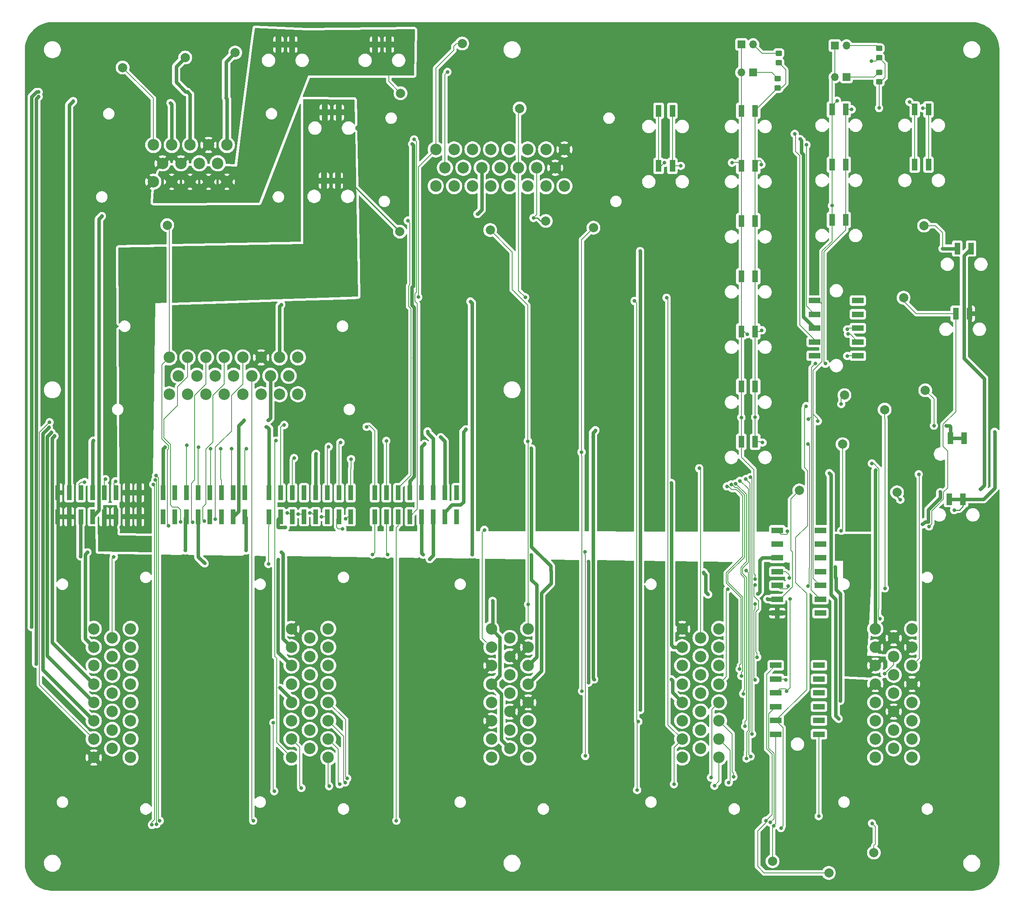
<source format=gtl>
G04 #@! TF.GenerationSoftware,KiCad,Pcbnew,8.0.2*
G04 #@! TF.CreationDate,2024-05-16T19:18:51+09:30*
G04 #@! TF.ProjectId,Motherboard 2024,4d6f7468-6572-4626-9f61-726420323032,rev?*
G04 #@! TF.SameCoordinates,Original*
G04 #@! TF.FileFunction,Copper,L1,Top*
G04 #@! TF.FilePolarity,Positive*
%FSLAX46Y46*%
G04 Gerber Fmt 4.6, Leading zero omitted, Abs format (unit mm)*
G04 Created by KiCad (PCBNEW 8.0.2) date 2024-05-16 19:18:51*
%MOMM*%
%LPD*%
G01*
G04 APERTURE LIST*
G04 Aperture macros list*
%AMRoundRect*
0 Rectangle with rounded corners*
0 $1 Rounding radius*
0 $2 $3 $4 $5 $6 $7 $8 $9 X,Y pos of 4 corners*
0 Add a 4 corners polygon primitive as box body*
4,1,4,$2,$3,$4,$5,$6,$7,$8,$9,$2,$3,0*
0 Add four circle primitives for the rounded corners*
1,1,$1+$1,$2,$3*
1,1,$1+$1,$4,$5*
1,1,$1+$1,$6,$7*
1,1,$1+$1,$8,$9*
0 Add four rect primitives between the rounded corners*
20,1,$1+$1,$2,$3,$4,$5,0*
20,1,$1+$1,$4,$5,$6,$7,0*
20,1,$1+$1,$6,$7,$8,$9,0*
20,1,$1+$1,$8,$9,$2,$3,0*%
G04 Aperture macros list end*
G04 #@! TA.AperFunction,SMDPad,CuDef*
%ADD10R,1.270000X2.540000*%
G04 #@! TD*
G04 #@! TA.AperFunction,SMDPad,CuDef*
%ADD11R,2.540000X1.270000*%
G04 #@! TD*
G04 #@! TA.AperFunction,SMDPad,CuDef*
%ADD12C,2.000000*%
G04 #@! TD*
G04 #@! TA.AperFunction,SMDPad,CuDef*
%ADD13RoundRect,0.250000X-0.450000X0.325000X-0.450000X-0.325000X0.450000X-0.325000X0.450000X0.325000X0*%
G04 #@! TD*
G04 #@! TA.AperFunction,SMDPad,CuDef*
%ADD14R,1.140000X3.175000*%
G04 #@! TD*
G04 #@! TA.AperFunction,ComponentPad*
%ADD15R,1.700000X1.700000*%
G04 #@! TD*
G04 #@! TA.AperFunction,ComponentPad*
%ADD16O,1.700000X1.700000*%
G04 #@! TD*
G04 #@! TA.AperFunction,ComponentPad*
%ADD17C,2.500000*%
G04 #@! TD*
G04 #@! TA.AperFunction,ViaPad*
%ADD18C,1.250000*%
G04 #@! TD*
G04 #@! TA.AperFunction,ViaPad*
%ADD19C,0.800000*%
G04 #@! TD*
G04 #@! TA.AperFunction,Conductor*
%ADD20C,0.200000*%
G04 #@! TD*
G04 #@! TA.AperFunction,Conductor*
%ADD21C,0.800000*%
G04 #@! TD*
G04 #@! TA.AperFunction,Conductor*
%ADD22C,0.250000*%
G04 #@! TD*
G04 APERTURE END LIST*
D10*
X276057200Y-68594600D03*
X273057200Y-68594600D03*
D11*
X298549600Y-192230000D03*
X298549600Y-189230000D03*
X298549600Y-186230000D03*
X298549600Y-183230000D03*
X298549600Y-180230000D03*
X298549600Y-177230000D03*
X307949600Y-192230000D03*
X307949600Y-189230000D03*
X307949600Y-186230000D03*
X307949600Y-183230000D03*
X307949600Y-180230000D03*
X307949600Y-177230000D03*
D10*
X294057200Y-68594600D03*
X291057200Y-68594600D03*
X294057200Y-116594600D03*
X291057200Y-116594600D03*
X276057200Y-56594600D03*
X273057200Y-56594600D03*
X203277600Y-71795000D03*
X200277600Y-71795000D03*
D12*
X313486800Y-118465600D03*
D13*
X321005200Y-48242000D03*
X321005200Y-50292000D03*
D10*
X340699200Y-100720000D03*
X337699200Y-100720000D03*
D14*
X142294851Y-144904138D03*
X142294851Y-139699138D03*
X144834851Y-144904138D03*
X144834851Y-139699138D03*
X147374851Y-144904138D03*
X147374851Y-139699138D03*
X149914851Y-144904138D03*
X149914851Y-139699138D03*
X152454851Y-144904138D03*
X152454851Y-139699138D03*
X154994851Y-144904138D03*
X154994851Y-139699138D03*
X157534851Y-144904138D03*
X157534851Y-139699138D03*
X160074851Y-144904138D03*
X160074851Y-139699138D03*
X165294851Y-144904138D03*
X165294851Y-139699138D03*
X167834851Y-144904138D03*
X167834851Y-139699138D03*
X170374851Y-144904138D03*
X170374851Y-139699138D03*
X172914851Y-144904138D03*
X172914851Y-139699138D03*
X175454851Y-144904138D03*
X175454851Y-139699138D03*
X177994851Y-144904138D03*
X177994851Y-139699138D03*
X180534851Y-144904138D03*
X180534851Y-139699138D03*
X183074851Y-144904138D03*
X183074851Y-139699138D03*
D12*
X180949600Y-43942000D03*
X248513600Y-80568800D03*
D10*
X331760000Y-68320800D03*
X328760000Y-68320800D03*
X331760000Y-56320800D03*
X328760000Y-56320800D03*
X294057200Y-104594600D03*
X291057200Y-104594600D03*
D12*
X297840400Y-219862400D03*
X331063600Y-117398800D03*
X216763600Y-82905600D03*
D13*
X299161200Y-44085400D03*
X299161200Y-46135400D03*
D10*
X294057200Y-92594600D03*
X291057200Y-92594600D03*
D15*
X291079000Y-42164000D03*
D16*
X293619000Y-42164000D03*
D12*
X324916800Y-139598400D03*
D11*
X316408800Y-97881150D03*
X316408800Y-100881150D03*
X316408800Y-103881150D03*
X316408800Y-106881150D03*
X316408800Y-109881150D03*
X307008800Y-97881150D03*
X307008800Y-100881150D03*
X307008800Y-103881150D03*
X307008800Y-106881150D03*
X307008800Y-109881150D03*
D12*
X310083200Y-222402400D03*
D10*
X339269200Y-141086200D03*
X336269200Y-141086200D03*
X294057200Y-56594600D03*
X291057200Y-56594600D03*
D12*
X156464000Y-47193200D03*
X322224400Y-121615200D03*
D10*
X339530800Y-127847200D03*
X336530800Y-127847200D03*
D13*
X321005200Y-43009600D03*
X321005200Y-45059600D03*
D10*
X341023200Y-86563200D03*
X338023200Y-86563200D03*
D15*
X313944000Y-49276000D03*
D16*
X311404000Y-49276000D03*
D10*
X313760000Y-56320800D03*
X310760000Y-56320800D03*
D11*
X298854400Y-165864800D03*
X298854400Y-162864800D03*
X298854400Y-159864800D03*
X298854400Y-156864800D03*
X298854400Y-153864800D03*
X298854400Y-150864800D03*
X298854400Y-147864800D03*
X308254400Y-165864800D03*
X308254400Y-162864800D03*
X308254400Y-159864800D03*
X308254400Y-156864800D03*
X308254400Y-153864800D03*
X308254400Y-150864800D03*
X308254400Y-147864800D03*
D15*
X311399000Y-42418000D03*
D16*
X313939000Y-42418000D03*
D12*
X319887600Y-217982800D03*
D10*
X203454000Y-56954400D03*
X200454000Y-56954400D03*
D12*
X170078400Y-45008800D03*
X303682400Y-139192000D03*
X216916000Y-52781200D03*
D10*
X214364000Y-42198400D03*
X211364000Y-42198400D03*
X313760000Y-80320800D03*
X310760000Y-80320800D03*
X294057200Y-128594600D03*
X291057200Y-128594600D03*
X313760000Y-68320800D03*
X310760000Y-68320800D03*
X294057200Y-80594600D03*
X291057200Y-80594600D03*
D12*
X230327200Y-41960800D03*
X236423200Y-82550000D03*
D10*
X193364000Y-42198400D03*
X190364000Y-42198400D03*
D12*
X313080400Y-129133600D03*
X258876800Y-82042000D03*
X326339200Y-97282000D03*
D14*
X211294851Y-144904138D03*
X211294851Y-139699138D03*
X213834851Y-144904138D03*
X213834851Y-139699138D03*
X216374851Y-144904138D03*
X216374851Y-139699138D03*
X218914851Y-144904138D03*
X218914851Y-139699138D03*
X221454851Y-144904138D03*
X221454851Y-139699138D03*
X223994851Y-144904138D03*
X223994851Y-139699138D03*
X226534851Y-144904138D03*
X226534851Y-139699138D03*
X229074851Y-144904138D03*
X229074851Y-139699138D03*
X188294851Y-144904138D03*
X188294851Y-139699138D03*
X190834851Y-144904138D03*
X190834851Y-139699138D03*
X193374851Y-144904138D03*
X193374851Y-139699138D03*
X195914851Y-144904138D03*
X195914851Y-139699138D03*
X198454851Y-144904138D03*
X198454851Y-139699138D03*
X200994851Y-144904138D03*
X200994851Y-139699138D03*
X203534851Y-144904138D03*
X203534851Y-139699138D03*
X206074851Y-144904138D03*
X206074851Y-139699138D03*
D15*
X293578200Y-48260000D03*
D16*
X291038200Y-48260000D03*
D13*
X298958000Y-49571800D03*
X298958000Y-51621800D03*
D12*
X330809600Y-81584800D03*
X242824000Y-56083200D03*
X166166800Y-81483200D03*
D17*
X252575600Y-64999600D03*
X248575600Y-64999600D03*
X244575600Y-64999600D03*
X240575600Y-64999600D03*
X236575600Y-64999600D03*
X232575600Y-64999600D03*
X228575600Y-64999600D03*
X224575600Y-64999600D03*
X250575600Y-68999600D03*
X246575600Y-68999600D03*
X242575600Y-68999600D03*
X238575600Y-68999600D03*
X234575600Y-68999600D03*
X230575600Y-68999600D03*
X226575600Y-68999600D03*
X252575600Y-72999600D03*
X248575600Y-72999600D03*
X244575600Y-72999600D03*
X240575600Y-72999600D03*
X236575600Y-72999600D03*
X232575600Y-72999600D03*
X228575600Y-72999600D03*
X224575600Y-72999600D03*
X236684851Y-169301638D03*
X236684851Y-173301638D03*
X236684851Y-177301638D03*
X236684851Y-181301638D03*
X236684851Y-185301638D03*
X236684851Y-189301638D03*
X236684851Y-193301638D03*
X236684851Y-197301638D03*
X240684851Y-171301638D03*
X240684851Y-175301638D03*
X240684851Y-179301638D03*
X240684851Y-183301638D03*
X240684851Y-187301638D03*
X240684851Y-191301638D03*
X240684851Y-195301638D03*
X244684851Y-169301638D03*
X244684851Y-173301638D03*
X244684851Y-177301638D03*
X244684851Y-181301638D03*
X244684851Y-185301638D03*
X244684851Y-189301638D03*
X244684851Y-193301638D03*
X244684851Y-197301638D03*
X150184851Y-169301638D03*
X150184851Y-173301638D03*
X150184851Y-177301638D03*
X150184851Y-181301638D03*
X150184851Y-185301638D03*
X150184851Y-189301638D03*
X150184851Y-193301638D03*
X150184851Y-197301638D03*
X154184851Y-171301638D03*
X154184851Y-175301638D03*
X154184851Y-179301638D03*
X154184851Y-183301638D03*
X154184851Y-187301638D03*
X154184851Y-191301638D03*
X154184851Y-195301638D03*
X158184851Y-169301638D03*
X158184851Y-173301638D03*
X158184851Y-177301638D03*
X158184851Y-181301638D03*
X158184851Y-185301638D03*
X158184851Y-189301638D03*
X158184851Y-193301638D03*
X158184851Y-197301638D03*
X278194744Y-169301535D03*
X278194744Y-173301535D03*
X278194744Y-177301535D03*
X278194744Y-181301535D03*
X278194744Y-185301535D03*
X278194744Y-189301535D03*
X278194744Y-193301535D03*
X278194744Y-197301535D03*
X282194744Y-171301535D03*
X282194744Y-175301535D03*
X282194744Y-179301535D03*
X282194744Y-183301535D03*
X282194744Y-187301535D03*
X282194744Y-191301535D03*
X282194744Y-195301535D03*
X286194744Y-169301535D03*
X286194744Y-173301535D03*
X286194744Y-177301535D03*
X286194744Y-181301535D03*
X286194744Y-185301535D03*
X286194744Y-189301535D03*
X286194744Y-193301535D03*
X286194744Y-197301535D03*
X193184851Y-169301638D03*
X193184851Y-173301638D03*
X193184851Y-177301638D03*
X193184851Y-181301638D03*
X193184851Y-185301638D03*
X193184851Y-189301638D03*
X193184851Y-193301638D03*
X193184851Y-197301638D03*
X197184851Y-171301638D03*
X197184851Y-175301638D03*
X197184851Y-179301638D03*
X197184851Y-183301638D03*
X197184851Y-187301638D03*
X197184851Y-191301638D03*
X197184851Y-195301638D03*
X201184851Y-169301638D03*
X201184851Y-173301638D03*
X201184851Y-177301638D03*
X201184851Y-181301638D03*
X201184851Y-185301638D03*
X201184851Y-189301638D03*
X201184851Y-193301638D03*
X201184851Y-197301638D03*
X179142000Y-64034400D03*
X175142000Y-64034400D03*
X171142000Y-64034400D03*
X167142000Y-64034400D03*
X163142000Y-64034400D03*
X177142000Y-68034400D03*
X173142000Y-68034400D03*
X169142000Y-68034400D03*
X165142000Y-68034400D03*
X179142000Y-72034400D03*
X175142000Y-72034400D03*
X171142000Y-72034400D03*
X167142000Y-72034400D03*
X163142000Y-72034400D03*
X320194744Y-169301535D03*
X320194744Y-173301535D03*
X320194744Y-177301535D03*
X320194744Y-181301535D03*
X320194744Y-185301535D03*
X320194744Y-189301535D03*
X320194744Y-193301535D03*
X320194744Y-197301535D03*
X324194744Y-171301535D03*
X324194744Y-175301535D03*
X324194744Y-179301535D03*
X324194744Y-183301535D03*
X324194744Y-187301535D03*
X324194744Y-191301535D03*
X324194744Y-195301535D03*
X328194744Y-169301535D03*
X328194744Y-173301535D03*
X328194744Y-177301535D03*
X328194744Y-181301535D03*
X328194744Y-185301535D03*
X328194744Y-189301535D03*
X328194744Y-193301535D03*
X328194744Y-197301535D03*
X194588400Y-110262400D03*
X190588400Y-110262400D03*
X186588400Y-110262400D03*
X182588400Y-110262400D03*
X178588400Y-110262400D03*
X174588400Y-110262400D03*
X170588400Y-110262400D03*
X166588400Y-110262400D03*
X192588400Y-114262400D03*
X188588400Y-114262400D03*
X184588400Y-114262400D03*
X180588400Y-114262400D03*
X176588400Y-114262400D03*
X172588400Y-114262400D03*
X168588400Y-114262400D03*
X194588400Y-118262400D03*
X190588400Y-118262400D03*
X186588400Y-118262400D03*
X182588400Y-118262400D03*
X178588400Y-118262400D03*
X174588400Y-118262400D03*
X170588400Y-118262400D03*
X166588400Y-118262400D03*
D18*
X199237600Y-46685200D03*
X187858400Y-50038000D03*
X191668400Y-50088800D03*
D19*
X305206400Y-64008000D03*
X303834800Y-62749700D03*
X302666400Y-61620400D03*
X268630400Y-189484000D03*
X268376400Y-204368400D03*
X189433200Y-204622400D03*
X220776800Y-97129600D03*
X267817600Y-97981500D03*
X189252900Y-189738000D03*
X218490800Y-80501500D03*
X245821200Y-79908400D03*
X276402800Y-203098400D03*
X274777200Y-97282000D03*
X244043200Y-97180400D03*
X195326000Y-203922900D03*
X233629200Y-79044800D03*
X151942800Y-79502000D03*
X320294000Y-134772400D03*
X150114000Y-128355100D03*
D18*
X314960000Y-152450800D03*
X152349200Y-147878800D03*
X315112400Y-150469600D03*
X317449200Y-152755600D03*
X152400000Y-149504400D03*
X317550800Y-150469600D03*
X316992000Y-177495200D03*
X317093600Y-175209200D03*
X314502800Y-177190400D03*
X154838400Y-149758400D03*
X314655200Y-175209200D03*
X154787600Y-147878800D03*
D19*
X312572400Y-184962800D03*
X147335351Y-153558190D03*
X311505600Y-155854400D03*
X198526400Y-131216400D03*
X310184800Y-135432800D03*
X312216800Y-188874400D03*
X293014400Y-136314700D03*
X293370000Y-192176400D03*
X170383200Y-129354600D03*
X293065200Y-197053200D03*
X292014897Y-136714700D03*
X172923200Y-129754600D03*
X287907088Y-138314700D03*
X290670500Y-178054000D03*
X175615600Y-130154600D03*
X322224400Y-179070000D03*
X291070500Y-179527200D03*
X177800000Y-130154600D03*
X288834433Y-137914700D03*
X289833681Y-137702288D03*
X291470500Y-183438800D03*
X180187600Y-130154600D03*
X291870500Y-190500000D03*
X290728400Y-137114700D03*
X183337200Y-130154600D03*
X292181852Y-197520855D03*
X292049200Y-156634700D03*
X188173596Y-155195504D03*
X321194244Y-167081200D03*
X319452377Y-133315700D03*
X191617600Y-124956600D03*
X193751200Y-132155100D03*
X329641200Y-135686800D03*
X145694400Y-54491900D03*
X166878000Y-54914800D03*
X256399300Y-182829200D03*
X201269600Y-129692400D03*
X256286000Y-130860800D03*
X219862400Y-62839600D03*
X296722800Y-162814000D03*
X236931200Y-163220400D03*
X301091600Y-148082000D03*
X312775600Y-147969300D03*
X235153200Y-147777200D03*
X300888400Y-182880000D03*
X322275200Y-160477200D03*
X301694600Y-162763200D03*
X203860400Y-128755100D03*
X244684851Y-163982400D03*
X294069500Y-163880800D03*
X244602000Y-128473200D03*
X300685200Y-180451035D03*
X294069500Y-180451035D03*
X190957200Y-98755200D03*
X221792800Y-153162500D03*
X232460800Y-153127200D03*
X232105200Y-98083100D03*
X245384851Y-153263600D03*
X245384851Y-130048000D03*
X222148400Y-129032000D03*
X247534851Y-178451638D03*
X219448186Y-63839600D03*
X219884851Y-110286800D03*
X343052400Y-138887200D03*
X334326500Y-139547600D03*
X191871600Y-147218400D03*
X330444244Y-146570300D03*
X197205600Y-144068800D03*
X176631600Y-145471300D03*
X174244000Y-145871300D03*
X192278000Y-144119600D03*
X194665600Y-144322800D03*
X171704000Y-146151600D03*
X169078900Y-146050000D03*
X199745600Y-144932400D03*
X166471600Y-146913600D03*
X204978000Y-145377700D03*
X182880000Y-123956100D03*
X188089708Y-123963700D03*
X307898800Y-210058000D03*
X184861200Y-211041300D03*
X295503600Y-104343200D03*
X294069500Y-159766000D03*
X314096400Y-104140000D03*
X294057200Y-123240800D03*
X305580100Y-129133600D03*
X295402000Y-68326000D03*
X305511200Y-159969200D03*
X294469500Y-175463200D03*
X295656000Y-128778000D03*
X301244000Y-160020000D03*
X277876000Y-68580000D03*
X301447200Y-158242000D03*
X292303200Y-105206800D03*
X288087335Y-160679865D03*
X274320000Y-67919600D03*
X294069500Y-158496000D03*
X289001200Y-67880500D03*
X314252285Y-105127272D03*
X291057200Y-123309433D03*
X307136800Y-111607600D03*
X305663600Y-123709433D03*
X314096400Y-109931200D03*
X309321200Y-111607600D03*
X315061600Y-56286400D03*
X321005200Y-55981600D03*
X227126800Y-48158400D03*
X330504800Y-56032400D03*
X319379600Y-45770800D03*
X310760000Y-77216000D03*
X327609200Y-54660800D03*
X307695600Y-124104400D03*
X311861200Y-54406800D03*
X275792700Y-137566400D03*
X165658800Y-129794000D03*
X231140000Y-125905300D03*
X332943200Y-125108933D03*
X335635600Y-125109433D03*
X259304522Y-126108933D03*
X258775200Y-127558800D03*
X141630400Y-127355600D03*
X225653600Y-127609600D03*
X259029200Y-180302035D03*
X346151200Y-126441200D03*
X337362800Y-143459200D03*
X275793200Y-180302035D03*
X325628000Y-141224000D03*
X190652400Y-182118000D03*
X334822800Y-86563200D03*
X269025100Y-87122000D03*
X269025100Y-186957378D03*
X205300334Y-201816164D03*
X284429200Y-201654500D03*
X289345100Y-201472800D03*
X204879817Y-202722900D03*
X203657200Y-203122900D03*
X288290000Y-202742800D03*
X285191200Y-203454000D03*
X201371200Y-203522900D03*
X183286400Y-152247600D03*
X191008000Y-152654500D03*
X189839600Y-128355100D03*
X213817200Y-128422400D03*
X136656600Y-168910000D03*
X170552100Y-52492900D03*
X138176000Y-52492900D03*
X148793200Y-152654000D03*
X170078400Y-152247600D03*
X138176000Y-53492400D03*
X178968400Y-53797200D03*
X137656100Y-176923969D03*
X222808800Y-126356100D03*
X140974093Y-126597693D03*
X140411200Y-125476000D03*
X187655200Y-125356600D03*
X140575517Y-124356600D03*
X209550000Y-125356600D03*
X210820000Y-153162000D03*
X154533600Y-153653500D03*
X282894244Y-157035200D03*
X283819600Y-161814500D03*
X294640000Y-161696400D03*
X174294800Y-155053500D03*
X163830000Y-211785200D03*
X154889200Y-137210800D03*
X163576000Y-136906000D03*
X298094400Y-212140800D03*
X305155600Y-120853200D03*
X162842120Y-211937182D03*
X312775600Y-120396000D03*
X299669200Y-212648800D03*
X148183600Y-137363200D03*
X163130500Y-137869038D03*
X296381371Y-211041300D03*
X216001600Y-211023200D03*
X331876400Y-147015200D03*
X204266800Y-147523200D03*
D18*
X201320400Y-90881200D03*
X199034400Y-90881200D03*
X158648400Y-93370400D03*
X160985200Y-91084400D03*
X160934400Y-93421200D03*
X198983600Y-93167200D03*
X201269600Y-93218000D03*
X158699200Y-91084400D03*
D19*
X319481200Y-211632800D03*
X297359962Y-211441300D03*
X152704800Y-136753600D03*
X164536755Y-211078445D03*
X163749699Y-135921706D03*
X281889200Y-134377900D03*
X206145397Y-132383797D03*
X190335351Y-154274100D03*
X257798300Y-181000400D03*
X223266000Y-154127200D03*
X257798300Y-154635200D03*
X257048000Y-152552400D03*
X214122000Y-153162500D03*
X257098800Y-196951600D03*
D20*
X216916000Y-52781200D02*
X214364000Y-50229200D01*
X214364000Y-50229200D02*
X214364000Y-42198400D01*
X307008800Y-100881150D02*
X305206400Y-99078750D01*
X305206400Y-68427600D02*
X305206400Y-64008000D01*
X305206400Y-99078750D02*
X305206400Y-68427600D01*
D21*
X304139600Y-63550800D02*
X304139600Y-63054500D01*
X304506400Y-72429600D02*
X304506400Y-71678800D01*
X304139600Y-63054500D02*
X303834800Y-62749700D01*
X307008800Y-103881150D02*
X304506400Y-101378750D01*
X304506400Y-101378750D02*
X304506400Y-95656400D01*
X304506400Y-71678800D02*
X304506400Y-66090800D01*
X304139600Y-65724000D02*
X304139600Y-63550800D01*
X304506400Y-66090800D02*
X304139600Y-65724000D01*
X304506400Y-95656400D02*
X304506400Y-72429600D01*
D20*
X302869600Y-65443949D02*
X303806400Y-66380749D01*
X302666400Y-61620400D02*
X302869600Y-61823600D01*
X303806400Y-66380749D02*
X303806400Y-103183750D01*
X307008800Y-106386150D02*
X307008800Y-106881150D01*
X302869600Y-61823600D02*
X302869600Y-65443949D01*
X303806400Y-103183750D02*
X307008800Y-106386150D01*
X220776800Y-97129600D02*
X220776800Y-68798400D01*
X268325600Y-98489500D02*
X267817600Y-97981500D01*
X228498400Y-42570400D02*
X229108000Y-41960800D01*
X268376400Y-204368400D02*
X268376400Y-201472800D01*
X220776800Y-68798400D02*
X224575600Y-64999600D01*
X224575600Y-47334400D02*
X228498400Y-43411600D01*
X228498400Y-43411600D02*
X228498400Y-42570400D01*
X189230000Y-189760900D02*
X189230000Y-192582800D01*
X268630400Y-189484000D02*
X268325600Y-189179200D01*
X189230000Y-192582800D02*
X189230000Y-204419200D01*
X189252900Y-189738000D02*
X189230000Y-189760900D01*
X268376400Y-201472800D02*
X268376400Y-189738000D01*
X224575600Y-64999600D02*
X224575600Y-47334400D01*
X268325600Y-188925200D02*
X268325600Y-187452000D01*
X189230000Y-204419200D02*
X189433200Y-204622400D01*
X229108000Y-41960800D02*
X230327200Y-41960800D01*
X268325600Y-189179200D02*
X268325600Y-188925200D01*
X268376400Y-189738000D02*
X268630400Y-189484000D01*
X268325600Y-187452000D02*
X268325600Y-98489500D01*
X218676800Y-97688400D02*
X218676800Y-94701250D01*
X218976800Y-80987500D02*
X218490800Y-80501500D01*
X219184851Y-135839200D02*
X219184851Y-129692400D01*
X219184851Y-129692400D02*
X219184851Y-123393200D01*
X246575600Y-79154000D02*
X246575600Y-68999600D01*
D22*
X246684800Y-79908400D02*
X245821200Y-79908400D01*
D20*
X218676800Y-99146698D02*
X218676800Y-97688400D01*
X216374851Y-138664050D02*
X218642051Y-136396850D01*
X216374851Y-139699138D02*
X216374851Y-138664050D01*
X219184851Y-106629200D02*
X219184851Y-100990400D01*
X218676800Y-94701250D02*
X218976800Y-94401250D01*
X218976800Y-94401250D02*
X218976800Y-90373200D01*
X219184851Y-100990400D02*
X219184851Y-99654750D01*
X219184851Y-123393200D02*
X219184851Y-116230400D01*
X219184851Y-116230400D02*
X219184851Y-106629200D01*
X218976800Y-82448400D02*
X218976800Y-80987500D01*
X218976800Y-90373200D02*
X218976800Y-88239600D01*
X219184851Y-99654750D02*
X218676800Y-99146698D01*
X218642051Y-136396850D02*
X219184851Y-135854050D01*
X218976800Y-88239600D02*
X218976800Y-82448400D01*
D22*
X248513600Y-80568800D02*
X247345200Y-80568800D01*
D20*
X219184851Y-135854050D02*
X219184851Y-135839200D01*
X245821200Y-79908400D02*
X246575600Y-79154000D01*
D22*
X247345200Y-80568800D02*
X246684800Y-79908400D01*
D20*
X278194744Y-193301535D02*
X275093200Y-190199991D01*
X194970400Y-195087187D02*
X194970400Y-201574400D01*
X242575600Y-95712800D02*
X242575600Y-68999600D01*
X275093200Y-180289200D02*
X275093200Y-97598000D01*
X275093200Y-190199991D02*
X275093200Y-180289200D01*
X194970400Y-203567300D02*
X195326000Y-203922900D01*
X278194744Y-193301535D02*
X278303879Y-193192400D01*
X278303879Y-193192400D02*
X278384000Y-193192400D01*
X193184851Y-193301638D02*
X194970400Y-195087187D01*
X275093200Y-97598000D02*
X274777200Y-97282000D01*
X278384000Y-193192400D02*
X276402800Y-195173600D01*
X242575600Y-56331600D02*
X242824000Y-56083200D01*
X242575600Y-68999600D02*
X242575600Y-56331600D01*
X194970400Y-201574400D02*
X194970400Y-203567300D01*
X276402800Y-195173600D02*
X276402800Y-203098400D01*
X244043200Y-97180400D02*
X242575600Y-95712800D01*
D21*
X234575600Y-78098400D02*
X234575600Y-68999600D01*
X151284851Y-80159949D02*
X151942800Y-79502000D01*
X151284851Y-143534138D02*
X151284851Y-80159949D01*
X149914851Y-144904138D02*
X151284851Y-143534138D01*
X233629200Y-79044800D02*
X234575600Y-78098400D01*
X149914851Y-128554249D02*
X150114000Y-128355100D01*
X320194744Y-134871656D02*
X320194744Y-169301535D01*
X149914851Y-139699138D02*
X149914851Y-128554249D01*
X320294000Y-134772400D02*
X320194744Y-134871656D01*
X311607200Y-160731200D02*
X311607200Y-158242000D01*
X147285199Y-153508038D02*
X147335351Y-153558190D01*
X312572400Y-161696400D02*
X311607200Y-160731200D01*
X311505600Y-158140400D02*
X311607200Y-158242000D01*
X147374851Y-144904138D02*
X147285199Y-144993790D01*
X311505600Y-155854400D02*
X311505600Y-158140400D01*
X312572400Y-184962800D02*
X312572400Y-161696400D01*
X147285199Y-144993790D02*
X147285199Y-153508038D01*
X311572400Y-162915600D02*
X310505600Y-161848800D01*
X311572400Y-172516800D02*
X311572400Y-162915600D01*
X312216800Y-188874400D02*
X311572400Y-188230000D01*
X311572400Y-182829200D02*
X311572400Y-172516800D01*
X311572400Y-188230000D02*
X311572400Y-182829200D01*
X310505600Y-135753600D02*
X310184800Y-135432800D01*
X198526400Y-131216400D02*
X198454851Y-131287949D01*
X310505600Y-161848800D02*
X310505600Y-135753600D01*
X198454851Y-131287949D02*
X198454851Y-139699138D01*
D20*
X170383200Y-129354600D02*
X170374851Y-129362949D01*
X293370000Y-136670300D02*
X293014400Y-136314700D01*
X170374851Y-129362949D02*
X170374851Y-139699138D01*
X293370000Y-192176400D02*
X293370000Y-136670300D01*
X292970000Y-184512000D02*
X292970000Y-184607200D01*
X293065200Y-197053200D02*
X292670000Y-196658000D01*
X292670000Y-191886450D02*
X292798825Y-191757625D01*
X172923200Y-129754600D02*
X172914851Y-129762949D01*
X172914851Y-129762949D02*
X172914851Y-139699138D01*
X292798825Y-191757625D02*
X292970000Y-191586450D01*
X292970000Y-191586450D02*
X292970000Y-191414400D01*
X292970000Y-184651600D02*
X292970000Y-184505600D01*
X292970000Y-184505600D02*
X292970000Y-184512000D01*
X292970000Y-191414400D02*
X292970000Y-184651600D01*
X292670000Y-196658000D02*
X292670000Y-191886450D01*
X292970000Y-184607200D02*
X292970000Y-137669803D01*
X292970000Y-137669803D02*
X292014897Y-136714700D01*
X287744744Y-159348029D02*
X287744744Y-157167085D01*
X289993167Y-138993146D02*
X288922929Y-138993146D01*
X291370000Y-153541829D02*
X291370000Y-147777200D01*
X290970000Y-168605200D02*
X290970000Y-162573286D01*
X324194744Y-175301535D02*
X324194744Y-177099656D01*
X290670500Y-178054000D02*
X290670500Y-177197500D01*
X324194744Y-177099656D02*
X322224400Y-179070000D01*
X290970000Y-162573286D02*
X287744744Y-159348029D01*
X287744744Y-157167085D02*
X289359515Y-155552314D01*
X291370000Y-140369979D02*
X290460210Y-139460189D01*
X291370000Y-147777200D02*
X291370000Y-142138400D01*
X290677600Y-177190400D02*
X290970000Y-176898000D01*
X291370000Y-142138400D02*
X291370000Y-140369979D01*
X290970000Y-174904400D02*
X290970000Y-168605200D01*
X290670500Y-177197500D02*
X290677600Y-177190400D01*
X288922929Y-138993146D02*
X288244483Y-138314700D01*
X288244483Y-138314700D02*
X287907088Y-138314700D01*
X289359515Y-155552314D02*
X291370000Y-153541829D01*
X290460210Y-139460189D02*
X289993167Y-138993146D01*
X290970000Y-176898000D02*
X290970000Y-174904400D01*
X175615600Y-139538389D02*
X175454851Y-139699138D01*
X175615600Y-130154600D02*
X175615600Y-139538389D01*
X289056143Y-137914700D02*
X288834433Y-137914700D01*
X291370000Y-164795200D02*
X291370000Y-162407600D01*
X291070500Y-179527200D02*
X291070500Y-178778700D01*
X291070500Y-178778700D02*
X291084000Y-178765200D01*
X177800000Y-130154600D02*
X177800000Y-136753600D01*
X291370000Y-172008800D02*
X291370000Y-164795200D01*
X291770000Y-140462000D02*
X291770000Y-140204293D01*
X291770000Y-140204293D02*
X291352653Y-139786946D01*
X177994851Y-136948451D02*
X177994851Y-139699138D01*
X288144744Y-159182344D02*
X288144744Y-157332771D01*
X290158853Y-138593146D02*
X289734589Y-138593146D01*
X291370000Y-178104800D02*
X291370000Y-172008800D01*
X291370000Y-162407600D02*
X288144744Y-159182344D01*
X291770000Y-153707515D02*
X291770000Y-153568400D01*
X291084000Y-178765200D02*
X291370000Y-178479200D01*
X177800000Y-136753600D02*
X177994851Y-136948451D01*
X291352653Y-139786946D02*
X290158853Y-138593146D01*
X291370000Y-178479200D02*
X291370000Y-178104800D01*
X291770000Y-140538000D02*
X291770000Y-140462000D01*
X289734589Y-138593146D02*
X289056143Y-137914700D01*
X288144744Y-157332771D02*
X291770000Y-153707515D01*
X291770000Y-153568400D02*
X291770000Y-140538000D01*
X292170000Y-140038607D02*
X289833681Y-137702288D01*
X291770000Y-158300357D02*
X291550221Y-158080578D01*
X290949200Y-157148185D02*
X290949200Y-155931514D01*
X291470500Y-182849100D02*
X291541200Y-182778400D01*
X291470500Y-183438800D02*
X291470500Y-182849100D01*
X291541200Y-182778400D02*
X291770000Y-182549600D01*
X291550221Y-158080578D02*
X290949200Y-157479556D01*
X292170000Y-154710714D02*
X292170000Y-153873200D01*
X291770000Y-182372000D02*
X291770000Y-159156400D01*
X292170000Y-153873200D02*
X292170000Y-140106400D01*
X290949200Y-155931514D02*
X291842557Y-155038157D01*
X291842557Y-155038157D02*
X292170000Y-154710714D01*
X290949200Y-157479556D02*
X290949200Y-157148185D01*
X291770000Y-159156400D02*
X291770000Y-158300357D01*
X291770000Y-182549600D02*
X291770000Y-182372000D01*
X180187600Y-130154600D02*
X180187600Y-139351887D01*
X292170000Y-140106400D02*
X292170000Y-140038607D01*
X180187600Y-139351887D02*
X180534851Y-139699138D01*
X292170000Y-158134671D02*
X291870500Y-157835171D01*
X292404800Y-138684000D02*
X290835500Y-137114700D01*
X183337200Y-130154600D02*
X183074851Y-130416949D01*
X291870500Y-189457700D02*
X291846000Y-189433200D01*
X291846000Y-189433200D02*
X292170000Y-189109200D01*
X292570000Y-154876400D02*
X292570000Y-154686000D01*
X291349200Y-157313871D02*
X291349200Y-156097200D01*
X292570000Y-138849200D02*
X292404800Y-138684000D01*
X183074851Y-130416949D02*
X183074851Y-139699138D01*
X290835500Y-137114700D02*
X290728400Y-137114700D01*
X292170000Y-189109200D02*
X292170000Y-188874400D01*
X292170000Y-173075600D02*
X292170000Y-158134671D01*
X291870500Y-190500000D02*
X291870500Y-189457700D01*
X292170000Y-188874400D02*
X292170000Y-173158000D01*
X291870500Y-157835171D02*
X291349200Y-157313871D01*
X291744400Y-155702000D02*
X292570000Y-154876400D01*
X292570000Y-154686000D02*
X292570000Y-138849200D01*
X292170000Y-173158000D02*
X292170000Y-173075600D01*
X291349200Y-156097200D02*
X291744400Y-155702000D01*
X188173596Y-155195504D02*
X188173596Y-147157204D01*
X292270000Y-191720764D02*
X292570000Y-191420764D01*
X292570000Y-165252400D02*
X292570000Y-158394400D01*
X292201600Y-196138800D02*
X292270000Y-196070400D01*
X292270000Y-195122800D02*
X292270000Y-191720764D01*
X292181852Y-196158548D02*
X292201600Y-196138800D01*
X292270000Y-196070400D02*
X292270000Y-195122800D01*
X188173596Y-147157204D02*
X188294851Y-147035949D01*
X292570000Y-157276800D02*
X292570000Y-157155500D01*
X292570000Y-191420764D02*
X292570000Y-165252400D01*
X188294851Y-147035949D02*
X188294851Y-144904138D01*
X292181852Y-197520855D02*
X292181852Y-196158548D01*
X292570000Y-157155500D02*
X292049200Y-156634700D01*
X292570000Y-158394400D02*
X292570000Y-157276800D01*
X320894744Y-166781700D02*
X320894744Y-164998400D01*
X320894744Y-164998400D02*
X320994000Y-164899144D01*
X319827250Y-133315700D02*
X319452377Y-133315700D01*
X191617600Y-124956600D02*
X191375000Y-124956600D01*
X320994000Y-134482450D02*
X319827250Y-133315700D01*
X191375000Y-124956600D02*
X190834851Y-125496749D01*
X321194244Y-167081200D02*
X320894744Y-166781700D01*
X320994000Y-164899144D02*
X320994000Y-134482450D01*
X190834851Y-125496749D02*
X190834851Y-139699138D01*
X329641200Y-135991600D02*
X329744744Y-136095144D01*
X329641200Y-135686800D02*
X329641200Y-135991600D01*
X328194744Y-177301535D02*
X329744744Y-175751535D01*
X329744744Y-175751535D02*
X329744744Y-136095144D01*
X193374851Y-139699138D02*
X193374851Y-132531449D01*
X193374851Y-132531449D02*
X193751200Y-132155100D01*
D21*
X166878000Y-54914800D02*
X167142000Y-55178800D01*
X144834851Y-139699138D02*
X144834851Y-55351449D01*
X167142000Y-55178800D02*
X167142000Y-64034400D01*
X144834851Y-55351449D02*
X145694400Y-54491900D01*
D20*
X256286000Y-130860800D02*
X256286000Y-131622800D01*
X256286000Y-84632800D02*
X258876800Y-82042000D01*
X256399300Y-182829200D02*
X256348000Y-182777900D01*
X256286000Y-130860800D02*
X256286000Y-84632800D01*
X200994851Y-139699138D02*
X200994851Y-129967149D01*
X256348000Y-182777900D02*
X256348000Y-131684800D01*
X200994851Y-129967149D02*
X201269600Y-129692400D01*
X256286000Y-131622800D02*
X256348000Y-131684800D01*
X220076800Y-96356400D02*
X220218000Y-96215200D01*
X220218000Y-96215200D02*
X220376800Y-96056400D01*
X220376800Y-95046800D02*
X220376800Y-69189600D01*
X163142000Y-53871200D02*
X156464000Y-47193200D01*
X220376800Y-96056400D02*
X220376800Y-95046800D01*
X163142000Y-64034400D02*
X163142000Y-53871200D01*
X218914851Y-144904138D02*
X220584851Y-143234138D01*
X220584851Y-143234138D02*
X220584851Y-98563251D01*
X220116400Y-98094800D02*
X220076800Y-98055200D01*
X220584851Y-98563251D02*
X220116400Y-98094800D01*
X220076800Y-98055200D02*
X220076800Y-96356400D01*
X220376800Y-63354000D02*
X219862400Y-62839600D01*
X220376800Y-69189600D02*
X220376800Y-63354000D01*
X302147200Y-152592000D02*
X302147200Y-160207000D01*
X299489400Y-162864800D02*
X298854400Y-162864800D01*
D21*
X236931200Y-163220400D02*
X236931200Y-169055289D01*
X236931200Y-169055289D02*
X236684851Y-169301638D01*
X298854400Y-162864800D02*
X296773600Y-162864800D01*
D20*
X302147200Y-160207000D02*
X299489400Y-162864800D01*
D21*
X238534851Y-179451638D02*
X238534851Y-171151638D01*
X238834851Y-183451638D02*
X236684851Y-181301638D01*
D20*
X301791600Y-152236400D02*
X302147200Y-152592000D01*
D21*
X238834851Y-193451638D02*
X238834851Y-183451638D01*
D20*
X303682400Y-139192000D02*
X301791600Y-141082800D01*
D21*
X236684851Y-181301638D02*
X238534851Y-179451638D01*
X296773600Y-162864800D02*
X296722800Y-162814000D01*
X238534851Y-171151638D02*
X236684851Y-169301638D01*
X240684851Y-195301638D02*
X238834851Y-193451638D01*
D20*
X301791600Y-141082800D02*
X301791600Y-152236400D01*
X234696000Y-148234400D02*
X235153200Y-147777200D01*
X301091600Y-148640800D02*
X300990000Y-148742400D01*
X236684851Y-173301638D02*
X234696000Y-171312787D01*
X312775600Y-147969300D02*
X313080400Y-147664500D01*
X313080400Y-147664500D02*
X313080400Y-129133600D01*
X299732000Y-148742400D02*
X298854400Y-147864800D01*
X234696000Y-171312787D02*
X234696000Y-168656000D01*
X300990000Y-148742400D02*
X299732000Y-148742400D01*
X234696000Y-168656000D02*
X234696000Y-148234400D01*
X301091600Y-148082000D02*
X301091600Y-148640800D01*
X300888400Y-182880000D02*
X300888400Y-182473600D01*
X301694600Y-182073800D02*
X300888400Y-182880000D01*
X301694600Y-162763200D02*
X301694600Y-182073800D01*
X300736000Y-182321200D02*
X299458400Y-182321200D01*
X299458400Y-182321200D02*
X298549600Y-183230000D01*
X322275200Y-160477200D02*
X322275200Y-123647200D01*
X300888400Y-182473600D02*
X300736000Y-182321200D01*
X322275200Y-123647200D02*
X322224400Y-123596400D01*
X322224400Y-123596400D02*
X322224400Y-121615200D01*
X241198400Y-95504000D02*
X241198400Y-87325200D01*
X203534851Y-139699138D02*
X203534851Y-129080649D01*
X244684851Y-163982400D02*
X244684851Y-128556051D01*
X244602000Y-128473200D02*
X244602000Y-98907600D01*
X293770000Y-165303200D02*
X294069500Y-165003700D01*
X244684851Y-169301638D02*
X244684851Y-163982400D01*
X294069500Y-165003700D02*
X294069500Y-163880800D01*
X293770000Y-178663600D02*
X293770000Y-166058800D01*
X298549600Y-180230000D02*
X300464165Y-180230000D01*
X293770000Y-180151535D02*
X293770000Y-178663600D01*
X294069500Y-180451035D02*
X293770000Y-180151535D01*
X203534851Y-129080649D02*
X203860400Y-128755100D01*
X244602000Y-98907600D02*
X241198400Y-95504000D01*
X293770000Y-166058800D02*
X293770000Y-165303200D01*
X300464165Y-180230000D02*
X300685200Y-180451035D01*
X241198400Y-87325200D02*
X236423200Y-82550000D01*
X244684851Y-128556051D02*
X244602000Y-128473200D01*
D21*
X244684851Y-177301638D02*
X246534851Y-175451638D01*
X232460800Y-98438700D02*
X232105200Y-98083100D01*
X232460800Y-153127200D02*
X232460800Y-98438700D01*
X190588400Y-99124000D02*
X190588400Y-110262400D01*
X190957200Y-98755200D02*
X190588400Y-99124000D01*
X221454851Y-152824551D02*
X221792800Y-153162500D01*
X246534851Y-175451638D02*
X246534851Y-159768451D01*
X221454851Y-144904138D02*
X221454851Y-152824551D01*
X246534851Y-159768451D02*
X245384851Y-158618451D01*
X245384851Y-158618451D02*
X245384851Y-153263600D01*
X249634851Y-159406749D02*
X247534851Y-161506749D01*
X249580400Y-156616400D02*
X249634851Y-156670851D01*
X245384851Y-130048000D02*
X245384851Y-151434800D01*
X247534851Y-178451638D02*
X244684851Y-181301638D01*
X247534851Y-161506749D02*
X247534851Y-178451638D01*
X222148400Y-129032000D02*
X221454851Y-129725549D01*
X249634851Y-156670851D02*
X249634851Y-159406749D01*
X245384851Y-151434800D02*
X249580400Y-155630349D01*
X249580400Y-155630349D02*
X249580400Y-156616400D01*
X221454851Y-129725549D02*
X221454851Y-139699138D01*
X219376800Y-98856749D02*
X219884851Y-99364800D01*
X219448186Y-63839600D02*
X219676800Y-64068214D01*
X219676800Y-64068214D02*
X219676800Y-94691200D01*
X218914851Y-137114000D02*
X218914851Y-139699138D01*
X219376800Y-94991200D02*
X219376800Y-98856749D01*
X219884851Y-110286800D02*
X219884851Y-136144000D01*
X219884851Y-136144000D02*
X218914851Y-137114000D01*
X219676800Y-94691200D02*
X219376800Y-94991200D01*
X219884851Y-99364800D02*
X219884851Y-110286800D01*
X190246000Y-145492989D02*
X190834851Y-144904138D01*
X190296800Y-147218400D02*
X190246000Y-147167600D01*
X331735200Y-146015200D02*
X331673200Y-146015200D01*
X334251625Y-140856025D02*
X331735200Y-143372451D01*
X331735200Y-143372451D02*
X331735200Y-143952350D01*
X339464200Y-110457800D02*
X343865200Y-114858800D01*
X334326500Y-140781150D02*
X334251625Y-140856025D01*
X341023200Y-86563200D02*
X339464200Y-88122200D01*
X343865200Y-114858800D02*
X343865200Y-138074400D01*
X330999344Y-146015200D02*
X330444244Y-146570300D01*
X339464200Y-88122200D02*
X339464200Y-110457800D01*
X331673200Y-146015200D02*
X330999344Y-146015200D01*
X191871600Y-147218400D02*
X190296800Y-147218400D01*
X334326500Y-139547600D02*
X334326500Y-140781150D01*
X343865200Y-138074400D02*
X343052400Y-138887200D01*
X331735200Y-143952350D02*
X331735200Y-146015200D01*
X190246000Y-147167600D02*
X190246000Y-145492989D01*
D20*
X182588400Y-110262400D02*
X182588400Y-116070368D01*
X177393600Y-129032000D02*
X176631600Y-129794000D01*
X197205600Y-144068800D02*
X197619513Y-144068800D01*
X182588400Y-116070368D02*
X180138400Y-118520368D01*
X176631600Y-129794000D02*
X176631600Y-145471300D01*
X180138400Y-126287200D02*
X177393600Y-129032000D01*
X197619513Y-144068800D02*
X198454851Y-144904138D01*
X180138400Y-118520368D02*
X180138400Y-126287200D01*
X174584851Y-130195399D02*
X174584851Y-142153149D01*
X176138400Y-128641850D02*
X175072325Y-129707925D01*
X173888400Y-144322800D02*
X173888400Y-145515700D01*
X192590313Y-144119600D02*
X193374851Y-144904138D01*
X174244000Y-142494000D02*
X173888400Y-142849600D01*
X174584851Y-142153149D02*
X174244000Y-142494000D01*
X192278000Y-144119600D02*
X192590313Y-144119600D01*
X173888400Y-142849600D02*
X173888400Y-144322800D01*
X178588400Y-116070368D02*
X176138400Y-118520368D01*
X175072325Y-129707925D02*
X174584851Y-130195399D01*
X176138400Y-118520368D02*
X176138400Y-128641850D01*
X173888400Y-145515700D02*
X174244000Y-145871300D01*
X178588400Y-110262400D02*
X178588400Y-116070368D01*
X174588400Y-116070368D02*
X172138400Y-118520368D01*
X172059600Y-137007600D02*
X171450000Y-137617200D01*
X171450000Y-137617200D02*
X171450000Y-145288000D01*
X174588400Y-110262400D02*
X174588400Y-116070368D01*
X194665600Y-144322800D02*
X195333513Y-144322800D01*
X171450000Y-145897600D02*
X171704000Y-146151600D01*
X172138400Y-118520368D02*
X172138400Y-136928800D01*
X195333513Y-144322800D02*
X195914851Y-144904138D01*
X171450000Y-145288000D02*
X171450000Y-145897600D01*
X172138400Y-136928800D02*
X172059600Y-137007600D01*
X168402000Y-116640832D02*
X168402000Y-120700800D01*
X199745600Y-144932400D02*
X200966589Y-144932400D01*
X168402000Y-120700800D02*
X165438400Y-123664400D01*
X168487013Y-142798800D02*
X169078900Y-143390687D01*
X166871600Y-129195200D02*
X166871600Y-142341600D01*
X169078900Y-143390687D02*
X169078900Y-146050000D01*
X167328800Y-142798800D02*
X167436800Y-142798800D01*
X170588400Y-114454432D02*
X168402000Y-116640832D01*
X200966589Y-144932400D02*
X200994851Y-144904138D01*
X166871600Y-142341600D02*
X167328800Y-142798800D01*
X167436800Y-142798800D02*
X168487013Y-142798800D01*
X165438400Y-123664400D02*
X165438400Y-127762000D01*
X165438400Y-127762000D02*
X166871600Y-129195200D01*
X170588400Y-110262400D02*
X170588400Y-114454432D01*
X166166800Y-130403600D02*
X166471600Y-130098800D01*
X166164851Y-141933251D02*
X166166800Y-141931302D01*
X166471600Y-129438400D02*
X165038400Y-128005200D01*
X166588400Y-110262400D02*
X166588400Y-81904800D01*
X166164851Y-146606851D02*
X166164851Y-141933251D01*
X205451562Y-144904138D02*
X204978000Y-145377700D01*
X166588400Y-81904800D02*
X166166800Y-81483200D01*
X206074851Y-144904138D02*
X205451562Y-144904138D01*
X165038400Y-128005200D02*
X165038400Y-111812400D01*
X166471600Y-130098800D02*
X166471600Y-129438400D01*
X166166800Y-141931302D02*
X166166800Y-130403600D01*
X166471600Y-146913600D02*
X166164851Y-146606851D01*
X165038400Y-111812400D02*
X166588400Y-110262400D01*
D21*
X180534851Y-144904138D02*
X181704851Y-143734138D01*
X181704851Y-125131249D02*
X182880000Y-123956100D01*
X188588400Y-114262400D02*
X188588400Y-123465008D01*
X181704851Y-143734138D02*
X181704851Y-125131249D01*
X188588400Y-123465008D02*
X188089708Y-123963700D01*
D20*
X307898800Y-210058000D02*
X307949600Y-210007200D01*
X184588400Y-210768500D02*
X184861200Y-211041300D01*
X184588400Y-114262400D02*
X184588400Y-210768500D01*
X307949600Y-210007200D02*
X307949600Y-192230000D01*
X294057200Y-80594600D02*
X294057200Y-123240800D01*
X294769500Y-165008500D02*
X294769500Y-163248300D01*
X293770000Y-160477200D02*
X293770000Y-160065500D01*
X295402000Y-68326000D02*
X295402000Y-67716400D01*
X305822400Y-159658000D02*
X305511200Y-159969200D01*
X276057200Y-68594600D02*
X276057200Y-56594600D01*
X293770000Y-161080400D02*
X293770000Y-160477200D01*
X294170000Y-165608000D02*
X294769500Y-165008500D01*
X305879600Y-156006800D02*
X305822400Y-156064000D01*
X294057200Y-56594600D02*
X294057200Y-80594600D01*
X299761800Y-51621800D02*
X300685200Y-50698400D01*
X301244000Y-160324800D02*
X300990000Y-160578800D01*
X295252200Y-104594600D02*
X295503600Y-104343200D01*
X276057200Y-68594600D02*
X277861400Y-68594600D01*
X295097200Y-67411600D02*
X294894000Y-67411600D01*
X314355250Y-103881150D02*
X316408800Y-103881150D01*
X294057200Y-56594600D02*
X294057200Y-56522600D01*
X294170000Y-173888400D02*
X294170000Y-165608000D01*
X294386000Y-174498000D02*
X294170000Y-174282000D01*
X293770000Y-160065500D02*
X294069500Y-159766000D01*
X294690800Y-163169600D02*
X293770000Y-162248800D01*
X293770000Y-162204400D02*
X293770000Y-161080400D01*
X277861400Y-68594600D02*
X277876000Y-68580000D01*
X293770000Y-162248800D02*
X293770000Y-162204400D01*
X305879600Y-129433100D02*
X305879600Y-156006800D01*
X295402000Y-67716400D02*
X295097200Y-67411600D01*
X294769500Y-163248300D02*
X294690800Y-163169600D01*
X305822400Y-156064000D02*
X305822400Y-159658000D01*
X300685200Y-50698400D02*
X300685200Y-47659400D01*
X301244000Y-160020000D02*
X301244000Y-160324800D01*
X298958000Y-51621800D02*
X299761800Y-51621800D01*
X295472600Y-128594600D02*
X295656000Y-128778000D01*
X305580100Y-129133600D02*
X305879600Y-129433100D01*
X294057200Y-128594600D02*
X295472600Y-128594600D01*
X294057200Y-104594600D02*
X295252200Y-104594600D01*
X294057200Y-56522600D02*
X298958000Y-51621800D01*
X300685200Y-47659400D02*
X299161200Y-46135400D01*
X300990000Y-160578800D02*
X299568400Y-160578800D01*
X294170000Y-174282000D02*
X294170000Y-173888400D01*
X294469500Y-175463200D02*
X294469500Y-174581500D01*
X299568400Y-160578800D02*
X298854400Y-159864800D01*
X294469500Y-174581500D02*
X294386000Y-174498000D01*
X294057200Y-68248400D02*
X294057200Y-68594600D01*
X314096400Y-104140000D02*
X314355250Y-103881150D01*
X294057200Y-123240800D02*
X294057200Y-128594600D01*
X294894000Y-67411600D02*
X294057200Y-68248400D01*
X291057200Y-68594600D02*
X291057200Y-56594600D01*
X288087335Y-160679865D02*
X287782000Y-160985200D01*
X291057200Y-116594600D02*
X291057200Y-104594600D01*
X294081200Y-157632400D02*
X293770000Y-157321200D01*
X289509200Y-67818000D02*
X290280600Y-67818000D01*
X291057200Y-48279000D02*
X291038200Y-48260000D01*
X314654922Y-105127272D02*
X316408800Y-106881150D01*
X301447200Y-157581600D02*
X300730400Y-156864800D01*
X290280600Y-67818000D02*
X291057200Y-68594600D01*
X291038200Y-48260000D02*
X291038200Y-42204800D01*
X293770000Y-157321200D02*
X293770000Y-134664400D01*
X273057200Y-68594600D02*
X273645000Y-68594600D01*
X287782000Y-179714279D02*
X286194744Y-181301535D01*
X291691000Y-104594600D02*
X292303200Y-105206800D01*
X294069500Y-158496000D02*
X294069500Y-157644100D01*
X291057200Y-68594600D02*
X291057200Y-80594600D01*
X293770000Y-134664400D02*
X291057200Y-131951600D01*
X273057200Y-68594600D02*
X273057200Y-56594600D01*
X301447200Y-158242000D02*
X301447200Y-157581600D01*
X291057200Y-131951600D02*
X291057200Y-128594600D01*
X291057200Y-104594600D02*
X291057200Y-92594600D01*
X289446700Y-67880500D02*
X289509200Y-67818000D01*
X287782000Y-160985200D02*
X287782000Y-179714279D01*
X291057200Y-56594600D02*
X291057200Y-48279000D01*
X291038200Y-42204800D02*
X291079000Y-42164000D01*
X314252285Y-105127272D02*
X314654922Y-105127272D01*
X300730400Y-156864800D02*
X298854400Y-156864800D01*
X294069500Y-157644100D02*
X294081200Y-157632400D01*
X273645000Y-68594600D02*
X274320000Y-67919600D01*
X291057200Y-92594600D02*
X291057200Y-80594600D01*
X291057200Y-128594600D02*
X291057200Y-116594600D01*
X289001200Y-67880500D02*
X289446700Y-67880500D01*
X291057200Y-104594600D02*
X291691000Y-104594600D01*
X309010000Y-111296400D02*
X309321200Y-111607600D01*
X313760000Y-82537686D02*
X309010000Y-87287686D01*
X308254400Y-162864800D02*
X306222400Y-160832800D01*
X305663600Y-123709433D02*
X305709367Y-123709433D01*
X306279600Y-156305200D02*
X306279600Y-123139200D01*
X306279600Y-112464800D02*
X307136800Y-111607600D01*
X226575600Y-68999600D02*
X226575600Y-48709600D01*
X314146450Y-109881150D02*
X316408800Y-109881150D01*
X306279600Y-115722400D02*
X306279600Y-112464800D01*
X321005200Y-50292000D02*
X321005200Y-55981600D01*
X320294000Y-45770800D02*
X321005200Y-45059600D01*
X309010000Y-87287686D02*
X309010000Y-111296400D01*
X313760000Y-56320800D02*
X313760000Y-68320800D01*
X314096400Y-109931200D02*
X314146450Y-109881150D01*
X226575600Y-48709600D02*
X227126800Y-48158400D01*
X331760000Y-68320800D02*
X331760000Y-56320800D01*
X306279600Y-123139200D02*
X306279600Y-115722400D01*
X330504800Y-56032400D02*
X331471600Y-56032400D01*
X315061600Y-56286400D02*
X313794400Y-56286400D01*
X322326000Y-49377600D02*
X322326000Y-46380400D01*
X306222400Y-156362400D02*
X306279600Y-156305200D01*
X313760000Y-68320800D02*
X313760000Y-80320800D01*
X321005200Y-50292000D02*
X321411600Y-50292000D01*
X331471600Y-56032400D02*
X331760000Y-56320800D01*
X305709367Y-123709433D02*
X306279600Y-123139200D01*
X306222400Y-160832800D02*
X306222400Y-156362400D01*
X313794400Y-56286400D02*
X313760000Y-56320800D01*
X319379600Y-45770800D02*
X320294000Y-45770800D01*
X321411600Y-50292000D02*
X322326000Y-49377600D01*
X322326000Y-46380400D02*
X321005200Y-45059600D01*
X313760000Y-80320800D02*
X313760000Y-82537686D01*
X327609200Y-54660800D02*
X328760000Y-55811600D01*
X311404000Y-42423000D02*
X311399000Y-42418000D01*
X308610000Y-98653600D02*
X308610000Y-87122000D01*
X307644800Y-124053600D02*
X307644800Y-123596400D01*
X306730400Y-122682000D02*
X306679600Y-122682000D01*
X310760000Y-49920000D02*
X311404000Y-49276000D01*
X308610000Y-111150400D02*
X308610000Y-98653600D01*
X306679600Y-113080800D02*
X308610000Y-111150400D01*
X311404000Y-49276000D02*
X311404000Y-42423000D01*
X328760000Y-68320800D02*
X328760000Y-56320800D01*
X310760000Y-56320800D02*
X310760000Y-49920000D01*
X306679600Y-158290000D02*
X306679600Y-122682000D01*
X310760000Y-77216000D02*
X310760000Y-68320800D01*
X310760000Y-80320800D02*
X310760000Y-77216000D01*
X307837550Y-97881150D02*
X307008800Y-97881150D01*
X310760000Y-68320800D02*
X310760000Y-56320800D01*
X308610000Y-98653600D02*
X307837550Y-97881150D01*
X306679600Y-122682000D02*
X306679600Y-113080800D01*
X308254400Y-159864800D02*
X306679600Y-158290000D01*
X308610000Y-87122000D02*
X310760000Y-84972000D01*
X307644800Y-123596400D02*
X306730400Y-122682000D01*
X307695600Y-124104400D02*
X307644800Y-124053600D01*
X310760000Y-84972000D02*
X310760000Y-80320800D01*
X328760000Y-55811600D02*
X328760000Y-56320800D01*
X310760000Y-55508000D02*
X311861200Y-54406800D01*
X310760000Y-56320800D02*
X310760000Y-55508000D01*
D21*
X276273135Y-173301535D02*
X275793200Y-172821600D01*
X275793200Y-172110400D02*
X275793200Y-137566900D01*
X165658800Y-129794000D02*
X165294851Y-130157949D01*
X275793200Y-137566900D02*
X275792700Y-137566400D01*
X165294851Y-130157949D02*
X165294851Y-139699138D01*
X278194744Y-173301535D02*
X276273135Y-173301535D01*
X275793200Y-172821600D02*
X275793200Y-172110400D01*
X339530800Y-127847200D02*
X336530800Y-127847200D01*
X336335833Y-125109433D02*
X336530800Y-125304400D01*
X226534851Y-143886638D02*
X228079889Y-142341600D01*
X226534851Y-144904138D02*
X226534851Y-143886638D01*
X230581200Y-138836400D02*
X230581200Y-126464100D01*
D20*
X332943200Y-119278400D02*
X332943200Y-125108933D01*
D21*
X229971600Y-142341600D02*
X230581200Y-141732000D01*
X335635600Y-125109433D02*
X336335833Y-125109433D01*
X336530800Y-125304400D02*
X336530800Y-127847200D01*
X228079889Y-142341600D02*
X229971600Y-142341600D01*
D20*
X331063600Y-117398800D02*
X332943200Y-119278400D01*
D21*
X230581200Y-126464100D02*
X231140000Y-125905300D01*
X230581200Y-141732000D02*
X230581200Y-138836400D01*
X343698200Y-141086200D02*
X339269200Y-141086200D01*
D22*
X339269200Y-142670400D02*
X339269200Y-141086200D01*
D21*
X258798300Y-152888486D02*
X258798300Y-180109100D01*
X258798300Y-180109100D02*
X258991235Y-180302035D01*
X141124851Y-127861149D02*
X141630400Y-127355600D01*
X276047200Y-181000400D02*
X276047200Y-180556035D01*
X258775200Y-127558800D02*
X258775200Y-152865386D01*
X225653600Y-127609600D02*
X226534851Y-128490851D01*
X193184851Y-184650451D02*
X190652400Y-182118000D01*
X346151200Y-138633200D02*
X343698200Y-141086200D01*
D22*
X337362800Y-143459200D02*
X338480400Y-143459200D01*
X324916800Y-139598400D02*
X324916800Y-140512800D01*
D21*
X278194744Y-185301535D02*
X276047200Y-183153991D01*
X258775200Y-127558800D02*
X258775200Y-126638255D01*
X226534851Y-128490851D02*
X226534851Y-139699138D01*
X150184851Y-181301638D02*
X141124851Y-172241638D01*
X276047200Y-183153991D02*
X276047200Y-181000400D01*
X336269200Y-141086200D02*
X339269200Y-141086200D01*
X258775200Y-126638255D02*
X259304522Y-126108933D01*
X258991235Y-180302035D02*
X259029200Y-180302035D01*
X141124851Y-172241638D02*
X141124851Y-127861149D01*
X258775200Y-152865386D02*
X258798300Y-152888486D01*
X276047200Y-180556035D02*
X275793200Y-180302035D01*
X346151200Y-126441200D02*
X346151200Y-138633200D01*
X193184851Y-185301638D02*
X193184851Y-184650451D01*
D22*
X324916800Y-140512800D02*
X325628000Y-141224000D01*
X338480400Y-143459200D02*
X339269200Y-142670400D01*
D21*
X269025100Y-186957378D02*
X269025100Y-87122000D01*
X338023200Y-86563200D02*
X334822800Y-86563200D01*
D20*
X330809600Y-81584800D02*
X333248000Y-81584800D01*
X333248000Y-81584800D02*
X334822800Y-83159600D01*
X334822800Y-83159600D02*
X334822800Y-86563200D01*
X284644744Y-186851535D02*
X284644744Y-189382400D01*
X204971600Y-201487430D02*
X204971600Y-189088387D01*
X286194744Y-185301535D02*
X284644744Y-186851535D01*
X284644744Y-189382400D02*
X284644744Y-201438956D01*
X284644744Y-201438956D02*
X284429200Y-201654500D01*
X204971600Y-189088387D02*
X201184851Y-185301638D01*
X205300334Y-201816164D02*
X204971600Y-201487430D01*
X204571600Y-202438000D02*
X204594917Y-202438000D01*
X204571600Y-192688387D02*
X204571600Y-202438000D01*
X289045600Y-192152391D02*
X286194744Y-189301535D01*
X289345100Y-200699100D02*
X289045600Y-200399600D01*
X204594917Y-202438000D02*
X204879817Y-202722900D01*
X201184851Y-189301638D02*
X204571600Y-192688387D01*
X289345100Y-201472800D02*
X289345100Y-200699100D01*
X289045600Y-200399600D02*
X289045600Y-192152391D01*
X288645600Y-195752391D02*
X286194744Y-193301535D01*
X288645600Y-202387200D02*
X288645600Y-195752391D01*
X201184851Y-193301638D02*
X203352400Y-195469187D01*
X288290000Y-202742800D02*
X288645600Y-202387200D01*
X203352400Y-195469187D02*
X203352400Y-201980800D01*
X203352400Y-201980800D02*
X203352400Y-202818100D01*
X203352400Y-202818100D02*
X203657200Y-203122900D01*
X201184851Y-203336551D02*
X201371200Y-203522900D01*
X201184851Y-197301638D02*
X201184851Y-203336551D01*
X286194744Y-202450456D02*
X286194744Y-197301535D01*
X285191200Y-203454000D02*
X286194744Y-202450456D01*
D21*
X183286400Y-145115687D02*
X183074851Y-144904138D01*
X183286400Y-152247600D02*
X183286400Y-145115687D01*
X193184851Y-173301638D02*
X191334851Y-171451638D01*
X191334851Y-153895251D02*
X191312800Y-153873200D01*
X191312800Y-153873200D02*
X191312800Y-152959300D01*
X191312800Y-152959300D02*
X191008000Y-152654500D01*
X191334851Y-171451638D02*
X191334851Y-153895251D01*
D20*
X193184851Y-197301638D02*
X189952400Y-194069187D01*
X213834851Y-128440051D02*
X213834851Y-139699138D01*
X189546000Y-172313600D02*
X189546000Y-128648700D01*
X189546000Y-128648700D02*
X189839600Y-128355100D01*
X213817200Y-128422400D02*
X213834851Y-128440051D01*
X189546000Y-175299599D02*
X189546000Y-172313600D01*
X189952400Y-194069187D02*
X189952400Y-175705999D01*
X189952400Y-175705999D02*
X189546000Y-175299599D01*
D21*
X136656100Y-167482500D02*
X136656100Y-53598086D01*
X136656100Y-53598086D02*
X137164093Y-53090093D01*
X170552100Y-52492900D02*
X171142000Y-53082800D01*
X171142000Y-53082800D02*
X171142000Y-64034400D01*
X136656600Y-167483000D02*
X136656100Y-167482500D01*
X168097200Y-46990000D02*
X170078400Y-45008800D01*
X170196500Y-52492900D02*
X168097200Y-50393600D01*
X168097200Y-50393600D02*
X168097200Y-46990000D01*
X170552100Y-52492900D02*
X170196500Y-52492900D01*
X136656600Y-168910000D02*
X136656600Y-167483000D01*
X137164093Y-53090093D02*
X137761286Y-52492900D01*
X137761286Y-52492900D02*
X138176000Y-52492900D01*
X170078400Y-152247600D02*
X170078400Y-145200589D01*
X148285200Y-153111200D02*
X148742400Y-152654000D01*
X148334851Y-153160851D02*
X148285200Y-153111200D01*
X150184851Y-173301638D02*
X148334851Y-171451638D01*
X170078400Y-145200589D02*
X170374851Y-144904138D01*
X148742400Y-152654000D02*
X148793200Y-152654000D01*
X148334851Y-171451638D02*
X148334851Y-153160851D01*
X137656100Y-174408300D02*
X137656100Y-172122300D01*
X178968400Y-45923200D02*
X180949600Y-43942000D01*
X178968400Y-53797200D02*
X178968400Y-45923200D01*
X137656100Y-143267900D02*
X137656100Y-54012300D01*
X137656100Y-172122300D02*
X137656100Y-143267900D01*
X137656100Y-54012300D02*
X138176000Y-53492400D01*
X137656100Y-176923969D02*
X137656100Y-174408300D01*
X178968400Y-53797200D02*
X179142000Y-53970800D01*
X179142000Y-53970800D02*
X179142000Y-64034400D01*
X150184851Y-185301638D02*
X140055600Y-175172387D01*
X223994851Y-127881251D02*
X223994851Y-139699138D01*
X140055600Y-170332400D02*
X140055600Y-168503600D01*
X140055600Y-127516186D02*
X140974093Y-126597693D01*
X140055600Y-168503600D02*
X140055600Y-127516186D01*
X140055600Y-175172387D02*
X140055600Y-170332400D01*
X222808800Y-126356100D02*
X222808800Y-126695200D01*
X222808800Y-126695200D02*
X223994851Y-127881251D01*
X139055600Y-127203200D02*
X139055600Y-126831600D01*
X187655200Y-125356600D02*
X187891400Y-125356600D01*
X139055600Y-178172387D02*
X139055600Y-169418000D01*
X139055600Y-126831600D02*
X140411200Y-125476000D01*
X188294851Y-125801549D02*
X188294851Y-139699138D01*
X187891400Y-125356600D02*
X188315600Y-125780800D01*
X150184851Y-189301638D02*
X139055600Y-178172387D01*
X188315600Y-125780800D02*
X188294851Y-125801549D01*
X139055600Y-169418000D02*
X139055600Y-127203200D01*
D20*
X210108800Y-125069600D02*
X211294851Y-126255651D01*
X211294851Y-126255651D02*
X211294851Y-139699138D01*
X138355600Y-177241200D02*
X138355600Y-126541650D01*
X209837000Y-125069600D02*
X210108800Y-125069600D01*
X209550000Y-125356600D02*
X209837000Y-125069600D01*
X140540650Y-124356600D02*
X140575517Y-124356600D01*
X138355600Y-181472387D02*
X138355600Y-177241200D01*
X150184851Y-193301638D02*
X138355600Y-181472387D01*
X138355600Y-126541650D02*
X140540650Y-124356600D01*
X154184851Y-171301638D02*
X154184851Y-154002249D01*
X210820000Y-153162000D02*
X211294851Y-152687149D01*
X211294851Y-152687149D02*
X211294851Y-144904138D01*
X154184851Y-154002249D02*
X154533600Y-153653500D01*
X319971200Y-49276000D02*
X321005200Y-48242000D01*
X313944000Y-49276000D02*
X319971200Y-49276000D01*
X313939000Y-42418000D02*
X320413600Y-42418000D01*
X320413600Y-42418000D02*
X321005200Y-43009600D01*
X293578200Y-48260000D02*
X297646200Y-48260000D01*
X297646200Y-48260000D02*
X298958000Y-49571800D01*
X299161200Y-44085400D02*
X295540400Y-44085400D01*
X295540400Y-44085400D02*
X293619000Y-42164000D01*
D21*
X282894244Y-157035200D02*
X282894244Y-157215044D01*
X283260800Y-157581600D02*
X283260800Y-161255700D01*
X294640000Y-161696400D02*
X295069500Y-161266900D01*
X295069500Y-161266900D02*
X295069500Y-154408900D01*
X295613600Y-153864800D02*
X298854400Y-153864800D01*
X283260800Y-161255700D02*
X283819600Y-161814500D01*
X295069500Y-154408900D02*
X295613600Y-153864800D01*
X282894244Y-157215044D02*
X283260800Y-157581600D01*
X172914851Y-153673551D02*
X174294800Y-155053500D01*
X172914851Y-144904138D02*
X172914851Y-153673551D01*
D20*
X154584400Y-139288687D02*
X154994851Y-139699138D01*
X163830000Y-137160000D02*
X163576000Y-136906000D01*
X298549600Y-192230000D02*
X298549600Y-211685600D01*
X163830000Y-211785200D02*
X163830000Y-137160000D01*
X297840400Y-212394800D02*
X297840400Y-219862400D01*
X298094400Y-212140800D02*
X297840400Y-212394800D01*
X298549600Y-211685600D02*
X298094400Y-212140800D01*
X154889200Y-137210800D02*
X154584400Y-137515600D01*
X154584400Y-137515600D02*
X154584400Y-139288687D01*
X300126400Y-212191600D02*
X299669200Y-212648800D01*
X312775600Y-119176800D02*
X313486800Y-118465600D01*
X305479600Y-134924800D02*
X304749200Y-134194400D01*
X146964400Y-139288687D02*
X147374851Y-139699138D01*
X302869600Y-149453600D02*
X305479600Y-146843600D01*
X163423600Y-210820000D02*
X163430000Y-210813600D01*
X163430000Y-210813600D02*
X163430000Y-185572400D01*
X300119600Y-211219600D02*
X300126400Y-211226400D01*
X163430000Y-185572400D02*
X163430000Y-138168538D01*
X146964400Y-137769600D02*
X146964400Y-139288687D01*
X162842120Y-211401480D02*
X163423600Y-210820000D01*
X305257200Y-161645600D02*
X302869600Y-159258000D01*
X312775600Y-120396000D02*
X312775600Y-119176800D01*
X302869600Y-159258000D02*
X302869600Y-149453600D01*
X300126400Y-211226400D02*
X300126400Y-212191600D01*
X298549600Y-189230000D02*
X305257200Y-182522400D01*
X148183600Y-137363200D02*
X147421600Y-137363200D01*
X162842120Y-211937182D02*
X162842120Y-211401480D01*
X305257200Y-182522400D02*
X305257200Y-161645600D01*
X300119600Y-190800000D02*
X300119600Y-211219600D01*
X147421600Y-137363200D02*
X147015200Y-137769600D01*
X163430000Y-138168538D02*
X163130500Y-137869038D01*
X298549600Y-189230000D02*
X300119600Y-190800000D01*
X304749200Y-134194400D02*
X304749200Y-121310400D01*
X304749200Y-121310400D02*
X305155600Y-120904000D01*
X305155600Y-120904000D02*
X305155600Y-120853200D01*
X147015200Y-137769600D02*
X146964400Y-137769600D01*
X305479600Y-146843600D02*
X305479600Y-134924800D01*
X296381371Y-211452659D02*
X294589200Y-213244830D01*
X294589200Y-213244830D02*
X294589200Y-220980000D01*
X294589200Y-220980000D02*
X296011600Y-222402400D01*
X297749600Y-196609286D02*
X297749600Y-208635600D01*
X296011600Y-222402400D02*
X310083200Y-222402400D01*
X216001600Y-211023200D02*
X216001600Y-147269200D01*
X296579600Y-179200000D02*
X296579600Y-195439286D01*
X297749600Y-208635600D02*
X297749600Y-209673071D01*
X297749600Y-209673071D02*
X296381371Y-211041300D01*
X296381371Y-211041300D02*
X296381371Y-211452659D01*
X298549600Y-177230000D02*
X296579600Y-179200000D01*
X296579600Y-195439286D02*
X297559757Y-196419443D01*
X216374851Y-146895949D02*
X216374851Y-144904138D01*
X297559757Y-196419443D02*
X297749600Y-196609286D01*
X216001600Y-147269200D02*
X216374851Y-146895949D01*
X333400400Y-142697200D02*
X332435200Y-143662400D01*
X335026000Y-141071600D02*
X333400400Y-142697200D01*
X203047600Y-147218400D02*
X203047600Y-145391389D01*
X332435200Y-143662400D02*
X332435200Y-146100800D01*
X334935600Y-129622898D02*
X335935800Y-130623098D01*
X334935600Y-124819483D02*
X334935600Y-129622898D01*
X337699200Y-100720000D02*
X329116800Y-100720000D01*
X337699200Y-122055883D02*
X334935600Y-124819483D01*
X335935800Y-130623098D02*
X335935800Y-138637800D01*
X337699200Y-100720000D02*
X337699200Y-122055883D01*
X332435200Y-146100800D02*
X332435200Y-146456400D01*
X204266800Y-147523200D02*
X203352400Y-147523200D01*
X329116800Y-100720000D02*
X325628000Y-97231200D01*
X203352400Y-147523200D02*
X203047600Y-147218400D01*
X335935800Y-138637800D02*
X335026000Y-139547600D01*
X335026000Y-139547600D02*
X335026000Y-141071600D01*
X332435200Y-146456400D02*
X331876400Y-147015200D01*
X203047600Y-145391389D02*
X203534851Y-144904138D01*
D22*
X205653000Y-71795000D02*
X203277600Y-71795000D01*
X216763600Y-82905600D02*
X205653000Y-71795000D01*
D20*
X298149600Y-210159600D02*
X298149600Y-210651662D01*
X164276000Y-136448007D02*
X163749699Y-135921706D01*
X164230000Y-209905600D02*
X164230000Y-202787200D01*
X164230000Y-202787200D02*
X164230000Y-202488800D01*
X152454851Y-137003549D02*
X152454851Y-139699138D01*
X164230000Y-210864400D02*
X164230000Y-209905600D01*
X320192400Y-216103200D02*
X319887600Y-216408000D01*
X298149600Y-196443600D02*
X298149600Y-205892400D01*
X296979600Y-195273600D02*
X298149600Y-196443600D01*
X164230000Y-147123200D02*
X164230000Y-138023600D01*
X320192400Y-212344000D02*
X320192400Y-216103200D01*
X298149600Y-205892400D02*
X298149600Y-210159600D01*
X319887600Y-216408000D02*
X319887600Y-217982800D01*
X152704800Y-136753600D02*
X152454851Y-137003549D01*
X164444045Y-211078445D02*
X164230000Y-210864400D01*
X298149600Y-210651662D02*
X297359962Y-211441300D01*
X164536755Y-211078445D02*
X164444045Y-211078445D01*
X164230000Y-202488800D02*
X164230000Y-147123200D01*
X164230000Y-138023600D02*
X164276000Y-137977600D01*
X319481200Y-211632800D02*
X320192400Y-212344000D01*
X298549600Y-186230000D02*
X296979600Y-187800000D01*
X164276000Y-137977600D02*
X164276000Y-136448007D01*
X296979600Y-187800000D02*
X296979600Y-195273600D01*
X206074851Y-134539149D02*
X206074851Y-139699138D01*
X206146400Y-132384800D02*
X206146400Y-134467600D01*
X282194000Y-135585200D02*
X282194000Y-134682700D01*
X282194744Y-135585944D02*
X282194000Y-135585200D01*
X282194744Y-171301535D02*
X282194744Y-135585944D01*
X206146400Y-134467600D02*
X206074851Y-134539149D01*
X282194000Y-134682700D02*
X281889200Y-134377900D01*
X206145397Y-132383797D02*
X206146400Y-132384800D01*
D21*
X257798300Y-154635200D02*
X257798300Y-181000400D01*
X223266000Y-154127200D02*
X223266000Y-154076400D01*
X193184851Y-177301638D02*
X190246000Y-174362787D01*
X190246000Y-174362787D02*
X190246000Y-165404800D01*
X223266000Y-154076400D02*
X223994851Y-153347549D01*
X190246000Y-154363451D02*
X190335351Y-154274100D01*
X223994851Y-153347549D02*
X223994851Y-144904138D01*
X190246000Y-165404800D02*
X190246000Y-154363451D01*
D20*
X213834851Y-152875351D02*
X214122000Y-153162500D01*
X257048000Y-153111200D02*
X257098800Y-153162000D01*
X257098800Y-196951600D02*
X257098800Y-153162000D01*
X257048000Y-152552400D02*
X257048000Y-153111200D01*
X213834851Y-144904138D02*
X213834851Y-152875351D01*
G04 #@! TA.AperFunction,Conductor*
G36*
X312194568Y-148660485D02*
G01*
X312200414Y-148664482D01*
X312322865Y-148753448D01*
X312322870Y-148753451D01*
X312495792Y-148830442D01*
X312495797Y-148830444D01*
X312680954Y-148869800D01*
X312680955Y-148869800D01*
X312870244Y-148869800D01*
X312870246Y-148869800D01*
X313055403Y-148830444D01*
X313228330Y-148753451D01*
X313327018Y-148681750D01*
X313350786Y-148664482D01*
X313416592Y-148641002D01*
X313423671Y-148640800D01*
X319170244Y-148640800D01*
X319237283Y-148660485D01*
X319283038Y-148713289D01*
X319294244Y-148764800D01*
X319294244Y-159845548D01*
X319294040Y-159852663D01*
X318815023Y-168187534D01*
X318791524Y-168253333D01*
X318788176Y-168257730D01*
X318744357Y-168312679D01*
X318613176Y-168539891D01*
X318517326Y-168784113D01*
X318517320Y-168784132D01*
X318458941Y-169039909D01*
X318458940Y-169039914D01*
X318439336Y-169301530D01*
X318439336Y-169301539D01*
X318458940Y-169563155D01*
X318458941Y-169563160D01*
X318517320Y-169818937D01*
X318517322Y-169818946D01*
X318517324Y-169818951D01*
X318613176Y-170063178D01*
X318613175Y-170063178D01*
X318638796Y-170107554D01*
X318680178Y-170179229D01*
X318696651Y-170247128D01*
X318696587Y-170248343D01*
X318557740Y-172664273D01*
X318549373Y-172702459D01*
X318517324Y-172784120D01*
X318517320Y-172784132D01*
X318458941Y-173039909D01*
X318458940Y-173039914D01*
X318439336Y-173301530D01*
X318439336Y-173301539D01*
X318458941Y-173563163D01*
X318458941Y-173563165D01*
X318492683Y-173710999D01*
X318495588Y-173745706D01*
X318414399Y-175158399D01*
X318414400Y-175158399D01*
X318414400Y-175158400D01*
X322327935Y-175293349D01*
X322394256Y-175315332D01*
X322438164Y-175369681D01*
X322447314Y-175408009D01*
X322458940Y-175563155D01*
X322458941Y-175563160D01*
X322517320Y-175818937D01*
X322517322Y-175818946D01*
X322517324Y-175818951D01*
X322566083Y-175943187D01*
X322613176Y-176063178D01*
X322744357Y-176290391D01*
X322820659Y-176386071D01*
X322847067Y-176450758D01*
X322847702Y-176461907D01*
X322860441Y-177531875D01*
X322841556Y-177599144D01*
X322824131Y-177621032D01*
X322311984Y-178133181D01*
X322250661Y-178166666D01*
X322224303Y-178169500D01*
X322129754Y-178169500D01*
X322097297Y-178176398D01*
X321944597Y-178208855D01*
X321938413Y-178210865D01*
X321937799Y-178208976D01*
X321877880Y-178217000D01*
X321814608Y-178187361D01*
X321777404Y-178128220D01*
X321778081Y-178058354D01*
X321781286Y-178049137D01*
X321871685Y-177818805D01*
X321930050Y-177563085D01*
X321930051Y-177563080D01*
X321949651Y-177301539D01*
X321949651Y-177301530D01*
X321930051Y-177039989D01*
X321930050Y-177039984D01*
X321871685Y-176784264D01*
X321775860Y-176540108D01*
X321734651Y-176468732D01*
X321056186Y-177147197D01*
X321036118Y-177046307D01*
X320970159Y-176887067D01*
X320874401Y-176743755D01*
X320752524Y-176621878D01*
X320609212Y-176526120D01*
X320449972Y-176460161D01*
X320349080Y-176440092D01*
X321028483Y-175760689D01*
X321028482Y-175760687D01*
X320835886Y-175667939D01*
X320835888Y-175667939D01*
X320585249Y-175590627D01*
X320585243Y-175590625D01*
X320325895Y-175551535D01*
X320063592Y-175551535D01*
X319804244Y-175590625D01*
X319804238Y-175590627D01*
X319553600Y-175667939D01*
X319361004Y-175760688D01*
X320040408Y-176440092D01*
X319939516Y-176460161D01*
X319780276Y-176526120D01*
X319636964Y-176621878D01*
X319515087Y-176743755D01*
X319419329Y-176887067D01*
X319353370Y-177046307D01*
X319333301Y-177147199D01*
X318654835Y-176468733D01*
X318613627Y-176540108D01*
X318517802Y-176784264D01*
X318459437Y-177039984D01*
X318459436Y-177039989D01*
X318439837Y-177301530D01*
X318439837Y-177301539D01*
X318459436Y-177563080D01*
X318459437Y-177563085D01*
X318517802Y-177818805D01*
X318613624Y-178062954D01*
X318613626Y-178062958D01*
X318654835Y-178134335D01*
X319333301Y-177455870D01*
X319353370Y-177556763D01*
X319419329Y-177716003D01*
X319515087Y-177859315D01*
X319636964Y-177981192D01*
X319780276Y-178076950D01*
X319939516Y-178142909D01*
X320040407Y-178162977D01*
X319361005Y-178842379D01*
X319553599Y-178935129D01*
X319553602Y-178935130D01*
X319804238Y-179012442D01*
X319804244Y-179012444D01*
X320063592Y-179051534D01*
X320063601Y-179051535D01*
X320325887Y-179051535D01*
X320325895Y-179051534D01*
X320585243Y-179012444D01*
X320585249Y-179012442D01*
X320835887Y-178935130D01*
X321072189Y-178821333D01*
X321072191Y-178821332D01*
X321144989Y-178771700D01*
X321211469Y-178750200D01*
X321279019Y-178768054D01*
X321326193Y-178819594D01*
X321338161Y-178887113D01*
X321318940Y-179070000D01*
X321338726Y-179258256D01*
X321338727Y-179258259D01*
X321397218Y-179438277D01*
X321397221Y-179438284D01*
X321495116Y-179607844D01*
X321492646Y-179609269D01*
X321511926Y-179663334D01*
X321496089Y-179731386D01*
X321445975Y-179780072D01*
X321405975Y-179793101D01*
X321193143Y-179824058D01*
X321123969Y-179814228D01*
X321105443Y-179803802D01*
X321072457Y-179781312D01*
X321072442Y-179781304D01*
X320836069Y-179667473D01*
X320836071Y-179667473D01*
X320585367Y-179590141D01*
X320585363Y-179590140D01*
X320585359Y-179590139D01*
X320460567Y-179571329D01*
X320325931Y-179551035D01*
X320325926Y-179551035D01*
X320063562Y-179551035D01*
X320063556Y-179551035D01*
X319901991Y-179575388D01*
X319804129Y-179590139D01*
X319804126Y-179590140D01*
X319804120Y-179590141D01*
X319553417Y-179667473D01*
X319317047Y-179781302D01*
X319317039Y-179781307D01*
X319128358Y-179909947D01*
X319061879Y-179931447D01*
X319052179Y-179931331D01*
X313590572Y-179652271D01*
X313524625Y-179629192D01*
X313481624Y-179574122D01*
X313472900Y-179528433D01*
X313472900Y-161607707D01*
X313472899Y-161607703D01*
X313444318Y-161464016D01*
X313438295Y-161433734D01*
X313405927Y-161355592D01*
X313401317Y-161344463D01*
X313401312Y-161344453D01*
X313401287Y-161344391D01*
X313370413Y-161269853D01*
X313301694Y-161167008D01*
X313271864Y-161122364D01*
X313271862Y-161122362D01*
X313271860Y-161122359D01*
X313213217Y-161063716D01*
X313179732Y-161002393D01*
X313184716Y-160932701D01*
X313226588Y-160876768D01*
X313292052Y-160852351D01*
X313300898Y-160852035D01*
X313493166Y-160852035D01*
X313687570Y-160821244D01*
X313874769Y-160760419D01*
X314050149Y-160671059D01*
X314209390Y-160555363D01*
X314348572Y-160416181D01*
X314464268Y-160256940D01*
X314553628Y-160081560D01*
X314614453Y-159894361D01*
X314624125Y-159833296D01*
X314645244Y-159699957D01*
X314645244Y-159503112D01*
X314614453Y-159308708D01*
X314569761Y-159171162D01*
X314553628Y-159121510D01*
X314553626Y-159121507D01*
X314553626Y-159121505D01*
X314464267Y-158946129D01*
X314442583Y-158916284D01*
X314348572Y-158786889D01*
X314209390Y-158647707D01*
X314050149Y-158532011D01*
X313874773Y-158442652D01*
X313687570Y-158381825D01*
X313493166Y-158351035D01*
X313493161Y-158351035D01*
X313296327Y-158351035D01*
X313296324Y-158351035D01*
X313274595Y-158354476D01*
X313205302Y-158345519D01*
X313151851Y-158300522D01*
X313131213Y-158233770D01*
X313131200Y-158232002D01*
X313131200Y-154533600D01*
X313131199Y-154533599D01*
X311528545Y-154513503D01*
X311461758Y-154492980D01*
X311416669Y-154439606D01*
X311406100Y-154389513D01*
X311406100Y-148764800D01*
X311425785Y-148697761D01*
X311478589Y-148652006D01*
X311530100Y-148640800D01*
X312127529Y-148640800D01*
X312194568Y-148660485D01*
G37*
G04 #@! TD.AperFunction*
G04 #@! TA.AperFunction,Conductor*
G36*
X155175514Y-142436062D02*
G01*
X155242320Y-142456506D01*
X155287472Y-142509826D01*
X155298100Y-142560053D01*
X155298100Y-142808095D01*
X155306129Y-142897823D01*
X155306131Y-142897839D01*
X155313952Y-142941187D01*
X155337788Y-143028071D01*
X155337789Y-143028074D01*
X155344882Y-143041064D01*
X155406744Y-143154359D01*
X155448608Y-143210283D01*
X155448612Y-143210288D01*
X155448613Y-143210289D01*
X155458530Y-143220206D01*
X155492016Y-143281526D01*
X155494851Y-143307889D01*
X155494851Y-146495284D01*
X155475166Y-146562323D01*
X155461610Y-146579775D01*
X155453309Y-146588690D01*
X155453298Y-146588703D01*
X155398035Y-146659844D01*
X155398034Y-146659845D01*
X155338263Y-146790721D01*
X155318576Y-146857766D01*
X155305243Y-146950500D01*
X155300250Y-146985234D01*
X155298100Y-147000185D01*
X155298100Y-147365018D01*
X155311528Y-147480753D01*
X155324529Y-147536027D01*
X155324529Y-147536028D01*
X155364093Y-147645601D01*
X155365503Y-147648896D01*
X155365196Y-147649026D01*
X155371352Y-147664916D01*
X155396508Y-147753330D01*
X155400713Y-147775824D01*
X155409194Y-147867359D01*
X155409194Y-147890239D01*
X155400713Y-147981774D01*
X155396508Y-148004267D01*
X155393053Y-148016413D01*
X155365780Y-148112264D01*
X155361482Y-148124788D01*
X155348127Y-148157836D01*
X155348123Y-148157847D01*
X155336521Y-148194570D01*
X155318709Y-148271347D01*
X155318709Y-148271348D01*
X155317683Y-148415229D01*
X155327132Y-148484451D01*
X155366680Y-148622786D01*
X155366682Y-148622790D01*
X155429108Y-148721469D01*
X155443601Y-148744378D01*
X155488977Y-148797507D01*
X155597039Y-148892503D01*
X155597040Y-148892503D01*
X155597041Y-148892504D01*
X155597043Y-148892506D01*
X155706826Y-148943593D01*
X155727486Y-148953207D01*
X155794383Y-148973370D01*
X155794385Y-148973370D01*
X155936650Y-148994863D01*
X162701003Y-149043179D01*
X162701004Y-149043178D01*
X162704380Y-149043203D01*
X162704371Y-149044394D01*
X162767530Y-149059735D01*
X162815731Y-149110315D01*
X162829500Y-149167105D01*
X162829500Y-152523374D01*
X162809815Y-152590413D01*
X162757011Y-152636168D01*
X162703945Y-152647364D01*
X151200420Y-152503120D01*
X151133633Y-152482597D01*
X151088544Y-152429223D01*
X151077981Y-152380379D01*
X151005212Y-145139884D01*
X151024222Y-145072654D01*
X151041513Y-145050974D01*
X151173174Y-144919313D01*
X151234493Y-144885832D01*
X151304185Y-144890816D01*
X151360118Y-144932688D01*
X151384535Y-144998152D01*
X151384851Y-145006998D01*
X151384851Y-146539482D01*
X151391252Y-146599010D01*
X151391254Y-146599017D01*
X151441496Y-146733724D01*
X151441500Y-146733731D01*
X151527660Y-146848825D01*
X151527663Y-146848828D01*
X151642757Y-146934988D01*
X151642764Y-146934992D01*
X151777471Y-146985234D01*
X151777478Y-146985236D01*
X151837006Y-146991637D01*
X151837023Y-146991638D01*
X151954851Y-146991638D01*
X152954851Y-146991638D01*
X153072679Y-146991638D01*
X153072695Y-146991637D01*
X153132223Y-146985236D01*
X153132230Y-146985234D01*
X153266937Y-146934992D01*
X153266944Y-146934988D01*
X153382038Y-146848828D01*
X153382041Y-146848825D01*
X153468201Y-146733731D01*
X153468205Y-146733724D01*
X153518447Y-146599017D01*
X153518449Y-146599010D01*
X153524850Y-146539482D01*
X153924851Y-146539482D01*
X153931252Y-146599010D01*
X153931254Y-146599017D01*
X153981496Y-146733724D01*
X153981500Y-146733731D01*
X154067660Y-146848825D01*
X154067663Y-146848828D01*
X154182757Y-146934988D01*
X154182764Y-146934992D01*
X154317471Y-146985234D01*
X154317478Y-146985236D01*
X154377006Y-146991637D01*
X154377023Y-146991638D01*
X154494851Y-146991638D01*
X154494851Y-145404138D01*
X153924851Y-145404138D01*
X153924851Y-146539482D01*
X153524850Y-146539482D01*
X153524851Y-146539465D01*
X153524851Y-145404138D01*
X152954851Y-145404138D01*
X152954851Y-146991638D01*
X151954851Y-146991638D01*
X151954851Y-144404138D01*
X152954851Y-144404138D01*
X153524851Y-144404138D01*
X153524851Y-143268810D01*
X153524850Y-143268793D01*
X153924851Y-143268793D01*
X153924851Y-144404138D01*
X154494851Y-144404138D01*
X154494851Y-142816638D01*
X154377006Y-142816638D01*
X154317478Y-142823039D01*
X154317471Y-142823041D01*
X154182764Y-142873283D01*
X154182757Y-142873287D01*
X154067663Y-142959447D01*
X154067660Y-142959450D01*
X153981500Y-143074544D01*
X153981496Y-143074551D01*
X153931254Y-143209258D01*
X153931252Y-143209265D01*
X153924851Y-143268793D01*
X153524850Y-143268793D01*
X153518449Y-143209265D01*
X153518447Y-143209258D01*
X153468205Y-143074551D01*
X153468201Y-143074544D01*
X153382041Y-142959450D01*
X153382038Y-142959447D01*
X153266944Y-142873287D01*
X153266937Y-142873283D01*
X153132230Y-142823041D01*
X153132223Y-142823039D01*
X153072695Y-142816638D01*
X152954851Y-142816638D01*
X152954851Y-144404138D01*
X151954851Y-144404138D01*
X151954851Y-144188443D01*
X151974536Y-144121404D01*
X151982999Y-144109776D01*
X151984307Y-144108180D01*
X151984315Y-144108173D01*
X152023335Y-144049776D01*
X152035279Y-144031901D01*
X152035279Y-144031900D01*
X152082864Y-143960685D01*
X152113047Y-143887816D01*
X152150746Y-143796804D01*
X152185351Y-143622829D01*
X152185351Y-143445446D01*
X152185351Y-142527500D01*
X152205036Y-142460461D01*
X152257840Y-142414706D01*
X152310757Y-142403508D01*
X155175514Y-142436062D01*
G37*
G04 #@! TD.AperFunction*
G04 #@! TA.AperFunction,Conductor*
G36*
X208015242Y-75042547D02*
G01*
X208023511Y-75050101D01*
X215299938Y-82326528D01*
X215333423Y-82387851D01*
X215332463Y-82444649D01*
X215278492Y-82657774D01*
X215278490Y-82657787D01*
X215257957Y-82905594D01*
X215257957Y-82905605D01*
X215278490Y-83153412D01*
X215278492Y-83153424D01*
X215339536Y-83394481D01*
X215439426Y-83622206D01*
X215575433Y-83830382D01*
X215575436Y-83830385D01*
X215743856Y-84013338D01*
X215940091Y-84166074D01*
X215940093Y-84166075D01*
X216121197Y-84264084D01*
X216158790Y-84284428D01*
X216393986Y-84365171D01*
X216639265Y-84406100D01*
X216887935Y-84406100D01*
X217133214Y-84365171D01*
X217368410Y-84284428D01*
X217587109Y-84166074D01*
X217783344Y-84013338D01*
X217951764Y-83830385D01*
X218087773Y-83622207D01*
X218138744Y-83506005D01*
X218183700Y-83452519D01*
X218250436Y-83431829D01*
X218317764Y-83450504D01*
X218364307Y-83502614D01*
X218376300Y-83555815D01*
X218376300Y-94101151D01*
X218356615Y-94168190D01*
X218339981Y-94188832D01*
X218308086Y-94220727D01*
X218308084Y-94220730D01*
X218196281Y-94332532D01*
X218196279Y-94332535D01*
X218167558Y-94382283D01*
X218167557Y-94382285D01*
X218117223Y-94469464D01*
X218112713Y-94486295D01*
X218076299Y-94622193D01*
X218076299Y-94622195D01*
X218076299Y-94790296D01*
X218076300Y-94790309D01*
X218076300Y-97609343D01*
X218076300Y-99067640D01*
X218076299Y-99225755D01*
X218092821Y-99287414D01*
X218105821Y-99335932D01*
X218117222Y-99378479D01*
X218117226Y-99378488D01*
X218196275Y-99515407D01*
X218196281Y-99515415D01*
X218325520Y-99644654D01*
X218325525Y-99644658D01*
X218548033Y-99867166D01*
X218581517Y-99928488D01*
X218584351Y-99954846D01*
X218584351Y-135553953D01*
X218564666Y-135620992D01*
X218548032Y-135641634D01*
X218273335Y-135916331D01*
X216614845Y-137574819D01*
X216553522Y-137608304D01*
X216527164Y-137611138D01*
X215756980Y-137611138D01*
X215756974Y-137611139D01*
X215697367Y-137617546D01*
X215562522Y-137667840D01*
X215562515Y-137667844D01*
X215447306Y-137754090D01*
X215447303Y-137754093D01*
X215361057Y-137869302D01*
X215361053Y-137869309D01*
X215310759Y-138004155D01*
X215305350Y-138054472D01*
X215304352Y-138063761D01*
X215304351Y-138063773D01*
X215304351Y-141334508D01*
X215304352Y-141334514D01*
X215310759Y-141394121D01*
X215361053Y-141528966D01*
X215361057Y-141528973D01*
X215447303Y-141644182D01*
X215447306Y-141644185D01*
X215562515Y-141730431D01*
X215562522Y-141730435D01*
X215697368Y-141780729D01*
X215697367Y-141780729D01*
X215704295Y-141781473D01*
X215756978Y-141787138D01*
X216992723Y-141787137D01*
X217052334Y-141780729D01*
X217187182Y-141730434D01*
X217302397Y-141644184D01*
X217388647Y-141528969D01*
X217438942Y-141394121D01*
X217445351Y-141334511D01*
X217445350Y-138494145D01*
X217465035Y-138427107D01*
X217481664Y-138406470D01*
X217632672Y-138255462D01*
X217693993Y-138221979D01*
X217763685Y-138226963D01*
X217819618Y-138268835D01*
X217844035Y-138334299D01*
X217844351Y-138343145D01*
X217844351Y-141334508D01*
X217844352Y-141334514D01*
X217850759Y-141394121D01*
X217901053Y-141528966D01*
X217901057Y-141528973D01*
X217987303Y-141644182D01*
X217987306Y-141644185D01*
X218102515Y-141730431D01*
X218102522Y-141730435D01*
X218237368Y-141780729D01*
X218237367Y-141780729D01*
X218244295Y-141781473D01*
X218296978Y-141787138D01*
X219532723Y-141787137D01*
X219592334Y-141780729D01*
X219727182Y-141730434D01*
X219786040Y-141686372D01*
X219851503Y-141661955D01*
X219919776Y-141676806D01*
X219969182Y-141726211D01*
X219984351Y-141785639D01*
X219984351Y-142817636D01*
X219964666Y-142884675D01*
X219911862Y-142930430D01*
X219842704Y-142940374D01*
X219786040Y-142916903D01*
X219727182Y-142872842D01*
X219727179Y-142872840D01*
X219592333Y-142822546D01*
X219592334Y-142822546D01*
X219532734Y-142816139D01*
X219532732Y-142816138D01*
X219532724Y-142816138D01*
X219532715Y-142816138D01*
X218296980Y-142816138D01*
X218296974Y-142816139D01*
X218237367Y-142822546D01*
X218102522Y-142872840D01*
X218102515Y-142872844D01*
X217987306Y-142959090D01*
X217987303Y-142959093D01*
X217901057Y-143074302D01*
X217901053Y-143074309D01*
X217850759Y-143209155D01*
X217844352Y-143268754D01*
X217844352Y-143268761D01*
X217844351Y-143268773D01*
X217844351Y-146539508D01*
X217844352Y-146539514D01*
X217850759Y-146599121D01*
X217901053Y-146733966D01*
X217901057Y-146733973D01*
X217987303Y-146849182D01*
X217987306Y-146849185D01*
X218102515Y-146935431D01*
X218102522Y-146935435D01*
X218237368Y-146985729D01*
X218237367Y-146985729D01*
X218243786Y-146986419D01*
X218296978Y-146992138D01*
X219532723Y-146992137D01*
X219592334Y-146985729D01*
X219727182Y-146935434D01*
X219842397Y-146849184D01*
X219928647Y-146733969D01*
X219978942Y-146599121D01*
X219985351Y-146539511D01*
X219985350Y-144734234D01*
X220005035Y-144667196D01*
X220021669Y-144646554D01*
X220172670Y-144495553D01*
X220233993Y-144462068D01*
X220303685Y-144467052D01*
X220359618Y-144508924D01*
X220384035Y-144574388D01*
X220384351Y-144583234D01*
X220384351Y-146539508D01*
X220384352Y-146539514D01*
X220390759Y-146599121D01*
X220441053Y-146733966D01*
X220441057Y-146733973D01*
X220529617Y-146852273D01*
X220554035Y-146917737D01*
X220554351Y-146926584D01*
X220554351Y-147909700D01*
X220534666Y-147976739D01*
X220481862Y-148022494D01*
X220430351Y-148033700D01*
X216726100Y-148033700D01*
X216659061Y-148014015D01*
X216613306Y-147961211D01*
X216602100Y-147909700D01*
X216602100Y-147569297D01*
X216621785Y-147502258D01*
X216638419Y-147481616D01*
X216722910Y-147397125D01*
X216855371Y-147264665D01*
X216934428Y-147127733D01*
X216948108Y-147076676D01*
X216984471Y-147017019D01*
X217044826Y-146987699D01*
X217044783Y-146987514D01*
X217045610Y-146987318D01*
X217047318Y-146986489D01*
X217051638Y-146985894D01*
X217052330Y-146985730D01*
X217052332Y-146985729D01*
X217052334Y-146985729D01*
X217187182Y-146935434D01*
X217302397Y-146849184D01*
X217388647Y-146733969D01*
X217438942Y-146599121D01*
X217445351Y-146539511D01*
X217445350Y-143268766D01*
X217438942Y-143209155D01*
X217433426Y-143194367D01*
X217388648Y-143074309D01*
X217388644Y-143074302D01*
X217302398Y-142959093D01*
X217302395Y-142959090D01*
X217187186Y-142872844D01*
X217187179Y-142872840D01*
X217052333Y-142822546D01*
X217052334Y-142822546D01*
X216992734Y-142816139D01*
X216992732Y-142816138D01*
X216992724Y-142816138D01*
X216992715Y-142816138D01*
X215756980Y-142816138D01*
X215756974Y-142816139D01*
X215697367Y-142822546D01*
X215562522Y-142872840D01*
X215562515Y-142872844D01*
X215447306Y-142959090D01*
X215447303Y-142959093D01*
X215361057Y-143074302D01*
X215361053Y-143074309D01*
X215310759Y-143209155D01*
X215304352Y-143268754D01*
X215304352Y-143268761D01*
X215304351Y-143268773D01*
X215304351Y-146539508D01*
X215304352Y-146539514D01*
X215310759Y-146599121D01*
X215361053Y-146733966D01*
X215361057Y-146733973D01*
X215452619Y-146856283D01*
X215451040Y-146857464D01*
X215479058Y-146908775D01*
X215474074Y-146978467D01*
X215465279Y-146997133D01*
X215442024Y-147037411D01*
X215442023Y-147037415D01*
X215401099Y-147190143D01*
X215401099Y-147190145D01*
X215401099Y-147358246D01*
X215401100Y-147358259D01*
X215401100Y-147909700D01*
X215381415Y-147976739D01*
X215328611Y-148022494D01*
X215277100Y-148033700D01*
X214559351Y-148033700D01*
X214492312Y-148014015D01*
X214446557Y-147961211D01*
X214435351Y-147909700D01*
X214435351Y-147100537D01*
X214455036Y-147033498D01*
X214507840Y-146987743D01*
X214516018Y-146984355D01*
X214554010Y-146970185D01*
X214647182Y-146935434D01*
X214762397Y-146849184D01*
X214848647Y-146733969D01*
X214898942Y-146599121D01*
X214905351Y-146539511D01*
X214905350Y-143268766D01*
X214898942Y-143209155D01*
X214893426Y-143194367D01*
X214848648Y-143074309D01*
X214848644Y-143074302D01*
X214762398Y-142959093D01*
X214762395Y-142959090D01*
X214647186Y-142872844D01*
X214647179Y-142872840D01*
X214512333Y-142822546D01*
X214512334Y-142822546D01*
X214452734Y-142816139D01*
X214452732Y-142816138D01*
X214452724Y-142816138D01*
X214452715Y-142816138D01*
X213216980Y-142816138D01*
X213216974Y-142816139D01*
X213157367Y-142822546D01*
X213022522Y-142872840D01*
X213022515Y-142872844D01*
X212907306Y-142959090D01*
X212907303Y-142959093D01*
X212821057Y-143074302D01*
X212821053Y-143074309D01*
X212770759Y-143209155D01*
X212764352Y-143268754D01*
X212764352Y-143268761D01*
X212764351Y-143268773D01*
X212764351Y-146539508D01*
X212764352Y-146539514D01*
X212770759Y-146599121D01*
X212821053Y-146733966D01*
X212821057Y-146733973D01*
X212907303Y-146849182D01*
X212907306Y-146849185D01*
X213022515Y-146935431D01*
X213022522Y-146935435D01*
X213153684Y-146984355D01*
X213209618Y-147026226D01*
X213234035Y-147091690D01*
X213234351Y-147100537D01*
X213234351Y-147909700D01*
X213214666Y-147976739D01*
X213161862Y-148022494D01*
X213110351Y-148033700D01*
X212019351Y-148033700D01*
X211952312Y-148014015D01*
X211906557Y-147961211D01*
X211895351Y-147909700D01*
X211895351Y-147100537D01*
X211915036Y-147033498D01*
X211967840Y-146987743D01*
X211976018Y-146984355D01*
X212014010Y-146970185D01*
X212107182Y-146935434D01*
X212222397Y-146849184D01*
X212308647Y-146733969D01*
X212358942Y-146599121D01*
X212365351Y-146539511D01*
X212365350Y-143268766D01*
X212358942Y-143209155D01*
X212353426Y-143194367D01*
X212308648Y-143074309D01*
X212308644Y-143074302D01*
X212222398Y-142959093D01*
X212222395Y-142959090D01*
X212107186Y-142872844D01*
X212107179Y-142872840D01*
X211972333Y-142822546D01*
X211972334Y-142822546D01*
X211912734Y-142816139D01*
X211912732Y-142816138D01*
X211912724Y-142816138D01*
X211912715Y-142816138D01*
X210676980Y-142816138D01*
X210676974Y-142816139D01*
X210617367Y-142822546D01*
X210482522Y-142872840D01*
X210482515Y-142872844D01*
X210367306Y-142959090D01*
X210367303Y-142959093D01*
X210281057Y-143074302D01*
X210281053Y-143074309D01*
X210230759Y-143209155D01*
X210224352Y-143268754D01*
X210224352Y-143268761D01*
X210224351Y-143268773D01*
X210224351Y-146539508D01*
X210224352Y-146539514D01*
X210230759Y-146599121D01*
X210281053Y-146733966D01*
X210281057Y-146733973D01*
X210367303Y-146849182D01*
X210367306Y-146849185D01*
X210482515Y-146935431D01*
X210482522Y-146935435D01*
X210613684Y-146984355D01*
X210669618Y-147026226D01*
X210694035Y-147091690D01*
X210694351Y-147100537D01*
X210694351Y-147909700D01*
X210674666Y-147976739D01*
X210621862Y-148022494D01*
X210570351Y-148033700D01*
X205218442Y-148033700D01*
X205151403Y-148014015D01*
X205105648Y-147961211D01*
X205095704Y-147892053D01*
X205100511Y-147871382D01*
X205129863Y-147781044D01*
X205152474Y-147711456D01*
X205172260Y-147523200D01*
X205152474Y-147334944D01*
X205097160Y-147164706D01*
X205093981Y-147154922D01*
X205093980Y-147154921D01*
X205093979Y-147154916D01*
X205044798Y-147069733D01*
X205028326Y-147001834D01*
X205051179Y-146935807D01*
X205106100Y-146892616D01*
X205175653Y-146885975D01*
X205226496Y-146908466D01*
X205236636Y-146916057D01*
X205262520Y-146935434D01*
X205262522Y-146935435D01*
X205397368Y-146985729D01*
X205397367Y-146985729D01*
X205403786Y-146986419D01*
X205456978Y-146992138D01*
X206692723Y-146992137D01*
X206752334Y-146985729D01*
X206887182Y-146935434D01*
X207002397Y-146849184D01*
X207088647Y-146733969D01*
X207138942Y-146599121D01*
X207145351Y-146539511D01*
X207145350Y-143268766D01*
X207138942Y-143209155D01*
X207133426Y-143194367D01*
X207088648Y-143074309D01*
X207088644Y-143074302D01*
X207002398Y-142959093D01*
X207002395Y-142959090D01*
X206887186Y-142872844D01*
X206887179Y-142872840D01*
X206752333Y-142822546D01*
X206752334Y-142822546D01*
X206692734Y-142816139D01*
X206692732Y-142816138D01*
X206692724Y-142816138D01*
X206692715Y-142816138D01*
X205456980Y-142816138D01*
X205456974Y-142816139D01*
X205397367Y-142822546D01*
X205262522Y-142872840D01*
X205262515Y-142872844D01*
X205147306Y-142959090D01*
X205147303Y-142959093D01*
X205061057Y-143074302D01*
X205061053Y-143074309D01*
X205010759Y-143209155D01*
X205004352Y-143268754D01*
X205004352Y-143268761D01*
X205004351Y-143268773D01*
X205004351Y-144353200D01*
X204984666Y-144420239D01*
X204931862Y-144465994D01*
X204889680Y-144475170D01*
X204889822Y-144476520D01*
X204883352Y-144477200D01*
X204755130Y-144504454D01*
X204685463Y-144499138D01*
X204629730Y-144457000D01*
X204605625Y-144391420D01*
X204605350Y-144383164D01*
X204605350Y-143268767D01*
X204605349Y-143268761D01*
X204605348Y-143268754D01*
X204598942Y-143209155D01*
X204593426Y-143194367D01*
X204548648Y-143074309D01*
X204548644Y-143074302D01*
X204462398Y-142959093D01*
X204462395Y-142959090D01*
X204347186Y-142872844D01*
X204347179Y-142872840D01*
X204212333Y-142822546D01*
X204212334Y-142822546D01*
X204152734Y-142816139D01*
X204152732Y-142816138D01*
X204152724Y-142816138D01*
X204152715Y-142816138D01*
X202916980Y-142816138D01*
X202916974Y-142816139D01*
X202857367Y-142822546D01*
X202722522Y-142872840D01*
X202722515Y-142872844D01*
X202607306Y-142959090D01*
X202607303Y-142959093D01*
X202521057Y-143074302D01*
X202521053Y-143074309D01*
X202470759Y-143209155D01*
X202464352Y-143268754D01*
X202464352Y-143268761D01*
X202464351Y-143268773D01*
X202464351Y-145231620D01*
X202460126Y-145263712D01*
X202447099Y-145312330D01*
X202447099Y-145480435D01*
X202447100Y-145480448D01*
X202447100Y-147131730D01*
X202447099Y-147131748D01*
X202447099Y-147297454D01*
X202447098Y-147297454D01*
X202486947Y-147446168D01*
X202488023Y-147450185D01*
X202512116Y-147491914D01*
X202512117Y-147491918D01*
X202567075Y-147587109D01*
X202567081Y-147587117D01*
X202685949Y-147705985D01*
X202685955Y-147705990D01*
X202801984Y-147822019D01*
X202835469Y-147883342D01*
X202830485Y-147953034D01*
X202788613Y-148008967D01*
X202723149Y-148033384D01*
X202714303Y-148033700D01*
X192629161Y-148033700D01*
X192562122Y-148014015D01*
X192516367Y-147961211D01*
X192506423Y-147892053D01*
X192535448Y-147828497D01*
X192541481Y-147822017D01*
X192541896Y-147821602D01*
X192571064Y-147792435D01*
X192579287Y-147780127D01*
X192590242Y-147766043D01*
X192604131Y-147750618D01*
X192604130Y-147750618D01*
X192604133Y-147750616D01*
X192634691Y-147697684D01*
X192638968Y-147690808D01*
X192669612Y-147644948D01*
X192669613Y-147644947D01*
X192677859Y-147625037D01*
X192685033Y-147610491D01*
X192690501Y-147601022D01*
X192698779Y-147586684D01*
X192715595Y-147534928D01*
X192718951Y-147525831D01*
X192737494Y-147481066D01*
X192743011Y-147453327D01*
X192746694Y-147439213D01*
X192757274Y-147406656D01*
X192762256Y-147359237D01*
X192763961Y-147348004D01*
X192772100Y-147307095D01*
X192772100Y-147272092D01*
X192772779Y-147259131D01*
X192777060Y-147218400D01*
X192772779Y-147177666D01*
X192772100Y-147164706D01*
X192772100Y-147129706D01*
X192771961Y-147128296D01*
X192772100Y-147127562D01*
X192772100Y-147123617D01*
X192772848Y-147123617D01*
X192784977Y-147059649D01*
X192833040Y-147008937D01*
X192895359Y-146992137D01*
X193992723Y-146992137D01*
X194052334Y-146985729D01*
X194187182Y-146935434D01*
X194302397Y-146849184D01*
X194388647Y-146733969D01*
X194438942Y-146599121D01*
X194445351Y-146539511D01*
X194445350Y-145347299D01*
X194465035Y-145280261D01*
X194517838Y-145234506D01*
X194569350Y-145223300D01*
X194720351Y-145223300D01*
X194787390Y-145242985D01*
X194833145Y-145295789D01*
X194844351Y-145347300D01*
X194844351Y-146539508D01*
X194844352Y-146539514D01*
X194850759Y-146599121D01*
X194901053Y-146733966D01*
X194901057Y-146733973D01*
X194987303Y-146849182D01*
X194987306Y-146849185D01*
X195102515Y-146935431D01*
X195102522Y-146935435D01*
X195237368Y-146985729D01*
X195237367Y-146985729D01*
X195243786Y-146986419D01*
X195296978Y-146992138D01*
X196532723Y-146992137D01*
X196592334Y-146985729D01*
X196727182Y-146935434D01*
X196842397Y-146849184D01*
X196928647Y-146733969D01*
X196978942Y-146599121D01*
X196985351Y-146539511D01*
X196985350Y-145093299D01*
X197005035Y-145026261D01*
X197057838Y-144980506D01*
X197109350Y-144969300D01*
X197260351Y-144969300D01*
X197327390Y-144988985D01*
X197373145Y-145041789D01*
X197384351Y-145093300D01*
X197384351Y-146539508D01*
X197384352Y-146539514D01*
X197390759Y-146599121D01*
X197441053Y-146733966D01*
X197441057Y-146733973D01*
X197527303Y-146849182D01*
X197527306Y-146849185D01*
X197642515Y-146935431D01*
X197642522Y-146935435D01*
X197777368Y-146985729D01*
X197777367Y-146985729D01*
X197783786Y-146986419D01*
X197836978Y-146992138D01*
X199072723Y-146992137D01*
X199132334Y-146985729D01*
X199267182Y-146935434D01*
X199382397Y-146849184D01*
X199468647Y-146733969D01*
X199518942Y-146599121D01*
X199525351Y-146539511D01*
X199525350Y-145956899D01*
X199545034Y-145889861D01*
X199597838Y-145844106D01*
X199649350Y-145832900D01*
X199800351Y-145832900D01*
X199867390Y-145852585D01*
X199913145Y-145905389D01*
X199924351Y-145956900D01*
X199924351Y-146539508D01*
X199924352Y-146539514D01*
X199930759Y-146599121D01*
X199981053Y-146733966D01*
X199981057Y-146733973D01*
X200067303Y-146849182D01*
X200067306Y-146849185D01*
X200182515Y-146935431D01*
X200182522Y-146935435D01*
X200317368Y-146985729D01*
X200317367Y-146985729D01*
X200323786Y-146986419D01*
X200376978Y-146992138D01*
X201612723Y-146992137D01*
X201672334Y-146985729D01*
X201807182Y-146935434D01*
X201922397Y-146849184D01*
X202008647Y-146733969D01*
X202058942Y-146599121D01*
X202065351Y-146539511D01*
X202065350Y-143268766D01*
X202058942Y-143209155D01*
X202053426Y-143194367D01*
X202008648Y-143074309D01*
X202008644Y-143074302D01*
X201922398Y-142959093D01*
X201922395Y-142959090D01*
X201807186Y-142872844D01*
X201807179Y-142872840D01*
X201672333Y-142822546D01*
X201672334Y-142822546D01*
X201612734Y-142816139D01*
X201612732Y-142816138D01*
X201612724Y-142816138D01*
X201612715Y-142816138D01*
X200376980Y-142816138D01*
X200376974Y-142816139D01*
X200317367Y-142822546D01*
X200182522Y-142872840D01*
X200182515Y-142872844D01*
X200067306Y-142959090D01*
X200067303Y-142959093D01*
X199981057Y-143074302D01*
X199981053Y-143074309D01*
X199930759Y-143209155D01*
X199924352Y-143268754D01*
X199924352Y-143268761D01*
X199924351Y-143268773D01*
X199924351Y-143907900D01*
X199904666Y-143974939D01*
X199851862Y-144020694D01*
X199800351Y-144031900D01*
X199649350Y-144031900D01*
X199582311Y-144012215D01*
X199536556Y-143959411D01*
X199525350Y-143907900D01*
X199525350Y-143268767D01*
X199525349Y-143268761D01*
X199525348Y-143268754D01*
X199518942Y-143209155D01*
X199513426Y-143194367D01*
X199468648Y-143074309D01*
X199468644Y-143074302D01*
X199382398Y-142959093D01*
X199382395Y-142959090D01*
X199267186Y-142872844D01*
X199267179Y-142872840D01*
X199132333Y-142822546D01*
X199132334Y-142822546D01*
X199072734Y-142816139D01*
X199072732Y-142816138D01*
X199072724Y-142816138D01*
X199072715Y-142816138D01*
X197836980Y-142816138D01*
X197836974Y-142816139D01*
X197777367Y-142822546D01*
X197642522Y-142872840D01*
X197642515Y-142872844D01*
X197527307Y-142959090D01*
X197527306Y-142959091D01*
X197527305Y-142959092D01*
X197473463Y-143031015D01*
X197441054Y-143074308D01*
X197435587Y-143088967D01*
X197393714Y-143144899D01*
X197328249Y-143169314D01*
X197306452Y-143168952D01*
X197300246Y-143168300D01*
X197110954Y-143168300D01*
X197110952Y-143168300D01*
X197079113Y-143175067D01*
X197009446Y-143169749D01*
X196953713Y-143127611D01*
X196937152Y-143097109D01*
X196928648Y-143074309D01*
X196928644Y-143074302D01*
X196842398Y-142959093D01*
X196842395Y-142959090D01*
X196727186Y-142872844D01*
X196727179Y-142872840D01*
X196592333Y-142822546D01*
X196592334Y-142822546D01*
X196532734Y-142816139D01*
X196532732Y-142816138D01*
X196532724Y-142816138D01*
X196532715Y-142816138D01*
X195296980Y-142816138D01*
X195296974Y-142816139D01*
X195237367Y-142822546D01*
X195102522Y-142872840D01*
X195102515Y-142872844D01*
X194987306Y-142959090D01*
X194987303Y-142959093D01*
X194901057Y-143074302D01*
X194901053Y-143074309D01*
X194850759Y-143209155D01*
X194844352Y-143268754D01*
X194844352Y-143268761D01*
X194844351Y-143268773D01*
X194844351Y-143298300D01*
X194824666Y-143365339D01*
X194771862Y-143411094D01*
X194720351Y-143422300D01*
X194569350Y-143422300D01*
X194502311Y-143402615D01*
X194456556Y-143349811D01*
X194445350Y-143298300D01*
X194445350Y-143268767D01*
X194445349Y-143268761D01*
X194445348Y-143268754D01*
X194438942Y-143209155D01*
X194433426Y-143194367D01*
X194388648Y-143074309D01*
X194388644Y-143074302D01*
X194302398Y-142959093D01*
X194302395Y-142959090D01*
X194187186Y-142872844D01*
X194187179Y-142872840D01*
X194052333Y-142822546D01*
X194052334Y-142822546D01*
X193992734Y-142816139D01*
X193992732Y-142816138D01*
X193992724Y-142816138D01*
X193992715Y-142816138D01*
X192756980Y-142816138D01*
X192756974Y-142816139D01*
X192697367Y-142822546D01*
X192562522Y-142872840D01*
X192562515Y-142872844D01*
X192447306Y-142959090D01*
X192447303Y-142959093D01*
X192361057Y-143074302D01*
X192361053Y-143074309D01*
X192337137Y-143138433D01*
X192295266Y-143194367D01*
X192229801Y-143218784D01*
X192220955Y-143219100D01*
X192183354Y-143219100D01*
X192052879Y-143246833D01*
X192027864Y-143252150D01*
X191958197Y-143246833D01*
X191902464Y-143204695D01*
X191885902Y-143174192D01*
X191848648Y-143074309D01*
X191848644Y-143074302D01*
X191762398Y-142959093D01*
X191762395Y-142959090D01*
X191647186Y-142872844D01*
X191647179Y-142872840D01*
X191512333Y-142822546D01*
X191512334Y-142822546D01*
X191452734Y-142816139D01*
X191452732Y-142816138D01*
X191452724Y-142816138D01*
X191452716Y-142816138D01*
X190270500Y-142816138D01*
X190203461Y-142796453D01*
X190157706Y-142743649D01*
X190146500Y-142692138D01*
X190146500Y-141911137D01*
X190166185Y-141844098D01*
X190218989Y-141798343D01*
X190270495Y-141787137D01*
X191452723Y-141787137D01*
X191512334Y-141780729D01*
X191647182Y-141730434D01*
X191762397Y-141644184D01*
X191848647Y-141528969D01*
X191898942Y-141394121D01*
X191905351Y-141334511D01*
X191905350Y-138063773D01*
X192304351Y-138063773D01*
X192304351Y-141334508D01*
X192304352Y-141334514D01*
X192310759Y-141394121D01*
X192361053Y-141528966D01*
X192361057Y-141528973D01*
X192447303Y-141644182D01*
X192447306Y-141644185D01*
X192562515Y-141730431D01*
X192562522Y-141730435D01*
X192697368Y-141780729D01*
X192697367Y-141780729D01*
X192704295Y-141781473D01*
X192756978Y-141787138D01*
X193992723Y-141787137D01*
X194052334Y-141780729D01*
X194187182Y-141730434D01*
X194302397Y-141644184D01*
X194388647Y-141528969D01*
X194438942Y-141394121D01*
X194445351Y-141334511D01*
X194445350Y-138063773D01*
X194844351Y-138063773D01*
X194844351Y-141334508D01*
X194844352Y-141334514D01*
X194850759Y-141394121D01*
X194901053Y-141528966D01*
X194901057Y-141528973D01*
X194987303Y-141644182D01*
X194987306Y-141644185D01*
X195102515Y-141730431D01*
X195102522Y-141730435D01*
X195237368Y-141780729D01*
X195237367Y-141780729D01*
X195244295Y-141781473D01*
X195296978Y-141787138D01*
X196532723Y-141787137D01*
X196592334Y-141780729D01*
X196727182Y-141730434D01*
X196842397Y-141644184D01*
X196928647Y-141528969D01*
X196978942Y-141394121D01*
X196985351Y-141334511D01*
X196985350Y-138063773D01*
X197384351Y-138063773D01*
X197384351Y-141334508D01*
X197384352Y-141334514D01*
X197390759Y-141394121D01*
X197441053Y-141528966D01*
X197441057Y-141528973D01*
X197527303Y-141644182D01*
X197527306Y-141644185D01*
X197642515Y-141730431D01*
X197642522Y-141730435D01*
X197777368Y-141780729D01*
X197777367Y-141780729D01*
X197784295Y-141781473D01*
X197836978Y-141787138D01*
X199072723Y-141787137D01*
X199132334Y-141780729D01*
X199267182Y-141730434D01*
X199382397Y-141644184D01*
X199468647Y-141528969D01*
X199518942Y-141394121D01*
X199525351Y-141334511D01*
X199525350Y-138063773D01*
X199924351Y-138063773D01*
X199924351Y-141334508D01*
X199924352Y-141334514D01*
X199930759Y-141394121D01*
X199981053Y-141528966D01*
X199981057Y-141528973D01*
X200067303Y-141644182D01*
X200067306Y-141644185D01*
X200182515Y-141730431D01*
X200182522Y-141730435D01*
X200317368Y-141780729D01*
X200317367Y-141780729D01*
X200324295Y-141781473D01*
X200376978Y-141787138D01*
X201612723Y-141787137D01*
X201672334Y-141780729D01*
X201807182Y-141730434D01*
X201922397Y-141644184D01*
X202008647Y-141528969D01*
X202058942Y-141394121D01*
X202065351Y-141334511D01*
X202065350Y-138063773D01*
X202464351Y-138063773D01*
X202464351Y-141334508D01*
X202464352Y-141334514D01*
X202470759Y-141394121D01*
X202521053Y-141528966D01*
X202521057Y-141528973D01*
X202607303Y-141644182D01*
X202607306Y-141644185D01*
X202722515Y-141730431D01*
X202722522Y-141730435D01*
X202857368Y-141780729D01*
X202857367Y-141780729D01*
X202864295Y-141781473D01*
X202916978Y-141787138D01*
X204152723Y-141787137D01*
X204212334Y-141780729D01*
X204347182Y-141730434D01*
X204462397Y-141644184D01*
X204548647Y-141528969D01*
X204598942Y-141394121D01*
X204605351Y-141334511D01*
X204605350Y-138063773D01*
X205004351Y-138063773D01*
X205004351Y-141334508D01*
X205004352Y-141334514D01*
X205010759Y-141394121D01*
X205061053Y-141528966D01*
X205061057Y-141528973D01*
X205147303Y-141644182D01*
X205147306Y-141644185D01*
X205262515Y-141730431D01*
X205262522Y-141730435D01*
X205397368Y-141780729D01*
X205397367Y-141780729D01*
X205404295Y-141781473D01*
X205456978Y-141787138D01*
X206692723Y-141787137D01*
X206752334Y-141780729D01*
X206887182Y-141730434D01*
X207002397Y-141644184D01*
X207088647Y-141528969D01*
X207138942Y-141394121D01*
X207145351Y-141334511D01*
X207145350Y-138063766D01*
X207138942Y-138004155D01*
X207117406Y-137946415D01*
X207088648Y-137869309D01*
X207088644Y-137869302D01*
X207002398Y-137754093D01*
X207002395Y-137754090D01*
X206887186Y-137667844D01*
X206887179Y-137667840D01*
X206756018Y-137618920D01*
X206700084Y-137577049D01*
X206675667Y-137511584D01*
X206675351Y-137502738D01*
X206675351Y-134785655D01*
X206691964Y-134723655D01*
X206705977Y-134699384D01*
X206712532Y-134674920D01*
X206746901Y-134546657D01*
X206746901Y-134388542D01*
X206746901Y-134380947D01*
X206746900Y-134380929D01*
X206746900Y-133109135D01*
X206766585Y-133042096D01*
X206778750Y-133026163D01*
X206794862Y-133008269D01*
X206877930Y-132916013D01*
X206972576Y-132752081D01*
X207031071Y-132572053D01*
X207050857Y-132383797D01*
X207031071Y-132195541D01*
X206972576Y-132015513D01*
X206877930Y-131851581D01*
X206751268Y-131710909D01*
X206705780Y-131677860D01*
X206598131Y-131599648D01*
X206598126Y-131599645D01*
X206425204Y-131522654D01*
X206425199Y-131522652D01*
X206279398Y-131491662D01*
X206240043Y-131483297D01*
X206050751Y-131483297D01*
X206018294Y-131490195D01*
X205865594Y-131522652D01*
X205865589Y-131522654D01*
X205692667Y-131599645D01*
X205692662Y-131599648D01*
X205539526Y-131710908D01*
X205412863Y-131851582D01*
X205318218Y-132015512D01*
X205318215Y-132015519D01*
X205260649Y-132192691D01*
X205259723Y-132195541D01*
X205239937Y-132383797D01*
X205259723Y-132572053D01*
X205259724Y-132572056D01*
X205318215Y-132752074D01*
X205318218Y-132752081D01*
X205412862Y-132916011D01*
X205412864Y-132916013D01*
X205514050Y-133028391D01*
X205544280Y-133091381D01*
X205545900Y-133111362D01*
X205545900Y-134221092D01*
X205529288Y-134283091D01*
X205515274Y-134307363D01*
X205515274Y-134307364D01*
X205474350Y-134460092D01*
X205474350Y-134460094D01*
X205474350Y-134628195D01*
X205474351Y-134628208D01*
X205474351Y-137502738D01*
X205454666Y-137569777D01*
X205401862Y-137615532D01*
X205393684Y-137618920D01*
X205262522Y-137667840D01*
X205262515Y-137667844D01*
X205147306Y-137754090D01*
X205147303Y-137754093D01*
X205061057Y-137869302D01*
X205061053Y-137869309D01*
X205010759Y-138004155D01*
X205005350Y-138054472D01*
X205004352Y-138063761D01*
X205004351Y-138063773D01*
X204605350Y-138063773D01*
X204605350Y-138063766D01*
X204598942Y-138004155D01*
X204577406Y-137946415D01*
X204548648Y-137869309D01*
X204548644Y-137869302D01*
X204462398Y-137754093D01*
X204462395Y-137754090D01*
X204347186Y-137667844D01*
X204347179Y-137667840D01*
X204216018Y-137618920D01*
X204160084Y-137577049D01*
X204135667Y-137511584D01*
X204135351Y-137502738D01*
X204135351Y-129698930D01*
X204155036Y-129631891D01*
X204207840Y-129586136D01*
X204208915Y-129585651D01*
X204313130Y-129539251D01*
X204466271Y-129427988D01*
X204592933Y-129287316D01*
X204687579Y-129123384D01*
X204746074Y-128943356D01*
X204765860Y-128755100D01*
X204746074Y-128566844D01*
X204687579Y-128386816D01*
X204592933Y-128222884D01*
X204466271Y-128082212D01*
X204441623Y-128064304D01*
X204313134Y-127970951D01*
X204313129Y-127970948D01*
X204140207Y-127893957D01*
X204140202Y-127893955D01*
X203994401Y-127862965D01*
X203955046Y-127854600D01*
X203765754Y-127854600D01*
X203733297Y-127861498D01*
X203580597Y-127893955D01*
X203580592Y-127893957D01*
X203407670Y-127970948D01*
X203407665Y-127970951D01*
X203254529Y-128082211D01*
X203127866Y-128222885D01*
X203033221Y-128386815D01*
X203033218Y-128386822D01*
X202974727Y-128566840D01*
X202974726Y-128566844D01*
X202959188Y-128714680D01*
X202954940Y-128755100D01*
X202965344Y-128854098D01*
X202961798Y-128899150D01*
X202934350Y-129001590D01*
X202934350Y-129169695D01*
X202934351Y-129169708D01*
X202934351Y-137502738D01*
X202914666Y-137569777D01*
X202861862Y-137615532D01*
X202853684Y-137618920D01*
X202722522Y-137667840D01*
X202722515Y-137667844D01*
X202607306Y-137754090D01*
X202607303Y-137754093D01*
X202521057Y-137869302D01*
X202521053Y-137869309D01*
X202470759Y-138004155D01*
X202465350Y-138054472D01*
X202464352Y-138063761D01*
X202464351Y-138063773D01*
X202065350Y-138063773D01*
X202065350Y-138063766D01*
X202058942Y-138004155D01*
X202037406Y-137946415D01*
X202008648Y-137869309D01*
X202008644Y-137869302D01*
X201922398Y-137754093D01*
X201922395Y-137754090D01*
X201807186Y-137667844D01*
X201807179Y-137667840D01*
X201676018Y-137618920D01*
X201620084Y-137577049D01*
X201595667Y-137511584D01*
X201595351Y-137502738D01*
X201595351Y-130613612D01*
X201615036Y-130546573D01*
X201667840Y-130500818D01*
X201668915Y-130500333D01*
X201678631Y-130496007D01*
X201722330Y-130476551D01*
X201875471Y-130365288D01*
X202002133Y-130224616D01*
X202096779Y-130060684D01*
X202155274Y-129880656D01*
X202175060Y-129692400D01*
X202155274Y-129504144D01*
X202096779Y-129324116D01*
X202002133Y-129160184D01*
X201875471Y-129019512D01*
X201856671Y-129005853D01*
X201722332Y-128908250D01*
X201722329Y-128908248D01*
X201549407Y-128831257D01*
X201549402Y-128831255D01*
X201403601Y-128800265D01*
X201364246Y-128791900D01*
X201174954Y-128791900D01*
X201142497Y-128798798D01*
X200989797Y-128831255D01*
X200989792Y-128831257D01*
X200816870Y-128908248D01*
X200816868Y-128908250D01*
X200663729Y-129019511D01*
X200537066Y-129160185D01*
X200442421Y-129324115D01*
X200442418Y-129324122D01*
X200383927Y-129504140D01*
X200383926Y-129504144D01*
X200368125Y-129654482D01*
X200364140Y-129692400D01*
X200383926Y-129880657D01*
X200388281Y-129894058D01*
X200394350Y-129932377D01*
X200394350Y-130056195D01*
X200394351Y-130056208D01*
X200394351Y-137502738D01*
X200374666Y-137569777D01*
X200321862Y-137615532D01*
X200313684Y-137618920D01*
X200182522Y-137667840D01*
X200182515Y-137667844D01*
X200067306Y-137754090D01*
X200067303Y-137754093D01*
X199981057Y-137869302D01*
X199981053Y-137869309D01*
X199930759Y-138004155D01*
X199925350Y-138054472D01*
X199924352Y-138063761D01*
X199924351Y-138063773D01*
X199525350Y-138063773D01*
X199525350Y-138063766D01*
X199518942Y-138004155D01*
X199497406Y-137946415D01*
X199468648Y-137869309D01*
X199468644Y-137869302D01*
X199380085Y-137751003D01*
X199355667Y-137685539D01*
X199355351Y-137676692D01*
X199355351Y-131598869D01*
X199361418Y-131560556D01*
X199370391Y-131532939D01*
X199373747Y-131523841D01*
X199392295Y-131479066D01*
X199397811Y-131451328D01*
X199401495Y-131437210D01*
X199412074Y-131404656D01*
X199417058Y-131357228D01*
X199418759Y-131346015D01*
X199422828Y-131325559D01*
X199426900Y-131305094D01*
X199426900Y-131270092D01*
X199427579Y-131257131D01*
X199428145Y-131251748D01*
X199431860Y-131216400D01*
X199427579Y-131175666D01*
X199426900Y-131162706D01*
X199426900Y-131127707D01*
X199418761Y-131086793D01*
X199417057Y-131075559D01*
X199412074Y-131028147D01*
X199412074Y-131028144D01*
X199401497Y-130995593D01*
X199397810Y-130981465D01*
X199392295Y-130953734D01*
X199373755Y-130908974D01*
X199370385Y-130899840D01*
X199353579Y-130848116D01*
X199343922Y-130831390D01*
X199339828Y-130824299D01*
X199332660Y-130809765D01*
X199324413Y-130789853D01*
X199324411Y-130789850D01*
X199324409Y-130789846D01*
X199293768Y-130743989D01*
X199289483Y-130737098D01*
X199285293Y-130729841D01*
X199258933Y-130684184D01*
X199258930Y-130684180D01*
X199258929Y-130684179D01*
X199245040Y-130668754D01*
X199234094Y-130654681D01*
X199225864Y-130642364D01*
X199182115Y-130598615D01*
X199177645Y-130593905D01*
X199132275Y-130543515D01*
X199132271Y-130543512D01*
X199120931Y-130535273D01*
X199106138Y-130522638D01*
X199100436Y-130516936D01*
X199100427Y-130516930D01*
X199043413Y-130478834D01*
X199039421Y-130476051D01*
X198979132Y-130432250D01*
X198972487Y-130429291D01*
X198954052Y-130419125D01*
X198952948Y-130418387D01*
X198952940Y-130418383D01*
X198883369Y-130389565D01*
X198880389Y-130388285D01*
X198806204Y-130355256D01*
X198806018Y-130355216D01*
X198805694Y-130355147D01*
X198795032Y-130351837D01*
X198794900Y-130352274D01*
X198789067Y-130350505D01*
X198708622Y-130334503D01*
X198707033Y-130334176D01*
X198621050Y-130315900D01*
X198621046Y-130315900D01*
X198431754Y-130315900D01*
X198345714Y-130334187D01*
X198344127Y-130334513D01*
X198263743Y-130350502D01*
X198257917Y-130352270D01*
X198257786Y-130351840D01*
X198247129Y-130355142D01*
X198246605Y-130355253D01*
X198246590Y-130355258D01*
X198172399Y-130388289D01*
X198169422Y-130389569D01*
X198099852Y-130418387D01*
X198099852Y-130418388D01*
X198098749Y-130419125D01*
X198080319Y-130429288D01*
X198073669Y-130432249D01*
X198013372Y-130476056D01*
X198009381Y-130478837D01*
X197952372Y-130516930D01*
X197952359Y-130516941D01*
X197946653Y-130522646D01*
X197931872Y-130535270D01*
X197920529Y-130543511D01*
X197920525Y-130543515D01*
X197875145Y-130593912D01*
X197870680Y-130598617D01*
X197755390Y-130713909D01*
X197755386Y-130713914D01*
X197732277Y-130748500D01*
X197656839Y-130861398D01*
X197639025Y-130904407D01*
X197588957Y-131025280D01*
X197588954Y-131025290D01*
X197563621Y-131152651D01*
X197554351Y-131199253D01*
X197554351Y-137676692D01*
X197534666Y-137743731D01*
X197529617Y-137751003D01*
X197441057Y-137869302D01*
X197441053Y-137869309D01*
X197390759Y-138004155D01*
X197385350Y-138054472D01*
X197384352Y-138063761D01*
X197384351Y-138063773D01*
X196985350Y-138063773D01*
X196985350Y-138063766D01*
X196978942Y-138004155D01*
X196957406Y-137946415D01*
X196928648Y-137869309D01*
X196928644Y-137869302D01*
X196842398Y-137754093D01*
X196842395Y-137754090D01*
X196727186Y-137667844D01*
X196727179Y-137667840D01*
X196592333Y-137617546D01*
X196592334Y-137617546D01*
X196532734Y-137611139D01*
X196532732Y-137611138D01*
X196532724Y-137611138D01*
X196532715Y-137611138D01*
X195296980Y-137611138D01*
X195296974Y-137611139D01*
X195237367Y-137617546D01*
X195102522Y-137667840D01*
X195102515Y-137667844D01*
X194987306Y-137754090D01*
X194987303Y-137754093D01*
X194901057Y-137869302D01*
X194901053Y-137869309D01*
X194850759Y-138004155D01*
X194845350Y-138054472D01*
X194844352Y-138063761D01*
X194844351Y-138063773D01*
X194445350Y-138063773D01*
X194445350Y-138063766D01*
X194438942Y-138004155D01*
X194417406Y-137946415D01*
X194388648Y-137869309D01*
X194388644Y-137869302D01*
X194302398Y-137754093D01*
X194302395Y-137754090D01*
X194187186Y-137667844D01*
X194187179Y-137667840D01*
X194056018Y-137618920D01*
X194000084Y-137577049D01*
X193975667Y-137511584D01*
X193975351Y-137502738D01*
X193975351Y-133121548D01*
X193995036Y-133054509D01*
X194047840Y-133008754D01*
X194048915Y-133008269D01*
X194059758Y-133003440D01*
X194203930Y-132939251D01*
X194357071Y-132827988D01*
X194483733Y-132687316D01*
X194578379Y-132523384D01*
X194636874Y-132343356D01*
X194656660Y-132155100D01*
X194636874Y-131966844D01*
X194578379Y-131786816D01*
X194483733Y-131622884D01*
X194357071Y-131482212D01*
X194352741Y-131479066D01*
X194203934Y-131370951D01*
X194203929Y-131370948D01*
X194031007Y-131293957D01*
X194031002Y-131293955D01*
X193885201Y-131262965D01*
X193845846Y-131254600D01*
X193656554Y-131254600D01*
X193624097Y-131261498D01*
X193471397Y-131293955D01*
X193471392Y-131293957D01*
X193298470Y-131370948D01*
X193298465Y-131370951D01*
X193145329Y-131482211D01*
X193018666Y-131622885D01*
X192924021Y-131786815D01*
X192924018Y-131786822D01*
X192879344Y-131924316D01*
X192865526Y-131966844D01*
X192848467Y-132129155D01*
X192845740Y-132155101D01*
X192849690Y-132192691D01*
X192837119Y-132261421D01*
X192833758Y-132267647D01*
X192815275Y-132299661D01*
X192815274Y-132299662D01*
X192803566Y-132343359D01*
X192774350Y-132452392D01*
X192774350Y-132452394D01*
X192774350Y-132620495D01*
X192774351Y-132620508D01*
X192774351Y-137502738D01*
X192754666Y-137569777D01*
X192701862Y-137615532D01*
X192693684Y-137618920D01*
X192562522Y-137667840D01*
X192562515Y-137667844D01*
X192447306Y-137754090D01*
X192447303Y-137754093D01*
X192361057Y-137869302D01*
X192361053Y-137869309D01*
X192310759Y-138004155D01*
X192305350Y-138054472D01*
X192304352Y-138063761D01*
X192304351Y-138063773D01*
X191905350Y-138063773D01*
X191905350Y-138063766D01*
X191898942Y-138004155D01*
X191877406Y-137946415D01*
X191848648Y-137869309D01*
X191848644Y-137869302D01*
X191762398Y-137754093D01*
X191762395Y-137754090D01*
X191647186Y-137667844D01*
X191647179Y-137667840D01*
X191516018Y-137618920D01*
X191460084Y-137577049D01*
X191435667Y-137511584D01*
X191435351Y-137502738D01*
X191435351Y-125981100D01*
X191455036Y-125914061D01*
X191507840Y-125868306D01*
X191559351Y-125857100D01*
X191712244Y-125857100D01*
X191712246Y-125857100D01*
X191897403Y-125817744D01*
X192070330Y-125740751D01*
X192223471Y-125629488D01*
X192350133Y-125488816D01*
X192426468Y-125356600D01*
X208644540Y-125356600D01*
X208664326Y-125544856D01*
X208664327Y-125544859D01*
X208722818Y-125724877D01*
X208722819Y-125724879D01*
X208722821Y-125724884D01*
X208817467Y-125888816D01*
X208930772Y-126014654D01*
X208944129Y-126029488D01*
X209097265Y-126140748D01*
X209097270Y-126140751D01*
X209270192Y-126217742D01*
X209270197Y-126217744D01*
X209455354Y-126257100D01*
X209455355Y-126257100D01*
X209644644Y-126257100D01*
X209644646Y-126257100D01*
X209829803Y-126217744D01*
X210002730Y-126140751D01*
X210107018Y-126064980D01*
X210172822Y-126041501D01*
X210240876Y-126057326D01*
X210267583Y-126077618D01*
X210658032Y-126468067D01*
X210691517Y-126529390D01*
X210694351Y-126555748D01*
X210694351Y-137502738D01*
X210674666Y-137569777D01*
X210621862Y-137615532D01*
X210613684Y-137618920D01*
X210482522Y-137667840D01*
X210482515Y-137667844D01*
X210367306Y-137754090D01*
X210367303Y-137754093D01*
X210281057Y-137869302D01*
X210281053Y-137869309D01*
X210230759Y-138004155D01*
X210225350Y-138054472D01*
X210224352Y-138063761D01*
X210224351Y-138063773D01*
X210224351Y-141334508D01*
X210224352Y-141334514D01*
X210230759Y-141394121D01*
X210281053Y-141528966D01*
X210281057Y-141528973D01*
X210367303Y-141644182D01*
X210367306Y-141644185D01*
X210482515Y-141730431D01*
X210482522Y-141730435D01*
X210617368Y-141780729D01*
X210617367Y-141780729D01*
X210624295Y-141781473D01*
X210676978Y-141787138D01*
X211912723Y-141787137D01*
X211972334Y-141780729D01*
X212107182Y-141730434D01*
X212222397Y-141644184D01*
X212308647Y-141528969D01*
X212358942Y-141394121D01*
X212365351Y-141334511D01*
X212365350Y-138063773D01*
X212764351Y-138063773D01*
X212764351Y-141334508D01*
X212764352Y-141334514D01*
X212770759Y-141394121D01*
X212821053Y-141528966D01*
X212821057Y-141528973D01*
X212907303Y-141644182D01*
X212907306Y-141644185D01*
X213022515Y-141730431D01*
X213022522Y-141730435D01*
X213157368Y-141780729D01*
X213157367Y-141780729D01*
X213164295Y-141781473D01*
X213216978Y-141787138D01*
X214452723Y-141787137D01*
X214512334Y-141780729D01*
X214647182Y-141730434D01*
X214762397Y-141644184D01*
X214848647Y-141528969D01*
X214898942Y-141394121D01*
X214905351Y-141334511D01*
X214905350Y-138063766D01*
X214898942Y-138004155D01*
X214877406Y-137946415D01*
X214848648Y-137869309D01*
X214848644Y-137869302D01*
X214762398Y-137754093D01*
X214762395Y-137754090D01*
X214647186Y-137667844D01*
X214647179Y-137667840D01*
X214516018Y-137618920D01*
X214460084Y-137577049D01*
X214435667Y-137511584D01*
X214435351Y-137502738D01*
X214435351Y-129129248D01*
X214455036Y-129062209D01*
X214467194Y-129046283D01*
X214549733Y-128954616D01*
X214644379Y-128790684D01*
X214702874Y-128610656D01*
X214722660Y-128422400D01*
X214702874Y-128234144D01*
X214644379Y-128054116D01*
X214549733Y-127890184D01*
X214423071Y-127749512D01*
X214420570Y-127747695D01*
X214269934Y-127638251D01*
X214269929Y-127638248D01*
X214097007Y-127561257D01*
X214097002Y-127561255D01*
X213951201Y-127530265D01*
X213911846Y-127521900D01*
X213722554Y-127521900D01*
X213690097Y-127528798D01*
X213537397Y-127561255D01*
X213537392Y-127561257D01*
X213364470Y-127638248D01*
X213364465Y-127638251D01*
X213211329Y-127749511D01*
X213084666Y-127890185D01*
X212990021Y-128054115D01*
X212990018Y-128054122D01*
X212931527Y-128234140D01*
X212931526Y-128234144D01*
X212911740Y-128422400D01*
X212931526Y-128610656D01*
X212931527Y-128610659D01*
X212990018Y-128790677D01*
X212990021Y-128790684D01*
X213084667Y-128954616D01*
X213202501Y-129085483D01*
X213232731Y-129148474D01*
X213234351Y-129168455D01*
X213234351Y-137502738D01*
X213214666Y-137569777D01*
X213161862Y-137615532D01*
X213153684Y-137618920D01*
X213022522Y-137667840D01*
X213022515Y-137667844D01*
X212907306Y-137754090D01*
X212907303Y-137754093D01*
X212821057Y-137869302D01*
X212821053Y-137869309D01*
X212770759Y-138004155D01*
X212765350Y-138054472D01*
X212764352Y-138063761D01*
X212764351Y-138063773D01*
X212365350Y-138063773D01*
X212365350Y-138063766D01*
X212358942Y-138004155D01*
X212337406Y-137946415D01*
X212308648Y-137869309D01*
X212308644Y-137869302D01*
X212222398Y-137754093D01*
X212222395Y-137754090D01*
X212107186Y-137667844D01*
X212107179Y-137667840D01*
X211976018Y-137618920D01*
X211920084Y-137577049D01*
X211895667Y-137511584D01*
X211895351Y-137502738D01*
X211895351Y-126176596D01*
X211895351Y-126176594D01*
X211894373Y-126172945D01*
X211894373Y-126172933D01*
X211894370Y-126172934D01*
X211873068Y-126093434D01*
X211868830Y-126077618D01*
X211854428Y-126023867D01*
X211854426Y-126023863D01*
X211854425Y-126023860D01*
X211775375Y-125886941D01*
X211775372Y-125886937D01*
X211775371Y-125886935D01*
X211663567Y-125775131D01*
X211663566Y-125775130D01*
X211659236Y-125770800D01*
X211659225Y-125770790D01*
X210596390Y-124707955D01*
X210596388Y-124707952D01*
X210477516Y-124589080D01*
X210477514Y-124589079D01*
X210476198Y-124588319D01*
X210388585Y-124537736D01*
X210388584Y-124537735D01*
X210340590Y-124510025D01*
X210340589Y-124510024D01*
X210308322Y-124501378D01*
X210187857Y-124469099D01*
X210029743Y-124469099D01*
X210022147Y-124469099D01*
X210022131Y-124469100D01*
X209916057Y-124469100D01*
X209757942Y-124469100D01*
X209757939Y-124469100D01*
X209749884Y-124470161D01*
X209749593Y-124467951D01*
X209705761Y-124469089D01*
X209644651Y-124456100D01*
X209644646Y-124456100D01*
X209455354Y-124456100D01*
X209422897Y-124462998D01*
X209270197Y-124495455D01*
X209270192Y-124495457D01*
X209097270Y-124572448D01*
X209097265Y-124572451D01*
X208944129Y-124683711D01*
X208817466Y-124824385D01*
X208722821Y-124988315D01*
X208722818Y-124988322D01*
X208665427Y-125164956D01*
X208664326Y-125168344D01*
X208644540Y-125356600D01*
X192426468Y-125356600D01*
X192444779Y-125324884D01*
X192503274Y-125144856D01*
X192523060Y-124956600D01*
X192503274Y-124768344D01*
X192444779Y-124588316D01*
X192350133Y-124424384D01*
X192223471Y-124283712D01*
X192218706Y-124280250D01*
X192070334Y-124172451D01*
X192070329Y-124172448D01*
X191897407Y-124095457D01*
X191897402Y-124095455D01*
X191751601Y-124064465D01*
X191712246Y-124056100D01*
X191522954Y-124056100D01*
X191490497Y-124062998D01*
X191337797Y-124095455D01*
X191337792Y-124095457D01*
X191164870Y-124172448D01*
X191164865Y-124172451D01*
X191011729Y-124283711D01*
X190885066Y-124424385D01*
X190790421Y-124588315D01*
X190790419Y-124588319D01*
X190749742Y-124713509D01*
X190719492Y-124762871D01*
X190466137Y-125016227D01*
X190354332Y-125128031D01*
X190354328Y-125128036D01*
X190305083Y-125213333D01*
X190305083Y-125213334D01*
X190275274Y-125264963D01*
X190269170Y-125287744D01*
X190234350Y-125417692D01*
X190234350Y-125417694D01*
X190234350Y-125585795D01*
X190234351Y-125585808D01*
X190234351Y-127365262D01*
X190214666Y-127432301D01*
X190161862Y-127478056D01*
X190092704Y-127488000D01*
X190084570Y-127486552D01*
X190020290Y-127472889D01*
X189934246Y-127454600D01*
X189744954Y-127454600D01*
X189719031Y-127460110D01*
X189559797Y-127493955D01*
X189559792Y-127493957D01*
X189386870Y-127570949D01*
X189381346Y-127574138D01*
X189313445Y-127590607D01*
X189247419Y-127567752D01*
X189204231Y-127512829D01*
X189195351Y-127466748D01*
X189195351Y-125986015D01*
X189197734Y-125961823D01*
X189216100Y-125869491D01*
X189216100Y-125692108D01*
X189181495Y-125518134D01*
X189113613Y-125354253D01*
X189113612Y-125354252D01*
X189113609Y-125354246D01*
X189015064Y-125206764D01*
X189015061Y-125206760D01*
X188885317Y-125077016D01*
X188885294Y-125076995D01*
X188654876Y-124846576D01*
X188621391Y-124785253D01*
X188626375Y-124715561D01*
X188660186Y-124668235D01*
X188659430Y-124667479D01*
X188665946Y-124660962D01*
X188669443Y-124657463D01*
X188684241Y-124644824D01*
X188695579Y-124636588D01*
X188740973Y-124586171D01*
X188745405Y-124581501D01*
X189287864Y-124039044D01*
X189330962Y-123974543D01*
X189386413Y-123891555D01*
X189426478Y-123794828D01*
X189454295Y-123727674D01*
X189488900Y-123553700D01*
X189488900Y-123376316D01*
X189488900Y-121463977D01*
X204537900Y-121463977D01*
X204537900Y-121660822D01*
X204568690Y-121855226D01*
X204629517Y-122042429D01*
X204676653Y-122134938D01*
X204718876Y-122217805D01*
X204834572Y-122377046D01*
X204973754Y-122516228D01*
X205132995Y-122631924D01*
X205168509Y-122650019D01*
X205308370Y-122721282D01*
X205308372Y-122721282D01*
X205308375Y-122721284D01*
X205405201Y-122752745D01*
X205495573Y-122782109D01*
X205689978Y-122812900D01*
X205689983Y-122812900D01*
X205886822Y-122812900D01*
X206081226Y-122782109D01*
X206099273Y-122776245D01*
X206268425Y-122721284D01*
X206443805Y-122631924D01*
X206603046Y-122516228D01*
X206742228Y-122377046D01*
X206857924Y-122217805D01*
X206947284Y-122042425D01*
X207008109Y-121855226D01*
X207023859Y-121755785D01*
X207038900Y-121660822D01*
X207038900Y-121463977D01*
X207008109Y-121269573D01*
X206961067Y-121124794D01*
X206947284Y-121082375D01*
X206947282Y-121082372D01*
X206947282Y-121082370D01*
X206882679Y-120955580D01*
X206857924Y-120906995D01*
X206742228Y-120747754D01*
X206603046Y-120608572D01*
X206443805Y-120492876D01*
X206428181Y-120484915D01*
X206268429Y-120403517D01*
X206081226Y-120342690D01*
X205886822Y-120311900D01*
X205886817Y-120311900D01*
X205689983Y-120311900D01*
X205689978Y-120311900D01*
X205495573Y-120342690D01*
X205308370Y-120403517D01*
X205132994Y-120492876D01*
X205042141Y-120558885D01*
X204973754Y-120608572D01*
X204973752Y-120608574D01*
X204973751Y-120608574D01*
X204834574Y-120747751D01*
X204834574Y-120747752D01*
X204834572Y-120747754D01*
X204811248Y-120779857D01*
X204718876Y-120906994D01*
X204629517Y-121082370D01*
X204568690Y-121269573D01*
X204537900Y-121463977D01*
X189488900Y-121463977D01*
X189488900Y-119866029D01*
X189508585Y-119798990D01*
X189561389Y-119753235D01*
X189630547Y-119743291D01*
X189682751Y-119763575D01*
X189710696Y-119782628D01*
X189710698Y-119782629D01*
X189710703Y-119782632D01*
X189793821Y-119822659D01*
X189947073Y-119896461D01*
X189947074Y-119896461D01*
X189947077Y-119896463D01*
X190197785Y-119973796D01*
X190457218Y-120012900D01*
X190719582Y-120012900D01*
X190979015Y-119973796D01*
X191229723Y-119896463D01*
X191466104Y-119782628D01*
X191682879Y-119634833D01*
X191875205Y-119456381D01*
X192038786Y-119251257D01*
X192169968Y-119024043D01*
X192265820Y-118779816D01*
X192324202Y-118524030D01*
X192325513Y-118506538D01*
X192343808Y-118262404D01*
X192343808Y-118262395D01*
X192832992Y-118262395D01*
X192832992Y-118262404D01*
X192852596Y-118524020D01*
X192852597Y-118524025D01*
X192852597Y-118524029D01*
X192852598Y-118524030D01*
X192852655Y-118524278D01*
X192910976Y-118779802D01*
X192910978Y-118779811D01*
X192910980Y-118779816D01*
X193006832Y-119024043D01*
X193138014Y-119251257D01*
X193210368Y-119341986D01*
X193301598Y-119456385D01*
X193427645Y-119573338D01*
X193493921Y-119634833D01*
X193710696Y-119782628D01*
X193710701Y-119782630D01*
X193710702Y-119782631D01*
X193710703Y-119782632D01*
X193793821Y-119822659D01*
X193947073Y-119896461D01*
X193947074Y-119896461D01*
X193947077Y-119896463D01*
X194197785Y-119973796D01*
X194457218Y-120012900D01*
X194719582Y-120012900D01*
X194979015Y-119973796D01*
X195229723Y-119896463D01*
X195466104Y-119782628D01*
X195682879Y-119634833D01*
X195875205Y-119456381D01*
X196038786Y-119251257D01*
X196169968Y-119024043D01*
X196265820Y-118779816D01*
X196324202Y-118524030D01*
X196325513Y-118506538D01*
X196343808Y-118262404D01*
X196343808Y-118262395D01*
X196324203Y-118000779D01*
X196324202Y-118000774D01*
X196324202Y-118000770D01*
X196265820Y-117744984D01*
X196169968Y-117500757D01*
X196038786Y-117273543D01*
X195875205Y-117068419D01*
X195875204Y-117068418D01*
X195875201Y-117068414D01*
X195682879Y-116889967D01*
X195607649Y-116838676D01*
X195466104Y-116742172D01*
X195466100Y-116742170D01*
X195466097Y-116742168D01*
X195466096Y-116742167D01*
X195229725Y-116628338D01*
X195229727Y-116628338D01*
X194979023Y-116551006D01*
X194979019Y-116551005D01*
X194979015Y-116551004D01*
X194854223Y-116532194D01*
X194719587Y-116511900D01*
X194719582Y-116511900D01*
X194457218Y-116511900D01*
X194457212Y-116511900D01*
X194295647Y-116536253D01*
X194197785Y-116551004D01*
X194197782Y-116551005D01*
X194197776Y-116551006D01*
X193947073Y-116628338D01*
X193710703Y-116742167D01*
X193710702Y-116742168D01*
X193493920Y-116889967D01*
X193301598Y-117068414D01*
X193138014Y-117273543D01*
X193006832Y-117500756D01*
X192910982Y-117744978D01*
X192910976Y-117744997D01*
X192852597Y-118000774D01*
X192852596Y-118000779D01*
X192832992Y-118262395D01*
X192343808Y-118262395D01*
X192324203Y-118000779D01*
X192324202Y-118000774D01*
X192324202Y-118000770D01*
X192265820Y-117744984D01*
X192169968Y-117500757D01*
X192038786Y-117273543D01*
X191875205Y-117068419D01*
X191875204Y-117068418D01*
X191875201Y-117068414D01*
X191682879Y-116889967D01*
X191607649Y-116838676D01*
X191466104Y-116742172D01*
X191466100Y-116742170D01*
X191466097Y-116742168D01*
X191466096Y-116742167D01*
X191229725Y-116628338D01*
X191229727Y-116628338D01*
X190979023Y-116551006D01*
X190979019Y-116551005D01*
X190979015Y-116551004D01*
X190854223Y-116532194D01*
X190719587Y-116511900D01*
X190719582Y-116511900D01*
X190457218Y-116511900D01*
X190457212Y-116511900D01*
X190295647Y-116536253D01*
X190197785Y-116551004D01*
X190197782Y-116551005D01*
X190197776Y-116551006D01*
X189947073Y-116628338D01*
X189710703Y-116742167D01*
X189710697Y-116742171D01*
X189682750Y-116761225D01*
X189616270Y-116782724D01*
X189548720Y-116764869D01*
X189501547Y-116713328D01*
X189488900Y-116658770D01*
X189488900Y-115832621D01*
X189508585Y-115765582D01*
X189543049Y-115730167D01*
X189682879Y-115634833D01*
X189875205Y-115456381D01*
X190038786Y-115251257D01*
X190169968Y-115024043D01*
X190265820Y-114779816D01*
X190324202Y-114524030D01*
X190324203Y-114524020D01*
X190343808Y-114262404D01*
X190343808Y-114262395D01*
X190832992Y-114262395D01*
X190832992Y-114262404D01*
X190852596Y-114524020D01*
X190852597Y-114524025D01*
X190910976Y-114779802D01*
X190910978Y-114779811D01*
X190910980Y-114779816D01*
X191006832Y-115024043D01*
X191138014Y-115251257D01*
X191270136Y-115416933D01*
X191301598Y-115456385D01*
X191483153Y-115624841D01*
X191493921Y-115634833D01*
X191710696Y-115782628D01*
X191710701Y-115782630D01*
X191710702Y-115782631D01*
X191710703Y-115782632D01*
X191824242Y-115837309D01*
X191947073Y-115896461D01*
X191947074Y-115896461D01*
X191947077Y-115896463D01*
X192197785Y-115973796D01*
X192457218Y-116012900D01*
X192719582Y-116012900D01*
X192979015Y-115973796D01*
X193229723Y-115896463D01*
X193466104Y-115782628D01*
X193682879Y-115634833D01*
X193875205Y-115456381D01*
X194038786Y-115251257D01*
X194169968Y-115024043D01*
X194265820Y-114779816D01*
X194324202Y-114524030D01*
X194324203Y-114524020D01*
X194343808Y-114262404D01*
X194343808Y-114262395D01*
X194324203Y-114000779D01*
X194324202Y-114000774D01*
X194324202Y-114000770D01*
X194265820Y-113744984D01*
X194169968Y-113500757D01*
X194038786Y-113273543D01*
X193875205Y-113068419D01*
X193875204Y-113068418D01*
X193875201Y-113068414D01*
X193682879Y-112889967D01*
X193681128Y-112888773D01*
X193466104Y-112742172D01*
X193466100Y-112742170D01*
X193466097Y-112742168D01*
X193466096Y-112742167D01*
X193229725Y-112628338D01*
X193229727Y-112628338D01*
X192979023Y-112551006D01*
X192979019Y-112551005D01*
X192979015Y-112551004D01*
X192854223Y-112532194D01*
X192719587Y-112511900D01*
X192719582Y-112511900D01*
X192457218Y-112511900D01*
X192457212Y-112511900D01*
X192295647Y-112536253D01*
X192197785Y-112551004D01*
X192197782Y-112551005D01*
X192197776Y-112551006D01*
X191947073Y-112628338D01*
X191710703Y-112742167D01*
X191710702Y-112742168D01*
X191493920Y-112889967D01*
X191301598Y-113068414D01*
X191138014Y-113273543D01*
X191006832Y-113500756D01*
X190910982Y-113744978D01*
X190910976Y-113744997D01*
X190852597Y-114000774D01*
X190852596Y-114000779D01*
X190832992Y-114262395D01*
X190343808Y-114262395D01*
X190324203Y-114000779D01*
X190324202Y-114000774D01*
X190324202Y-114000770D01*
X190265820Y-113744984D01*
X190169968Y-113500757D01*
X190038786Y-113273543D01*
X189875205Y-113068419D01*
X189875204Y-113068418D01*
X189875201Y-113068414D01*
X189682879Y-112889967D01*
X189681128Y-112888773D01*
X189466104Y-112742172D01*
X189466100Y-112742170D01*
X189466097Y-112742168D01*
X189466096Y-112742167D01*
X189229725Y-112628338D01*
X189229727Y-112628338D01*
X188979023Y-112551006D01*
X188979019Y-112551005D01*
X188979015Y-112551004D01*
X188854223Y-112532194D01*
X188719587Y-112511900D01*
X188719582Y-112511900D01*
X188457218Y-112511900D01*
X188457212Y-112511900D01*
X188295647Y-112536253D01*
X188197785Y-112551004D01*
X188197782Y-112551005D01*
X188197776Y-112551006D01*
X187947073Y-112628338D01*
X187710703Y-112742167D01*
X187710702Y-112742168D01*
X187493920Y-112889967D01*
X187301598Y-113068414D01*
X187138014Y-113273543D01*
X187006832Y-113500756D01*
X186910982Y-113744978D01*
X186910976Y-113744997D01*
X186852597Y-114000774D01*
X186852596Y-114000779D01*
X186832992Y-114262395D01*
X186832992Y-114262404D01*
X186852596Y-114524020D01*
X186852597Y-114524025D01*
X186910976Y-114779802D01*
X186910978Y-114779811D01*
X186910980Y-114779816D01*
X187006832Y-115024043D01*
X187138014Y-115251257D01*
X187270136Y-115416933D01*
X187301598Y-115456385D01*
X187397622Y-115545481D01*
X187493921Y-115634833D01*
X187499175Y-115638415D01*
X187633751Y-115730167D01*
X187678053Y-115784196D01*
X187687900Y-115832621D01*
X187687900Y-116658770D01*
X187668215Y-116725809D01*
X187615411Y-116771564D01*
X187546253Y-116781508D01*
X187494050Y-116761225D01*
X187481418Y-116752613D01*
X187466104Y-116742172D01*
X187466102Y-116742171D01*
X187466096Y-116742167D01*
X187229725Y-116628338D01*
X187229727Y-116628338D01*
X186979023Y-116551006D01*
X186979019Y-116551005D01*
X186979015Y-116551004D01*
X186854223Y-116532194D01*
X186719587Y-116511900D01*
X186719582Y-116511900D01*
X186457218Y-116511900D01*
X186457212Y-116511900D01*
X186295647Y-116536253D01*
X186197785Y-116551004D01*
X186197782Y-116551005D01*
X186197776Y-116551006D01*
X185947073Y-116628338D01*
X185710703Y-116742167D01*
X185710702Y-116742168D01*
X185493920Y-116889967D01*
X185397241Y-116979672D01*
X185334708Y-117010840D01*
X185265252Y-117003253D01*
X185210923Y-116959319D01*
X185188972Y-116892987D01*
X185188900Y-116888773D01*
X185188900Y-115994036D01*
X185208585Y-115926997D01*
X185259098Y-115882316D01*
X185466104Y-115782628D01*
X185682879Y-115634833D01*
X185875205Y-115456381D01*
X186038786Y-115251257D01*
X186169968Y-115024043D01*
X186265820Y-114779816D01*
X186324202Y-114524030D01*
X186324203Y-114524020D01*
X186343808Y-114262404D01*
X186343808Y-114262395D01*
X186324203Y-114000779D01*
X186324202Y-114000774D01*
X186324202Y-114000770D01*
X186265820Y-113744984D01*
X186169968Y-113500757D01*
X186038786Y-113273543D01*
X185875205Y-113068419D01*
X185875204Y-113068418D01*
X185875201Y-113068414D01*
X185682879Y-112889967D01*
X185681128Y-112888773D01*
X185466104Y-112742172D01*
X185466100Y-112742170D01*
X185466097Y-112742168D01*
X185466096Y-112742167D01*
X185229725Y-112628338D01*
X185229727Y-112628338D01*
X184979023Y-112551006D01*
X184979019Y-112551005D01*
X184979015Y-112551004D01*
X184854223Y-112532194D01*
X184719587Y-112511900D01*
X184719582Y-112511900D01*
X184457218Y-112511900D01*
X184457212Y-112511900D01*
X184295647Y-112536253D01*
X184197785Y-112551004D01*
X184197782Y-112551005D01*
X184197776Y-112551006D01*
X183947073Y-112628338D01*
X183710703Y-112742167D01*
X183710702Y-112742168D01*
X183493920Y-112889967D01*
X183397241Y-112979672D01*
X183334708Y-113010840D01*
X183265252Y-113003253D01*
X183210923Y-112959319D01*
X183188972Y-112892987D01*
X183188900Y-112888773D01*
X183188900Y-111994036D01*
X183208585Y-111926997D01*
X183259098Y-111882316D01*
X183423290Y-111803246D01*
X183466096Y-111782632D01*
X183466096Y-111782631D01*
X183466104Y-111782628D01*
X183682879Y-111634833D01*
X183857906Y-111472432D01*
X183875201Y-111456385D01*
X183875201Y-111456383D01*
X183875205Y-111456381D01*
X184038786Y-111251257D01*
X184169968Y-111024043D01*
X184265820Y-110779816D01*
X184324202Y-110524030D01*
X184324208Y-110523950D01*
X184343808Y-110262404D01*
X184343808Y-110262395D01*
X184833493Y-110262395D01*
X184833493Y-110262404D01*
X184853092Y-110523945D01*
X184853093Y-110523950D01*
X184911458Y-110779670D01*
X185007280Y-111023819D01*
X185007282Y-111023823D01*
X185048491Y-111095200D01*
X185726957Y-110416735D01*
X185747026Y-110517628D01*
X185812985Y-110676868D01*
X185908743Y-110820180D01*
X186030620Y-110942057D01*
X186173932Y-111037815D01*
X186333172Y-111103774D01*
X186434063Y-111123842D01*
X185754661Y-111803244D01*
X185947255Y-111895994D01*
X185947258Y-111895995D01*
X186197894Y-111973307D01*
X186197900Y-111973309D01*
X186457248Y-112012399D01*
X186457257Y-112012400D01*
X186719543Y-112012400D01*
X186719551Y-112012399D01*
X186978899Y-111973309D01*
X186978905Y-111973307D01*
X187229543Y-111895995D01*
X187422139Y-111803246D01*
X186742735Y-111123842D01*
X186843628Y-111103774D01*
X187002868Y-111037815D01*
X187146180Y-110942057D01*
X187268057Y-110820180D01*
X187363815Y-110676868D01*
X187429774Y-110517628D01*
X187449842Y-110416736D01*
X188128307Y-111095201D01*
X188128308Y-111095201D01*
X188169516Y-111023826D01*
X188265341Y-110779670D01*
X188323706Y-110523950D01*
X188323707Y-110523945D01*
X188343307Y-110262404D01*
X188343307Y-110262395D01*
X188323707Y-110000854D01*
X188323706Y-110000849D01*
X188265341Y-109745129D01*
X188169516Y-109500973D01*
X188128307Y-109429597D01*
X187449842Y-110108063D01*
X187429774Y-110007172D01*
X187363815Y-109847932D01*
X187268057Y-109704620D01*
X187146180Y-109582743D01*
X187002868Y-109486985D01*
X186843628Y-109421026D01*
X186742736Y-109400957D01*
X187422139Y-108721554D01*
X187422138Y-108721552D01*
X187229542Y-108628804D01*
X187229544Y-108628804D01*
X186978905Y-108551492D01*
X186978899Y-108551490D01*
X186719551Y-108512400D01*
X186457248Y-108512400D01*
X186197900Y-108551490D01*
X186197894Y-108551492D01*
X185947256Y-108628804D01*
X185754660Y-108721553D01*
X186434064Y-109400957D01*
X186333172Y-109421026D01*
X186173932Y-109486985D01*
X186030620Y-109582743D01*
X185908743Y-109704620D01*
X185812985Y-109847932D01*
X185747026Y-110007172D01*
X185726957Y-110108064D01*
X185048491Y-109429598D01*
X185007283Y-109500973D01*
X184911458Y-109745129D01*
X184853093Y-110000849D01*
X184853092Y-110000854D01*
X184833493Y-110262395D01*
X184343808Y-110262395D01*
X184324203Y-110000779D01*
X184324202Y-110000774D01*
X184324202Y-110000770D01*
X184265820Y-109744984D01*
X184169968Y-109500757D01*
X184038786Y-109273543D01*
X183875205Y-109068419D01*
X183875204Y-109068418D01*
X183875201Y-109068414D01*
X183682879Y-108889967D01*
X183680877Y-108888602D01*
X183466104Y-108742172D01*
X183466098Y-108742169D01*
X183466097Y-108742168D01*
X183466096Y-108742167D01*
X183229725Y-108628338D01*
X183229727Y-108628338D01*
X182979023Y-108551006D01*
X182979019Y-108551005D01*
X182979015Y-108551004D01*
X182854223Y-108532194D01*
X182719587Y-108511900D01*
X182719582Y-108511900D01*
X182457218Y-108511900D01*
X182457212Y-108511900D01*
X182295647Y-108536253D01*
X182197785Y-108551004D01*
X182197782Y-108551005D01*
X182197776Y-108551006D01*
X181947073Y-108628338D01*
X181710703Y-108742167D01*
X181710702Y-108742168D01*
X181710696Y-108742171D01*
X181710696Y-108742172D01*
X181687900Y-108757714D01*
X181493920Y-108889967D01*
X181301598Y-109068414D01*
X181138014Y-109273543D01*
X181006832Y-109500756D01*
X180910982Y-109744978D01*
X180910976Y-109744997D01*
X180852597Y-110000774D01*
X180852596Y-110000779D01*
X180832992Y-110262395D01*
X180832992Y-110262404D01*
X180852596Y-110524020D01*
X180852597Y-110524025D01*
X180910976Y-110779802D01*
X180910978Y-110779811D01*
X180910980Y-110779816D01*
X181006832Y-111024043D01*
X181138014Y-111251257D01*
X181267405Y-111413508D01*
X181301598Y-111456385D01*
X181464571Y-111607600D01*
X181493921Y-111634833D01*
X181710696Y-111782628D01*
X181710701Y-111782630D01*
X181710702Y-111782631D01*
X181710703Y-111782632D01*
X181854701Y-111851977D01*
X181917701Y-111882316D01*
X181969561Y-111929138D01*
X181987900Y-111994036D01*
X181987900Y-112888773D01*
X181968215Y-112955812D01*
X181915411Y-113001567D01*
X181846253Y-113011511D01*
X181782697Y-112982486D01*
X181779559Y-112979672D01*
X181682879Y-112889967D01*
X181681128Y-112888773D01*
X181466104Y-112742172D01*
X181466100Y-112742170D01*
X181466097Y-112742168D01*
X181466096Y-112742167D01*
X181229725Y-112628338D01*
X181229727Y-112628338D01*
X180979023Y-112551006D01*
X180979019Y-112551005D01*
X180979015Y-112551004D01*
X180854223Y-112532194D01*
X180719587Y-112511900D01*
X180719582Y-112511900D01*
X180457218Y-112511900D01*
X180457212Y-112511900D01*
X180295647Y-112536253D01*
X180197785Y-112551004D01*
X180197782Y-112551005D01*
X180197776Y-112551006D01*
X179947073Y-112628338D01*
X179710703Y-112742167D01*
X179710702Y-112742168D01*
X179493920Y-112889967D01*
X179397241Y-112979672D01*
X179334708Y-113010840D01*
X179265252Y-113003253D01*
X179210923Y-112959319D01*
X179188972Y-112892987D01*
X179188900Y-112888773D01*
X179188900Y-111994036D01*
X179208585Y-111926997D01*
X179259098Y-111882316D01*
X179423290Y-111803246D01*
X179466096Y-111782632D01*
X179466096Y-111782631D01*
X179466104Y-111782628D01*
X179682879Y-111634833D01*
X179857906Y-111472432D01*
X179875201Y-111456385D01*
X179875201Y-111456383D01*
X179875205Y-111456381D01*
X180038786Y-111251257D01*
X180169968Y-111024043D01*
X180265820Y-110779816D01*
X180324202Y-110524030D01*
X180324208Y-110523950D01*
X180343808Y-110262404D01*
X180343808Y-110262395D01*
X180324203Y-110000779D01*
X180324202Y-110000774D01*
X180324202Y-110000770D01*
X180265820Y-109744984D01*
X180169968Y-109500757D01*
X180038786Y-109273543D01*
X179875205Y-109068419D01*
X179875204Y-109068418D01*
X179875201Y-109068414D01*
X179682879Y-108889967D01*
X179680877Y-108888602D01*
X179466104Y-108742172D01*
X179466098Y-108742169D01*
X179466097Y-108742168D01*
X179466096Y-108742167D01*
X179229725Y-108628338D01*
X179229727Y-108628338D01*
X178979023Y-108551006D01*
X178979019Y-108551005D01*
X178979015Y-108551004D01*
X178854223Y-108532194D01*
X178719587Y-108511900D01*
X178719582Y-108511900D01*
X178457218Y-108511900D01*
X178457212Y-108511900D01*
X178295647Y-108536253D01*
X178197785Y-108551004D01*
X178197782Y-108551005D01*
X178197776Y-108551006D01*
X177947073Y-108628338D01*
X177710703Y-108742167D01*
X177710702Y-108742168D01*
X177710696Y-108742171D01*
X177710696Y-108742172D01*
X177687900Y-108757714D01*
X177493920Y-108889967D01*
X177301598Y-109068414D01*
X177138014Y-109273543D01*
X177006832Y-109500756D01*
X176910982Y-109744978D01*
X176910976Y-109744997D01*
X176852597Y-110000774D01*
X176852596Y-110000779D01*
X176832992Y-110262395D01*
X176832992Y-110262404D01*
X176852596Y-110524020D01*
X176852597Y-110524025D01*
X176910976Y-110779802D01*
X176910978Y-110779811D01*
X176910980Y-110779816D01*
X177006832Y-111024043D01*
X177138014Y-111251257D01*
X177267405Y-111413508D01*
X177301598Y-111456385D01*
X177464571Y-111607600D01*
X177493921Y-111634833D01*
X177710696Y-111782628D01*
X177710701Y-111782630D01*
X177710702Y-111782631D01*
X177710703Y-111782632D01*
X177854701Y-111851977D01*
X177917701Y-111882316D01*
X177969561Y-111929138D01*
X177987900Y-111994036D01*
X177987900Y-112888773D01*
X177968215Y-112955812D01*
X177915411Y-113001567D01*
X177846253Y-113011511D01*
X177782697Y-112982486D01*
X177779559Y-112979672D01*
X177682879Y-112889967D01*
X177681128Y-112888773D01*
X177466104Y-112742172D01*
X177466100Y-112742170D01*
X177466097Y-112742168D01*
X177466096Y-112742167D01*
X177229725Y-112628338D01*
X177229727Y-112628338D01*
X176979023Y-112551006D01*
X176979019Y-112551005D01*
X176979015Y-112551004D01*
X176854223Y-112532194D01*
X176719587Y-112511900D01*
X176719582Y-112511900D01*
X176457218Y-112511900D01*
X176457212Y-112511900D01*
X176295647Y-112536253D01*
X176197785Y-112551004D01*
X176197782Y-112551005D01*
X176197776Y-112551006D01*
X175947073Y-112628338D01*
X175710703Y-112742167D01*
X175710702Y-112742168D01*
X175493920Y-112889967D01*
X175397241Y-112979672D01*
X175334708Y-113010840D01*
X175265252Y-113003253D01*
X175210923Y-112959319D01*
X175188972Y-112892987D01*
X175188900Y-112888773D01*
X175188900Y-111994036D01*
X175208585Y-111926997D01*
X175259098Y-111882316D01*
X175423290Y-111803246D01*
X175466096Y-111782632D01*
X175466096Y-111782631D01*
X175466104Y-111782628D01*
X175682879Y-111634833D01*
X175857906Y-111472432D01*
X175875201Y-111456385D01*
X175875201Y-111456383D01*
X175875205Y-111456381D01*
X176038786Y-111251257D01*
X176169968Y-111024043D01*
X176265820Y-110779816D01*
X176324202Y-110524030D01*
X176324208Y-110523950D01*
X176343808Y-110262404D01*
X176343808Y-110262395D01*
X176324203Y-110000779D01*
X176324202Y-110000774D01*
X176324202Y-110000770D01*
X176265820Y-109744984D01*
X176169968Y-109500757D01*
X176038786Y-109273543D01*
X175875205Y-109068419D01*
X175875204Y-109068418D01*
X175875201Y-109068414D01*
X175682879Y-108889967D01*
X175680877Y-108888602D01*
X175466104Y-108742172D01*
X175466098Y-108742169D01*
X175466097Y-108742168D01*
X175466096Y-108742167D01*
X175229725Y-108628338D01*
X175229727Y-108628338D01*
X174979023Y-108551006D01*
X174979019Y-108551005D01*
X174979015Y-108551004D01*
X174854223Y-108532194D01*
X174719587Y-108511900D01*
X174719582Y-108511900D01*
X174457218Y-108511900D01*
X174457212Y-108511900D01*
X174295647Y-108536253D01*
X174197785Y-108551004D01*
X174197782Y-108551005D01*
X174197776Y-108551006D01*
X173947073Y-108628338D01*
X173710703Y-108742167D01*
X173710702Y-108742168D01*
X173710696Y-108742171D01*
X173710696Y-108742172D01*
X173687900Y-108757714D01*
X173493920Y-108889967D01*
X173301598Y-109068414D01*
X173138014Y-109273543D01*
X173006832Y-109500756D01*
X172910982Y-109744978D01*
X172910976Y-109744997D01*
X172852597Y-110000774D01*
X172852596Y-110000779D01*
X172832992Y-110262395D01*
X172832992Y-110262404D01*
X172852596Y-110524020D01*
X172852597Y-110524025D01*
X172910976Y-110779802D01*
X172910978Y-110779811D01*
X172910980Y-110779816D01*
X173006832Y-111024043D01*
X173138014Y-111251257D01*
X173267405Y-111413508D01*
X173301598Y-111456385D01*
X173464571Y-111607600D01*
X173493921Y-111634833D01*
X173710696Y-111782628D01*
X173710701Y-111782630D01*
X173710702Y-111782631D01*
X173710703Y-111782632D01*
X173854701Y-111851977D01*
X173917701Y-111882316D01*
X173969561Y-111929138D01*
X173987900Y-111994036D01*
X173987900Y-112888773D01*
X173968215Y-112955812D01*
X173915411Y-113001567D01*
X173846253Y-113011511D01*
X173782697Y-112982486D01*
X173779559Y-112979672D01*
X173682879Y-112889967D01*
X173681128Y-112888773D01*
X173466104Y-112742172D01*
X173466100Y-112742170D01*
X173466097Y-112742168D01*
X173466096Y-112742167D01*
X173229725Y-112628338D01*
X173229727Y-112628338D01*
X172979023Y-112551006D01*
X172979019Y-112551005D01*
X172979015Y-112551004D01*
X172854223Y-112532194D01*
X172719587Y-112511900D01*
X172719582Y-112511900D01*
X172457218Y-112511900D01*
X172457212Y-112511900D01*
X172295647Y-112536253D01*
X172197785Y-112551004D01*
X172197782Y-112551005D01*
X172197776Y-112551006D01*
X171947073Y-112628338D01*
X171710703Y-112742167D01*
X171710702Y-112742168D01*
X171493920Y-112889967D01*
X171397241Y-112979672D01*
X171334708Y-113010840D01*
X171265252Y-113003253D01*
X171210923Y-112959319D01*
X171188972Y-112892987D01*
X171188900Y-112888773D01*
X171188900Y-111994036D01*
X171208585Y-111926997D01*
X171259098Y-111882316D01*
X171423290Y-111803246D01*
X171466096Y-111782632D01*
X171466096Y-111782631D01*
X171466104Y-111782628D01*
X171682879Y-111634833D01*
X171857906Y-111472432D01*
X171875201Y-111456385D01*
X171875201Y-111456383D01*
X171875205Y-111456381D01*
X172038786Y-111251257D01*
X172169968Y-111024043D01*
X172265820Y-110779816D01*
X172324202Y-110524030D01*
X172324208Y-110523950D01*
X172343808Y-110262404D01*
X172343808Y-110262395D01*
X172324203Y-110000779D01*
X172324202Y-110000774D01*
X172324202Y-110000770D01*
X172265820Y-109744984D01*
X172169968Y-109500757D01*
X172038786Y-109273543D01*
X171875205Y-109068419D01*
X171875204Y-109068418D01*
X171875201Y-109068414D01*
X171682879Y-108889967D01*
X171680877Y-108888602D01*
X171466104Y-108742172D01*
X171466098Y-108742169D01*
X171466097Y-108742168D01*
X171466096Y-108742167D01*
X171229725Y-108628338D01*
X171229727Y-108628338D01*
X170979023Y-108551006D01*
X170979019Y-108551005D01*
X170979015Y-108551004D01*
X170854223Y-108532194D01*
X170719587Y-108511900D01*
X170719582Y-108511900D01*
X170457218Y-108511900D01*
X170457212Y-108511900D01*
X170295647Y-108536253D01*
X170197785Y-108551004D01*
X170197782Y-108551005D01*
X170197776Y-108551006D01*
X169947073Y-108628338D01*
X169710703Y-108742167D01*
X169710702Y-108742168D01*
X169710696Y-108742171D01*
X169710696Y-108742172D01*
X169687900Y-108757714D01*
X169493920Y-108889967D01*
X169301598Y-109068414D01*
X169138014Y-109273543D01*
X169006832Y-109500756D01*
X168910982Y-109744978D01*
X168910976Y-109744997D01*
X168852597Y-110000774D01*
X168852596Y-110000779D01*
X168832992Y-110262395D01*
X168832992Y-110262404D01*
X168852596Y-110524020D01*
X168852597Y-110524025D01*
X168910976Y-110779802D01*
X168910978Y-110779811D01*
X168910980Y-110779816D01*
X169006832Y-111024043D01*
X169138014Y-111251257D01*
X169267405Y-111413508D01*
X169301598Y-111456385D01*
X169464571Y-111607600D01*
X169493921Y-111634833D01*
X169710696Y-111782628D01*
X169710701Y-111782630D01*
X169710702Y-111782631D01*
X169710703Y-111782632D01*
X169854701Y-111851977D01*
X169917701Y-111882316D01*
X169969561Y-111929138D01*
X169987900Y-111994036D01*
X169987900Y-112888773D01*
X169968215Y-112955812D01*
X169915411Y-113001567D01*
X169846253Y-113011511D01*
X169782697Y-112982486D01*
X169779559Y-112979672D01*
X169682879Y-112889967D01*
X169681128Y-112888773D01*
X169466104Y-112742172D01*
X169466100Y-112742170D01*
X169466097Y-112742168D01*
X169466096Y-112742167D01*
X169229725Y-112628338D01*
X169229727Y-112628338D01*
X168979023Y-112551006D01*
X168979019Y-112551005D01*
X168979015Y-112551004D01*
X168854223Y-112532194D01*
X168719587Y-112511900D01*
X168719582Y-112511900D01*
X168457218Y-112511900D01*
X168457212Y-112511900D01*
X168295647Y-112536253D01*
X168197785Y-112551004D01*
X168197782Y-112551005D01*
X168197776Y-112551006D01*
X167947073Y-112628338D01*
X167710703Y-112742167D01*
X167710702Y-112742168D01*
X167493920Y-112889967D01*
X167301598Y-113068414D01*
X167138014Y-113273543D01*
X167006832Y-113500756D01*
X166910982Y-113744978D01*
X166910976Y-113744997D01*
X166852597Y-114000774D01*
X166852596Y-114000779D01*
X166832992Y-114262395D01*
X166832992Y-114262404D01*
X166852596Y-114524020D01*
X166852597Y-114524025D01*
X166910976Y-114779802D01*
X166910978Y-114779811D01*
X166910980Y-114779816D01*
X167006832Y-115024043D01*
X167138014Y-115251257D01*
X167270136Y-115416933D01*
X167301598Y-115456385D01*
X167483153Y-115624841D01*
X167493921Y-115634833D01*
X167710696Y-115782628D01*
X167710701Y-115782630D01*
X167710702Y-115782631D01*
X167710703Y-115782632D01*
X167824242Y-115837309D01*
X167947077Y-115896463D01*
X168017964Y-115918328D01*
X168076222Y-115956898D01*
X168104380Y-116020843D01*
X168093497Y-116089859D01*
X168069096Y-116124499D01*
X168033287Y-116160309D01*
X168033286Y-116160310D01*
X167921481Y-116272114D01*
X167921479Y-116272117D01*
X167906858Y-116297442D01*
X167875203Y-116352272D01*
X167871361Y-116358926D01*
X167871359Y-116358928D01*
X167842425Y-116409041D01*
X167842424Y-116409042D01*
X167842423Y-116409047D01*
X167801499Y-116561775D01*
X167801499Y-116561777D01*
X167801499Y-116729878D01*
X167801500Y-116729891D01*
X167801500Y-116736222D01*
X167781815Y-116803261D01*
X167729011Y-116849016D01*
X167659853Y-116858960D01*
X167607650Y-116838676D01*
X167466104Y-116742172D01*
X167466100Y-116742170D01*
X167466097Y-116742168D01*
X167466096Y-116742167D01*
X167229725Y-116628338D01*
X167229727Y-116628338D01*
X166979023Y-116551006D01*
X166979019Y-116551005D01*
X166979015Y-116551004D01*
X166854223Y-116532194D01*
X166719587Y-116511900D01*
X166719582Y-116511900D01*
X166457218Y-116511900D01*
X166457212Y-116511900D01*
X166295647Y-116536253D01*
X166197785Y-116551004D01*
X166197782Y-116551005D01*
X166197776Y-116551006D01*
X165947073Y-116628338D01*
X165816701Y-116691122D01*
X165747760Y-116702474D01*
X165683625Y-116674752D01*
X165644660Y-116616756D01*
X165638900Y-116579402D01*
X165638900Y-112112496D01*
X165658585Y-112045457D01*
X165675210Y-112024824D01*
X165788007Y-111912027D01*
X165849325Y-111878545D01*
X165919017Y-111883529D01*
X165929479Y-111887988D01*
X165947077Y-111896463D01*
X166197785Y-111973796D01*
X166457218Y-112012900D01*
X166719582Y-112012900D01*
X166979015Y-111973796D01*
X167229723Y-111896463D01*
X167466104Y-111782628D01*
X167682879Y-111634833D01*
X167857906Y-111472432D01*
X167875201Y-111456385D01*
X167875201Y-111456383D01*
X167875205Y-111456381D01*
X168038786Y-111251257D01*
X168169968Y-111024043D01*
X168265820Y-110779816D01*
X168324202Y-110524030D01*
X168324208Y-110523950D01*
X168343808Y-110262404D01*
X168343808Y-110262395D01*
X168324203Y-110000779D01*
X168324202Y-110000774D01*
X168324202Y-110000770D01*
X168265820Y-109744984D01*
X168169968Y-109500757D01*
X168038786Y-109273543D01*
X167875205Y-109068419D01*
X167875204Y-109068418D01*
X167875201Y-109068414D01*
X167682879Y-108889967D01*
X167680877Y-108888602D01*
X167466104Y-108742172D01*
X167466101Y-108742171D01*
X167466099Y-108742169D01*
X167259098Y-108642483D01*
X167207239Y-108595661D01*
X167188900Y-108530763D01*
X167188900Y-98992583D01*
X167208585Y-98925544D01*
X167261389Y-98879789D01*
X167326480Y-98869329D01*
X167333718Y-98870127D01*
X167333727Y-98870126D01*
X167333729Y-98870127D01*
X178105243Y-98513716D01*
X190015892Y-98119613D01*
X190083545Y-98137070D01*
X190131021Y-98188332D01*
X190143246Y-98257123D01*
X190116339Y-98321604D01*
X190107673Y-98331226D01*
X189888935Y-98549964D01*
X189888930Y-98549970D01*
X189876515Y-98568553D01*
X189876513Y-98568557D01*
X189790388Y-98697449D01*
X189765109Y-98758480D01*
X189722505Y-98861333D01*
X189722503Y-98861341D01*
X189690484Y-99022310D01*
X189690485Y-99022311D01*
X189687900Y-99035309D01*
X189687900Y-108692177D01*
X189668215Y-108759216D01*
X189633752Y-108794630D01*
X189493924Y-108889963D01*
X189301598Y-109068414D01*
X189138014Y-109273543D01*
X189006832Y-109500756D01*
X188910982Y-109744978D01*
X188910976Y-109744997D01*
X188852597Y-110000774D01*
X188852596Y-110000779D01*
X188832992Y-110262395D01*
X188832992Y-110262404D01*
X188852596Y-110524020D01*
X188852597Y-110524025D01*
X188910976Y-110779802D01*
X188910978Y-110779811D01*
X188910980Y-110779816D01*
X189006832Y-111024043D01*
X189138014Y-111251257D01*
X189267405Y-111413508D01*
X189301598Y-111456385D01*
X189464571Y-111607600D01*
X189493921Y-111634833D01*
X189710696Y-111782628D01*
X189710701Y-111782630D01*
X189710702Y-111782631D01*
X189710703Y-111782632D01*
X189836243Y-111843088D01*
X189947073Y-111896461D01*
X189947074Y-111896461D01*
X189947077Y-111896463D01*
X190197785Y-111973796D01*
X190457218Y-112012900D01*
X190719582Y-112012900D01*
X190979015Y-111973796D01*
X191229723Y-111896463D01*
X191466104Y-111782628D01*
X191682879Y-111634833D01*
X191857906Y-111472432D01*
X191875201Y-111456385D01*
X191875201Y-111456383D01*
X191875205Y-111456381D01*
X192038786Y-111251257D01*
X192169968Y-111024043D01*
X192265820Y-110779816D01*
X192324202Y-110524030D01*
X192324208Y-110523950D01*
X192343808Y-110262404D01*
X192343808Y-110262395D01*
X192832992Y-110262395D01*
X192832992Y-110262404D01*
X192852596Y-110524020D01*
X192852597Y-110524025D01*
X192910976Y-110779802D01*
X192910978Y-110779811D01*
X192910980Y-110779816D01*
X193006832Y-111024043D01*
X193138014Y-111251257D01*
X193267405Y-111413508D01*
X193301598Y-111456385D01*
X193464571Y-111607600D01*
X193493921Y-111634833D01*
X193710696Y-111782628D01*
X193710701Y-111782630D01*
X193710702Y-111782631D01*
X193710703Y-111782632D01*
X193836243Y-111843088D01*
X193947073Y-111896461D01*
X193947074Y-111896461D01*
X193947077Y-111896463D01*
X194197785Y-111973796D01*
X194457218Y-112012900D01*
X194719582Y-112012900D01*
X194979015Y-111973796D01*
X195229723Y-111896463D01*
X195466104Y-111782628D01*
X195682879Y-111634833D01*
X195857906Y-111472432D01*
X195875201Y-111456385D01*
X195875201Y-111456383D01*
X195875205Y-111456381D01*
X196038786Y-111251257D01*
X196169968Y-111024043D01*
X196265820Y-110779816D01*
X196324202Y-110524030D01*
X196324208Y-110523950D01*
X196343808Y-110262404D01*
X196343808Y-110262395D01*
X196324203Y-110000779D01*
X196324202Y-110000774D01*
X196324202Y-110000770D01*
X196265820Y-109744984D01*
X196169968Y-109500757D01*
X196038786Y-109273543D01*
X195875205Y-109068419D01*
X195875204Y-109068418D01*
X195875201Y-109068414D01*
X195682879Y-108889967D01*
X195680877Y-108888602D01*
X195466104Y-108742172D01*
X195466098Y-108742169D01*
X195466097Y-108742168D01*
X195466096Y-108742167D01*
X195229725Y-108628338D01*
X195229727Y-108628338D01*
X194979023Y-108551006D01*
X194979019Y-108551005D01*
X194979015Y-108551004D01*
X194854223Y-108532194D01*
X194719587Y-108511900D01*
X194719582Y-108511900D01*
X194457218Y-108511900D01*
X194457212Y-108511900D01*
X194295647Y-108536253D01*
X194197785Y-108551004D01*
X194197782Y-108551005D01*
X194197776Y-108551006D01*
X193947073Y-108628338D01*
X193710703Y-108742167D01*
X193710702Y-108742168D01*
X193710696Y-108742171D01*
X193710696Y-108742172D01*
X193687900Y-108757714D01*
X193493920Y-108889967D01*
X193301598Y-109068414D01*
X193138014Y-109273543D01*
X193006832Y-109500756D01*
X192910982Y-109744978D01*
X192910976Y-109744997D01*
X192852597Y-110000774D01*
X192852596Y-110000779D01*
X192832992Y-110262395D01*
X192343808Y-110262395D01*
X192324203Y-110000779D01*
X192324202Y-110000774D01*
X192324202Y-110000770D01*
X192265820Y-109744984D01*
X192169968Y-109500757D01*
X192038786Y-109273543D01*
X191875205Y-109068419D01*
X191875204Y-109068418D01*
X191875201Y-109068414D01*
X191682875Y-108889963D01*
X191543048Y-108794630D01*
X191498746Y-108740601D01*
X191488900Y-108692177D01*
X191488900Y-103363977D01*
X203037900Y-103363977D01*
X203037900Y-103560822D01*
X203068690Y-103755226D01*
X203129517Y-103942429D01*
X203171819Y-104025450D01*
X203218876Y-104117805D01*
X203334572Y-104277046D01*
X203473754Y-104416228D01*
X203632995Y-104531924D01*
X203695976Y-104564014D01*
X203808370Y-104621282D01*
X203808372Y-104621282D01*
X203808375Y-104621284D01*
X203908717Y-104653887D01*
X203995573Y-104682109D01*
X204189978Y-104712900D01*
X204189983Y-104712900D01*
X204386822Y-104712900D01*
X204581226Y-104682109D01*
X204611676Y-104672215D01*
X204768425Y-104621284D01*
X204943805Y-104531924D01*
X205103046Y-104416228D01*
X205242228Y-104277046D01*
X205357924Y-104117805D01*
X205447284Y-103942425D01*
X205508109Y-103755226D01*
X205514557Y-103714513D01*
X205538900Y-103560822D01*
X205538900Y-103363977D01*
X205508109Y-103169573D01*
X205474950Y-103067523D01*
X205447284Y-102982375D01*
X205447282Y-102982372D01*
X205447282Y-102982370D01*
X205368193Y-102827150D01*
X205357924Y-102806995D01*
X205242228Y-102647754D01*
X205103046Y-102508572D01*
X204943805Y-102392876D01*
X204768429Y-102303517D01*
X204581226Y-102242690D01*
X204386822Y-102211900D01*
X204386817Y-102211900D01*
X204189983Y-102211900D01*
X204189978Y-102211900D01*
X203995573Y-102242690D01*
X203808370Y-102303517D01*
X203632994Y-102392876D01*
X203576672Y-102433797D01*
X203473754Y-102508572D01*
X203473752Y-102508574D01*
X203473751Y-102508574D01*
X203334574Y-102647751D01*
X203334574Y-102647752D01*
X203334572Y-102647754D01*
X203304831Y-102688689D01*
X203218876Y-102806994D01*
X203129517Y-102982370D01*
X203068690Y-103169573D01*
X203037900Y-103363977D01*
X191488900Y-103363977D01*
X191488900Y-99548361D01*
X191508585Y-99481322D01*
X191525215Y-99460684D01*
X191536940Y-99448958D01*
X191551730Y-99436326D01*
X191563071Y-99428088D01*
X191608465Y-99377671D01*
X191612879Y-99373019D01*
X191656664Y-99329236D01*
X191664891Y-99316922D01*
X191675841Y-99302843D01*
X191689733Y-99287416D01*
X191720299Y-99234471D01*
X191724554Y-99227627D01*
X191755212Y-99181747D01*
X191763454Y-99161849D01*
X191770631Y-99147295D01*
X191784379Y-99123484D01*
X191801190Y-99071741D01*
X191804557Y-99062617D01*
X191813354Y-99041382D01*
X191823095Y-99017866D01*
X191828611Y-98990128D01*
X191832294Y-98976014D01*
X191842874Y-98943456D01*
X191847857Y-98896029D01*
X191849559Y-98884816D01*
X191854231Y-98861333D01*
X191857700Y-98843895D01*
X191857700Y-98808892D01*
X191858379Y-98795931D01*
X191858922Y-98790765D01*
X191862660Y-98755200D01*
X191858379Y-98714466D01*
X191857700Y-98701506D01*
X191857700Y-98666507D01*
X191849561Y-98625593D01*
X191847857Y-98614359D01*
X191846821Y-98604506D01*
X191842874Y-98566944D01*
X191832297Y-98534393D01*
X191828610Y-98520265D01*
X191823095Y-98492534D01*
X191815915Y-98475200D01*
X191804556Y-98447778D01*
X191801185Y-98438641D01*
X191784379Y-98386916D01*
X191784377Y-98386912D01*
X191770630Y-98363101D01*
X191763457Y-98348556D01*
X191755215Y-98328659D01*
X191755213Y-98328656D01*
X191755212Y-98328653D01*
X191724555Y-98282772D01*
X191720297Y-98275923D01*
X191703191Y-98246294D01*
X191686721Y-98178393D01*
X191709575Y-98112367D01*
X191764497Y-98069178D01*
X191806473Y-98060366D01*
X206625348Y-97570036D01*
X207615724Y-97537267D01*
X207719260Y-97523030D01*
X207719261Y-97523029D01*
X207719266Y-97523029D01*
X207768805Y-97510895D01*
X207867217Y-97475664D01*
X207986760Y-97395595D01*
X208038687Y-97348847D01*
X208130825Y-97238350D01*
X208188105Y-97106363D01*
X208204656Y-97045771D01*
X208205112Y-97044411D01*
X208206516Y-97038963D01*
X208206518Y-97038958D01*
X208224291Y-96896180D01*
X207811852Y-75140129D01*
X207830263Y-75072732D01*
X207882190Y-75025984D01*
X207951147Y-75014732D01*
X208015242Y-75042547D01*
G37*
G04 #@! TD.AperFunction*
G04 #@! TA.AperFunction,Conductor*
G36*
X341190445Y-37306646D02*
G01*
X341194661Y-37306688D01*
X341433419Y-37309086D01*
X341442375Y-37309502D01*
X341927246Y-37349675D01*
X341937376Y-37350938D01*
X342416646Y-37430911D01*
X342426638Y-37433006D01*
X342897663Y-37552282D01*
X342907471Y-37555203D01*
X343367016Y-37712963D01*
X343376563Y-37716687D01*
X343821514Y-37911859D01*
X343830694Y-37916346D01*
X344142773Y-38085234D01*
X344258010Y-38147597D01*
X344266814Y-38152843D01*
X344673559Y-38418581D01*
X344681900Y-38424536D01*
X344839491Y-38547193D01*
X345061119Y-38719692D01*
X345065316Y-38722958D01*
X345073133Y-38729578D01*
X345239648Y-38882866D01*
X345430597Y-39058647D01*
X345437844Y-39065894D01*
X345766911Y-39423356D01*
X345773534Y-39431177D01*
X346071951Y-39814583D01*
X346077907Y-39822923D01*
X346343655Y-40229680D01*
X346348900Y-40238483D01*
X346534785Y-40581972D01*
X346580141Y-40665782D01*
X346584642Y-40674989D01*
X346779812Y-41119935D01*
X346783537Y-41129483D01*
X346941289Y-41589004D01*
X346944214Y-41598826D01*
X347063487Y-42069833D01*
X347065590Y-42079864D01*
X347145557Y-42559092D01*
X347146825Y-42569262D01*
X347186996Y-43054092D01*
X347187413Y-43063091D01*
X347189843Y-43306040D01*
X347189849Y-43307280D01*
X347189849Y-125972210D01*
X347170164Y-126039249D01*
X347117360Y-126085004D01*
X347048202Y-126094948D01*
X346984646Y-126065923D01*
X346951288Y-126019663D01*
X346949213Y-126014653D01*
X346918559Y-125968777D01*
X346914288Y-125961908D01*
X346883734Y-125908985D01*
X346883730Y-125908980D01*
X346869837Y-125893550D01*
X346858884Y-125879468D01*
X346857107Y-125876808D01*
X346850664Y-125867165D01*
X346806921Y-125823422D01*
X346802455Y-125818716D01*
X346757071Y-125768312D01*
X346750094Y-125763243D01*
X346745727Y-125760070D01*
X346730937Y-125747438D01*
X346725235Y-125741736D01*
X346677427Y-125709791D01*
X346668208Y-125703631D01*
X346664216Y-125700849D01*
X346652185Y-125692108D01*
X346603930Y-125657049D01*
X346597292Y-125654093D01*
X346578843Y-125643919D01*
X346577751Y-125643189D01*
X346577746Y-125643186D01*
X346508193Y-125614377D01*
X346505210Y-125613095D01*
X346431006Y-125580056D01*
X346430997Y-125580053D01*
X346430485Y-125579945D01*
X346419826Y-125576638D01*
X346419694Y-125577074D01*
X346413867Y-125575306D01*
X346413866Y-125575306D01*
X346413863Y-125575305D01*
X346413862Y-125575305D01*
X346333468Y-125559313D01*
X346331915Y-125558994D01*
X346245846Y-125540700D01*
X346056554Y-125540700D01*
X346056550Y-125540700D01*
X345970534Y-125558983D01*
X345968945Y-125559310D01*
X345888536Y-125575305D01*
X345882714Y-125577071D01*
X345882582Y-125576637D01*
X345871920Y-125579944D01*
X345871400Y-125580054D01*
X345871399Y-125580054D01*
X345797169Y-125613104D01*
X345794186Y-125614385D01*
X345724657Y-125643184D01*
X345724650Y-125643188D01*
X345723546Y-125643926D01*
X345705111Y-125654092D01*
X345698472Y-125657048D01*
X345698464Y-125657053D01*
X345638176Y-125700853D01*
X345634186Y-125703634D01*
X345577168Y-125741733D01*
X345577158Y-125741742D01*
X345571453Y-125747446D01*
X345556672Y-125760070D01*
X345545329Y-125768311D01*
X345545326Y-125768314D01*
X345499942Y-125818717D01*
X345495477Y-125823422D01*
X345451739Y-125867161D01*
X345451732Y-125867169D01*
X345443510Y-125879475D01*
X345432562Y-125893550D01*
X345418672Y-125908976D01*
X345418667Y-125908984D01*
X345388114Y-125961903D01*
X345383830Y-125968791D01*
X345353188Y-126014650D01*
X345344941Y-126034560D01*
X345337769Y-126049102D01*
X345324024Y-126072910D01*
X345324021Y-126072915D01*
X345307210Y-126124651D01*
X345303843Y-126133778D01*
X345285306Y-126178533D01*
X345279789Y-126206266D01*
X345276105Y-126220383D01*
X345265525Y-126252947D01*
X345260540Y-126300371D01*
X345258838Y-126311596D01*
X345250700Y-126352510D01*
X345250700Y-126387506D01*
X345250021Y-126400466D01*
X345245740Y-126441200D01*
X345250021Y-126481931D01*
X345250700Y-126494892D01*
X345250700Y-138208838D01*
X345231015Y-138275877D01*
X345214381Y-138296519D01*
X344855236Y-138655663D01*
X344793913Y-138689148D01*
X344724221Y-138684164D01*
X344668288Y-138642292D01*
X344643871Y-138576828D01*
X344658723Y-138508555D01*
X344662330Y-138502597D01*
X344663210Y-138500951D01*
X344663213Y-138500947D01*
X344700945Y-138409853D01*
X344731095Y-138337066D01*
X344765700Y-138163092D01*
X344765700Y-137985708D01*
X344765700Y-114770109D01*
X344749013Y-114686216D01*
X344731095Y-114596134D01*
X344663213Y-114432253D01*
X344663212Y-114432252D01*
X344663209Y-114432246D01*
X344564664Y-114284764D01*
X344564661Y-114284760D01*
X340401019Y-110121118D01*
X340367534Y-110059795D01*
X340364700Y-110033437D01*
X340364700Y-104025444D01*
X341393700Y-104025444D01*
X341393700Y-104254555D01*
X341429538Y-104480830D01*
X341500336Y-104698722D01*
X341604347Y-104902851D01*
X341739001Y-105088188D01*
X341739005Y-105088193D01*
X341901006Y-105250194D01*
X341901011Y-105250198D01*
X341947290Y-105283821D01*
X342086352Y-105384855D01*
X342216421Y-105451128D01*
X342290477Y-105488863D01*
X342290479Y-105488863D01*
X342290482Y-105488865D01*
X342407276Y-105526813D01*
X342508369Y-105559661D01*
X342734645Y-105595500D01*
X342734650Y-105595500D01*
X342963755Y-105595500D01*
X343190030Y-105559661D01*
X343407918Y-105488865D01*
X343612048Y-105384855D01*
X343797395Y-105250193D01*
X343959393Y-105088195D01*
X344094055Y-104902848D01*
X344198065Y-104698718D01*
X344268861Y-104480830D01*
X344279093Y-104416228D01*
X344304700Y-104254555D01*
X344304700Y-104025444D01*
X344268861Y-103799169D01*
X344236013Y-103698076D01*
X344198065Y-103581282D01*
X344198063Y-103581279D01*
X344198063Y-103581277D01*
X344147507Y-103482057D01*
X344094055Y-103377152D01*
X344069820Y-103343795D01*
X343959398Y-103191811D01*
X343959394Y-103191806D01*
X343797393Y-103029805D01*
X343797388Y-103029801D01*
X343612051Y-102895147D01*
X343612050Y-102895146D01*
X343612048Y-102895145D01*
X343548302Y-102862665D01*
X343407922Y-102791136D01*
X343190030Y-102720338D01*
X342963755Y-102684500D01*
X342963750Y-102684500D01*
X342734650Y-102684500D01*
X342734645Y-102684500D01*
X342508369Y-102720338D01*
X342290477Y-102791136D01*
X342086348Y-102895147D01*
X341901011Y-103029801D01*
X341901006Y-103029805D01*
X341739005Y-103191806D01*
X341739001Y-103191811D01*
X341604347Y-103377148D01*
X341500336Y-103581277D01*
X341429538Y-103799169D01*
X341393700Y-104025444D01*
X340364700Y-104025444D01*
X340364700Y-102490000D01*
X341199200Y-102490000D01*
X341382028Y-102490000D01*
X341382044Y-102489999D01*
X341441572Y-102483598D01*
X341441579Y-102483596D01*
X341576286Y-102433354D01*
X341576293Y-102433350D01*
X341691387Y-102347190D01*
X341691390Y-102347187D01*
X341777550Y-102232093D01*
X341777554Y-102232086D01*
X341827796Y-102097379D01*
X341827798Y-102097372D01*
X341834199Y-102037844D01*
X341834200Y-102037827D01*
X341834200Y-101220000D01*
X341199200Y-101220000D01*
X341199200Y-102490000D01*
X340364700Y-102490000D01*
X340364700Y-100220000D01*
X341199200Y-100220000D01*
X341834200Y-100220000D01*
X341834200Y-99402172D01*
X341834199Y-99402155D01*
X341827798Y-99342627D01*
X341827796Y-99342620D01*
X341777554Y-99207913D01*
X341777550Y-99207906D01*
X341691390Y-99092812D01*
X341691387Y-99092809D01*
X341576293Y-99006649D01*
X341576286Y-99006645D01*
X341441579Y-98956403D01*
X341441572Y-98956401D01*
X341382044Y-98950000D01*
X341199200Y-98950000D01*
X341199200Y-100220000D01*
X340364700Y-100220000D01*
X340364700Y-89868644D01*
X341717700Y-89868644D01*
X341717700Y-90097755D01*
X341753538Y-90324030D01*
X341824336Y-90541922D01*
X341928347Y-90746051D01*
X342063001Y-90931388D01*
X342063005Y-90931393D01*
X342225006Y-91093394D01*
X342225011Y-91093398D01*
X342386672Y-91210850D01*
X342410352Y-91228055D01*
X342540421Y-91294328D01*
X342614477Y-91332063D01*
X342614479Y-91332063D01*
X342614482Y-91332065D01*
X342731276Y-91370013D01*
X342832369Y-91402861D01*
X343058645Y-91438700D01*
X343058650Y-91438700D01*
X343287755Y-91438700D01*
X343514030Y-91402861D01*
X343731918Y-91332065D01*
X343936048Y-91228055D01*
X344121395Y-91093393D01*
X344283393Y-90931395D01*
X344418055Y-90746048D01*
X344522065Y-90541918D01*
X344592861Y-90324030D01*
X344597595Y-90294143D01*
X344628700Y-90097755D01*
X344628700Y-89868644D01*
X344592861Y-89642369D01*
X344522063Y-89424477D01*
X344484328Y-89350421D01*
X344418055Y-89220352D01*
X344400850Y-89196672D01*
X344283398Y-89035011D01*
X344283394Y-89035006D01*
X344121393Y-88873005D01*
X344121388Y-88873001D01*
X343936051Y-88738347D01*
X343936050Y-88738346D01*
X343936048Y-88738345D01*
X343872302Y-88705865D01*
X343731922Y-88634336D01*
X343514030Y-88563538D01*
X343287755Y-88527700D01*
X343287750Y-88527700D01*
X343058650Y-88527700D01*
X343058645Y-88527700D01*
X342832369Y-88563538D01*
X342614477Y-88634336D01*
X342410348Y-88738347D01*
X342225011Y-88873001D01*
X342225006Y-88873005D01*
X342063005Y-89035006D01*
X342063001Y-89035011D01*
X341928347Y-89220348D01*
X341824336Y-89424477D01*
X341753538Y-89642369D01*
X341717700Y-89868644D01*
X340364700Y-89868644D01*
X340364700Y-88546562D01*
X340384385Y-88479523D01*
X340401019Y-88458881D01*
X340489882Y-88370018D01*
X340551205Y-88336533D01*
X340577563Y-88333699D01*
X341706071Y-88333699D01*
X341706072Y-88333699D01*
X341765683Y-88327291D01*
X341900531Y-88276996D01*
X342015746Y-88190746D01*
X342101996Y-88075531D01*
X342152291Y-87940683D01*
X342158700Y-87881073D01*
X342158699Y-85245328D01*
X342152291Y-85185717D01*
X342129568Y-85124794D01*
X342101997Y-85050871D01*
X342101993Y-85050864D01*
X342015747Y-84935655D01*
X342015744Y-84935652D01*
X341900535Y-84849406D01*
X341900528Y-84849402D01*
X341765682Y-84799108D01*
X341765683Y-84799108D01*
X341706083Y-84792701D01*
X341706081Y-84792700D01*
X341706073Y-84792700D01*
X341706064Y-84792700D01*
X340340329Y-84792700D01*
X340340323Y-84792701D01*
X340280716Y-84799108D01*
X340145871Y-84849402D01*
X340145864Y-84849406D01*
X340030655Y-84935652D01*
X340030652Y-84935655D01*
X339944406Y-85050864D01*
X339944402Y-85050871D01*
X339894108Y-85185717D01*
X339887701Y-85245316D01*
X339887701Y-85245323D01*
X339887700Y-85245335D01*
X339887700Y-86373837D01*
X339868015Y-86440876D01*
X339851381Y-86461518D01*
X339370380Y-86942519D01*
X339309057Y-86976004D01*
X339239365Y-86971020D01*
X339183432Y-86929148D01*
X339159015Y-86863684D01*
X339158699Y-86854838D01*
X339158699Y-85245329D01*
X339158698Y-85245323D01*
X339158697Y-85245316D01*
X339152291Y-85185717D01*
X339129568Y-85124794D01*
X339101997Y-85050871D01*
X339101993Y-85050864D01*
X339015747Y-84935655D01*
X339015744Y-84935652D01*
X338900535Y-84849406D01*
X338900528Y-84849402D01*
X338765682Y-84799108D01*
X338765683Y-84799108D01*
X338706083Y-84792701D01*
X338706081Y-84792700D01*
X338706073Y-84792700D01*
X338706064Y-84792700D01*
X337340329Y-84792700D01*
X337340323Y-84792701D01*
X337280716Y-84799108D01*
X337145871Y-84849402D01*
X337145864Y-84849406D01*
X337030655Y-84935652D01*
X337030652Y-84935655D01*
X336944406Y-85050864D01*
X336944402Y-85050871D01*
X336894108Y-85185717D01*
X336887701Y-85245316D01*
X336887701Y-85245323D01*
X336887700Y-85245335D01*
X336887700Y-85538700D01*
X336868015Y-85605739D01*
X336815211Y-85651494D01*
X336763700Y-85662700D01*
X335547300Y-85662700D01*
X335480261Y-85643015D01*
X335434506Y-85590211D01*
X335423300Y-85538700D01*
X335423300Y-83248660D01*
X335423301Y-83248647D01*
X335423301Y-83080544D01*
X335419513Y-83066406D01*
X335382377Y-82927816D01*
X335368861Y-82904405D01*
X335303324Y-82790890D01*
X335303318Y-82790882D01*
X333735590Y-81223155D01*
X333735588Y-81223152D01*
X333616717Y-81104281D01*
X333616716Y-81104280D01*
X333529904Y-81054160D01*
X333529904Y-81054159D01*
X333529900Y-81054158D01*
X333479785Y-81025223D01*
X333327057Y-80984299D01*
X333168943Y-80984299D01*
X333161347Y-80984299D01*
X333161331Y-80984300D01*
X332265716Y-80984300D01*
X332198677Y-80964615D01*
X332152922Y-80911811D01*
X332152160Y-80910111D01*
X332133772Y-80868191D01*
X331997766Y-80660017D01*
X331964765Y-80624169D01*
X331829344Y-80477062D01*
X331633109Y-80324326D01*
X331633107Y-80324325D01*
X331633106Y-80324324D01*
X331414411Y-80205972D01*
X331414402Y-80205969D01*
X331179216Y-80125229D01*
X330933935Y-80084300D01*
X330685265Y-80084300D01*
X330439983Y-80125229D01*
X330204797Y-80205969D01*
X330204788Y-80205972D01*
X329986093Y-80324324D01*
X329789857Y-80477061D01*
X329621433Y-80660017D01*
X329485426Y-80868193D01*
X329385536Y-81095918D01*
X329324492Y-81336975D01*
X329324490Y-81336987D01*
X329303957Y-81584794D01*
X329303957Y-81584805D01*
X329324490Y-81832612D01*
X329324492Y-81832624D01*
X329385536Y-82073681D01*
X329485426Y-82301406D01*
X329621433Y-82509582D01*
X329621436Y-82509585D01*
X329789856Y-82692538D01*
X329986091Y-82845274D01*
X329986093Y-82845275D01*
X330138611Y-82927814D01*
X330204790Y-82963628D01*
X330439986Y-83044371D01*
X330685265Y-83085300D01*
X330933935Y-83085300D01*
X331179214Y-83044371D01*
X331414410Y-82963628D01*
X331633109Y-82845274D01*
X331829344Y-82692538D01*
X331997764Y-82509585D01*
X332133773Y-82301407D01*
X332152160Y-82259489D01*
X332197117Y-82206004D01*
X332263853Y-82185314D01*
X332265716Y-82185300D01*
X332947903Y-82185300D01*
X333014942Y-82204985D01*
X333035584Y-82221619D01*
X334185981Y-83372016D01*
X334219466Y-83433339D01*
X334222300Y-83459697D01*
X334222300Y-85836747D01*
X334202615Y-85903786D01*
X334190448Y-85919722D01*
X334171542Y-85940718D01*
X334167077Y-85945422D01*
X334123339Y-85989161D01*
X334123332Y-85989169D01*
X334115110Y-86001475D01*
X334104162Y-86015550D01*
X334090272Y-86030976D01*
X334090267Y-86030984D01*
X334059714Y-86083903D01*
X334055430Y-86090791D01*
X334024788Y-86136650D01*
X334016541Y-86156560D01*
X334009369Y-86171102D01*
X333995624Y-86194910D01*
X333995621Y-86194915D01*
X333978810Y-86246651D01*
X333975443Y-86255778D01*
X333956906Y-86300533D01*
X333951389Y-86328266D01*
X333947705Y-86342383D01*
X333937125Y-86374947D01*
X333932140Y-86422371D01*
X333930438Y-86433596D01*
X333922300Y-86474510D01*
X333922300Y-86509506D01*
X333921621Y-86522466D01*
X333917340Y-86563199D01*
X333921621Y-86603931D01*
X333922300Y-86616892D01*
X333922300Y-86651895D01*
X333930437Y-86692802D01*
X333932141Y-86704031D01*
X333937125Y-86751453D01*
X333937125Y-86751454D01*
X333947704Y-86784011D01*
X333951390Y-86798138D01*
X333956904Y-86825862D01*
X333956905Y-86825864D01*
X333975444Y-86870623D01*
X333978812Y-86879754D01*
X333995619Y-86931479D01*
X333995622Y-86931486D01*
X334009369Y-86955297D01*
X334016542Y-86969843D01*
X334024784Y-86989742D01*
X334055434Y-87035613D01*
X334059712Y-87042494D01*
X334074615Y-87068306D01*
X334090268Y-87095418D01*
X334090269Y-87095419D01*
X334104157Y-87110843D01*
X334115107Y-87124921D01*
X334123334Y-87137233D01*
X334167074Y-87180973D01*
X334171544Y-87185683D01*
X334216929Y-87236088D01*
X334216931Y-87236090D01*
X334228267Y-87244326D01*
X334243063Y-87256963D01*
X334248761Y-87262661D01*
X334248765Y-87262664D01*
X334305794Y-87300770D01*
X334309767Y-87303539D01*
X334370070Y-87347351D01*
X334376702Y-87350304D01*
X334395161Y-87360483D01*
X334396253Y-87361213D01*
X334465842Y-87390036D01*
X334468787Y-87391302D01*
X334542997Y-87424344D01*
X334543496Y-87424450D01*
X334554170Y-87427762D01*
X334554303Y-87427325D01*
X334560130Y-87429092D01*
X334560134Y-87429094D01*
X334640616Y-87445102D01*
X334642082Y-87445404D01*
X334728154Y-87463700D01*
X334734109Y-87463700D01*
X336763701Y-87463700D01*
X336830740Y-87483385D01*
X336876495Y-87536189D01*
X336887701Y-87587700D01*
X336887701Y-87881076D01*
X336894108Y-87940683D01*
X336944402Y-88075528D01*
X336944406Y-88075535D01*
X337030652Y-88190744D01*
X337030655Y-88190747D01*
X337145864Y-88276993D01*
X337145871Y-88276997D01*
X337280717Y-88327291D01*
X337280716Y-88327291D01*
X337287644Y-88328035D01*
X337340327Y-88333700D01*
X338439700Y-88333699D01*
X338506739Y-88353384D01*
X338552494Y-88406187D01*
X338563700Y-88457699D01*
X338563700Y-98830981D01*
X338544015Y-98898020D01*
X338491211Y-98943775D01*
X338426446Y-98954270D01*
X338382073Y-98949500D01*
X338382065Y-98949500D01*
X337016329Y-98949500D01*
X337016323Y-98949501D01*
X336956716Y-98955908D01*
X336821871Y-99006202D01*
X336821864Y-99006206D01*
X336706655Y-99092452D01*
X336706652Y-99092455D01*
X336620406Y-99207664D01*
X336620402Y-99207671D01*
X336570108Y-99342517D01*
X336563701Y-99402116D01*
X336563700Y-99402135D01*
X336563700Y-99995500D01*
X336544015Y-100062539D01*
X336491211Y-100108294D01*
X336439700Y-100119500D01*
X329416897Y-100119500D01*
X329349858Y-100099815D01*
X329329216Y-100083181D01*
X327569109Y-98323074D01*
X327535624Y-98261751D01*
X327540608Y-98192059D01*
X327552976Y-98167582D01*
X327663373Y-97998607D01*
X327763263Y-97770881D01*
X327824308Y-97529821D01*
X327825008Y-97521377D01*
X327844843Y-97282005D01*
X327844843Y-97281994D01*
X327824309Y-97034187D01*
X327824307Y-97034175D01*
X327763263Y-96793118D01*
X327663373Y-96565393D01*
X327527366Y-96357217D01*
X327465370Y-96289872D01*
X327358944Y-96174262D01*
X327162709Y-96021526D01*
X327162707Y-96021525D01*
X327162706Y-96021524D01*
X326944011Y-95903172D01*
X326944002Y-95903169D01*
X326708816Y-95822429D01*
X326463535Y-95781500D01*
X326214865Y-95781500D01*
X325969583Y-95822429D01*
X325734397Y-95903169D01*
X325734388Y-95903172D01*
X325515693Y-96021524D01*
X325319457Y-96174261D01*
X325151033Y-96357217D01*
X325015026Y-96565393D01*
X324915136Y-96793118D01*
X324854092Y-97034175D01*
X324854090Y-97034187D01*
X324833557Y-97281994D01*
X324833557Y-97282005D01*
X324854090Y-97529812D01*
X324854092Y-97529824D01*
X324915136Y-97770881D01*
X325015026Y-97998606D01*
X325151033Y-98206782D01*
X325164654Y-98221578D01*
X325319456Y-98389738D01*
X325515691Y-98542474D01*
X325555505Y-98564020D01*
X325649291Y-98614775D01*
X325734390Y-98660828D01*
X325969586Y-98741571D01*
X326214865Y-98782500D01*
X326278703Y-98782500D01*
X326345742Y-98802185D01*
X326366384Y-98818819D01*
X328631939Y-101084374D01*
X328631949Y-101084385D01*
X328636279Y-101088715D01*
X328636280Y-101088716D01*
X328748084Y-101200520D01*
X328833555Y-101249866D01*
X328885015Y-101279577D01*
X329037742Y-101320500D01*
X329037743Y-101320500D01*
X336439701Y-101320500D01*
X336506740Y-101340185D01*
X336552495Y-101392989D01*
X336563701Y-101444500D01*
X336563701Y-102037876D01*
X336570108Y-102097483D01*
X336620402Y-102232328D01*
X336620406Y-102232335D01*
X336706652Y-102347544D01*
X336706655Y-102347547D01*
X336821864Y-102433793D01*
X336821871Y-102433797D01*
X336956717Y-102484091D01*
X336956715Y-102484091D01*
X336987956Y-102487450D01*
X337052507Y-102514188D01*
X337092355Y-102571581D01*
X337098700Y-102610739D01*
X337098700Y-103458552D01*
X337079015Y-103525591D01*
X337026211Y-103571346D01*
X336957053Y-103581290D01*
X336893497Y-103552265D01*
X336864216Y-103514847D01*
X336794056Y-103377153D01*
X336794055Y-103377152D01*
X336659398Y-103191811D01*
X336659394Y-103191806D01*
X336497393Y-103029805D01*
X336497388Y-103029801D01*
X336312051Y-102895147D01*
X336312050Y-102895146D01*
X336312048Y-102895145D01*
X336248302Y-102862665D01*
X336107922Y-102791136D01*
X335890030Y-102720338D01*
X335663755Y-102684500D01*
X335663750Y-102684500D01*
X335434650Y-102684500D01*
X335434645Y-102684500D01*
X335208369Y-102720338D01*
X334990477Y-102791136D01*
X334786348Y-102895147D01*
X334601011Y-103029801D01*
X334601006Y-103029805D01*
X334439005Y-103191806D01*
X334439001Y-103191811D01*
X334304347Y-103377148D01*
X334200336Y-103581277D01*
X334129538Y-103799169D01*
X334093700Y-104025444D01*
X334093700Y-104254555D01*
X334129538Y-104480830D01*
X334200336Y-104698722D01*
X334304347Y-104902851D01*
X334439001Y-105088188D01*
X334439005Y-105088193D01*
X334601006Y-105250194D01*
X334601011Y-105250198D01*
X334647290Y-105283821D01*
X334786352Y-105384855D01*
X334916421Y-105451128D01*
X334990477Y-105488863D01*
X334990479Y-105488863D01*
X334990482Y-105488865D01*
X335107276Y-105526813D01*
X335208369Y-105559661D01*
X335434645Y-105595500D01*
X335434650Y-105595500D01*
X335663755Y-105595500D01*
X335890030Y-105559661D01*
X336107918Y-105488865D01*
X336312048Y-105384855D01*
X336497395Y-105250193D01*
X336659393Y-105088195D01*
X336794055Y-104902848D01*
X336864215Y-104765151D01*
X336912190Y-104714356D01*
X336980011Y-104697561D01*
X337046146Y-104720099D01*
X337089597Y-104774814D01*
X337098700Y-104821447D01*
X337098700Y-121755785D01*
X337079015Y-121822824D01*
X337062381Y-121843466D01*
X334455081Y-124450765D01*
X334455079Y-124450768D01*
X334443883Y-124470161D01*
X334410375Y-124528199D01*
X334376023Y-124587698D01*
X334335099Y-124740426D01*
X334335099Y-124740428D01*
X334335099Y-124908529D01*
X334335100Y-124908542D01*
X334335100Y-129536228D01*
X334335099Y-129536246D01*
X334335099Y-129694888D01*
X334315414Y-129761927D01*
X334262610Y-129807682D01*
X334230498Y-129817361D01*
X334039968Y-129847539D01*
X333822077Y-129918336D01*
X333617948Y-130022347D01*
X333432611Y-130157001D01*
X333432606Y-130157005D01*
X333270605Y-130319006D01*
X333270601Y-130319011D01*
X333135947Y-130504348D01*
X333031936Y-130708477D01*
X332961138Y-130926369D01*
X332925300Y-131152644D01*
X332925300Y-131381755D01*
X332961138Y-131608030D01*
X333031936Y-131825922D01*
X333096900Y-131953418D01*
X333128538Y-132015512D01*
X333135947Y-132030051D01*
X333270601Y-132215388D01*
X333270605Y-132215393D01*
X333432606Y-132377394D01*
X333432611Y-132377398D01*
X333590426Y-132492056D01*
X333617952Y-132512055D01*
X333735704Y-132572053D01*
X333822077Y-132616063D01*
X333822079Y-132616063D01*
X333822082Y-132616065D01*
X333904398Y-132642811D01*
X334039969Y-132686861D01*
X334266245Y-132722700D01*
X334266250Y-132722700D01*
X334495355Y-132722700D01*
X334721630Y-132686861D01*
X334939518Y-132616065D01*
X335143648Y-132512055D01*
X335143650Y-132512053D01*
X335143653Y-132512052D01*
X335146504Y-132510305D01*
X335147737Y-132509971D01*
X335147989Y-132509843D01*
X335148015Y-132509895D01*
X335213948Y-132492056D01*
X335280552Y-132513168D01*
X335325169Y-132566937D01*
X335335300Y-132616028D01*
X335335300Y-138337702D01*
X335315615Y-138404741D01*
X335298981Y-138425383D01*
X334959347Y-138765016D01*
X334898024Y-138798501D01*
X334828332Y-138793517D01*
X334798781Y-138777653D01*
X334779233Y-138763450D01*
X334775821Y-138761931D01*
X334772592Y-138760493D01*
X334754143Y-138750319D01*
X334753051Y-138749589D01*
X334753046Y-138749586D01*
X334683493Y-138720777D01*
X334680510Y-138719495D01*
X334606306Y-138686456D01*
X334606297Y-138686453D01*
X334605785Y-138686345D01*
X334595126Y-138683038D01*
X334594994Y-138683474D01*
X334589167Y-138681706D01*
X334589166Y-138681706D01*
X334589163Y-138681705D01*
X334589162Y-138681705D01*
X334508768Y-138665713D01*
X334507215Y-138665394D01*
X334421146Y-138647100D01*
X334231854Y-138647100D01*
X334231850Y-138647100D01*
X334145834Y-138665383D01*
X334144245Y-138665710D01*
X334063836Y-138681705D01*
X334058014Y-138683471D01*
X334057882Y-138683037D01*
X334047220Y-138686344D01*
X334046700Y-138686454D01*
X334046699Y-138686454D01*
X333972469Y-138719504D01*
X333969486Y-138720785D01*
X333899957Y-138749584D01*
X333899950Y-138749588D01*
X333898846Y-138750326D01*
X333880411Y-138760492D01*
X333873772Y-138763448D01*
X333873764Y-138763453D01*
X333813476Y-138807253D01*
X333809486Y-138810034D01*
X333752468Y-138848133D01*
X333752458Y-138848142D01*
X333746753Y-138853846D01*
X333731972Y-138866470D01*
X333720629Y-138874711D01*
X333720626Y-138874714D01*
X333675242Y-138925117D01*
X333670777Y-138929822D01*
X333627039Y-138973561D01*
X333627032Y-138973569D01*
X333618810Y-138985875D01*
X333607862Y-138999950D01*
X333593972Y-139015376D01*
X333593967Y-139015384D01*
X333563414Y-139068303D01*
X333559130Y-139075191D01*
X333528488Y-139121050D01*
X333520241Y-139140960D01*
X333513069Y-139155502D01*
X333499324Y-139179310D01*
X333499321Y-139179315D01*
X333482510Y-139231051D01*
X333479143Y-139240178D01*
X333460606Y-139284933D01*
X333455089Y-139312666D01*
X333451405Y-139326783D01*
X333440825Y-139359347D01*
X333435840Y-139406771D01*
X333434138Y-139417996D01*
X333426000Y-139458910D01*
X333426000Y-139493906D01*
X333425321Y-139506866D01*
X333421040Y-139547600D01*
X333422353Y-139560088D01*
X333425321Y-139588331D01*
X333426000Y-139601292D01*
X333426000Y-140356788D01*
X333406315Y-140423827D01*
X333389681Y-140444469D01*
X331035740Y-142798409D01*
X331035734Y-142798416D01*
X330996099Y-142857736D01*
X330996099Y-142857737D01*
X330972501Y-142893052D01*
X330937186Y-142945904D01*
X330923922Y-142977929D01*
X330923922Y-142977930D01*
X330869305Y-143109784D01*
X330869303Y-143109791D01*
X330835582Y-143279320D01*
X330835583Y-143279321D01*
X330834700Y-143283758D01*
X330834700Y-145028042D01*
X330815015Y-145095081D01*
X330762211Y-145140836D01*
X330742417Y-145147231D01*
X330742510Y-145147536D01*
X330736673Y-145149306D01*
X330654736Y-145183245D01*
X330654737Y-145183246D01*
X330572798Y-145217186D01*
X330572796Y-145217187D01*
X330538133Y-145240348D01*
X330471456Y-145261225D01*
X330404076Y-145242740D01*
X330357386Y-145190760D01*
X330345244Y-145137245D01*
X330345244Y-136298255D01*
X330364929Y-136231216D01*
X330370119Y-136224419D01*
X330369915Y-136224271D01*
X330373729Y-136219020D01*
X330373733Y-136219016D01*
X330468379Y-136055084D01*
X330526874Y-135875056D01*
X330546660Y-135686800D01*
X330526874Y-135498544D01*
X330468379Y-135318516D01*
X330373733Y-135154584D01*
X330247071Y-135013912D01*
X330236531Y-135006254D01*
X330093934Y-134902651D01*
X330093929Y-134902648D01*
X329921007Y-134825657D01*
X329921002Y-134825655D01*
X329775201Y-134794665D01*
X329735846Y-134786300D01*
X329546554Y-134786300D01*
X329514097Y-134793198D01*
X329361397Y-134825655D01*
X329361392Y-134825657D01*
X329188470Y-134902648D01*
X329188465Y-134902651D01*
X329035329Y-135013911D01*
X328908666Y-135154585D01*
X328814021Y-135318515D01*
X328814018Y-135318522D01*
X328755527Y-135498540D01*
X328755526Y-135498544D01*
X328735740Y-135686800D01*
X328755526Y-135875056D01*
X328755527Y-135875059D01*
X328814018Y-136055077D01*
X328814021Y-136055084D01*
X328908667Y-136219016D01*
X329022944Y-136345933D01*
X329035329Y-136359688D01*
X329035333Y-136359692D01*
X329093128Y-136401681D01*
X329135795Y-136457010D01*
X329144244Y-136502000D01*
X329144244Y-167618537D01*
X329124559Y-167685576D01*
X329071755Y-167731331D01*
X329002597Y-167741275D01*
X328966443Y-167730257D01*
X328836069Y-167667473D01*
X328836071Y-167667473D01*
X328585367Y-167590141D01*
X328585363Y-167590140D01*
X328585359Y-167590139D01*
X328451755Y-167570001D01*
X328325931Y-167551035D01*
X328325926Y-167551035D01*
X328063562Y-167551035D01*
X328063556Y-167551035D01*
X327913159Y-167573705D01*
X327804129Y-167590139D01*
X327804126Y-167590140D01*
X327804120Y-167590141D01*
X327553417Y-167667473D01*
X327317047Y-167781302D01*
X327317046Y-167781303D01*
X327100264Y-167929102D01*
X326907942Y-168107549D01*
X326744358Y-168312678D01*
X326613176Y-168539891D01*
X326517326Y-168784113D01*
X326517320Y-168784132D01*
X326458941Y-169039909D01*
X326458940Y-169039914D01*
X326439336Y-169301530D01*
X326439336Y-169301539D01*
X326458940Y-169563155D01*
X326458941Y-169563160D01*
X326458941Y-169563164D01*
X326458942Y-169563165D01*
X326458966Y-169563268D01*
X326517320Y-169818937D01*
X326517322Y-169818946D01*
X326517324Y-169818951D01*
X326613176Y-170063178D01*
X326744358Y-170290392D01*
X326876480Y-170456068D01*
X326907942Y-170495520D01*
X327040559Y-170618569D01*
X327100265Y-170673968D01*
X327317040Y-170821763D01*
X327317045Y-170821765D01*
X327317046Y-170821766D01*
X327317047Y-170821767D01*
X327421028Y-170871841D01*
X327553417Y-170935596D01*
X327553418Y-170935596D01*
X327553421Y-170935598D01*
X327804129Y-171012931D01*
X328063562Y-171052035D01*
X328325926Y-171052035D01*
X328585359Y-171012931D01*
X328836067Y-170935598D01*
X328966444Y-170872811D01*
X329035384Y-170861460D01*
X329099518Y-170889182D01*
X329138484Y-170947177D01*
X329144244Y-170984532D01*
X329144244Y-171619091D01*
X329124559Y-171686130D01*
X329071755Y-171731885D01*
X329002597Y-171741829D01*
X328966443Y-171730811D01*
X328835886Y-171667939D01*
X328835888Y-171667939D01*
X328585249Y-171590627D01*
X328585243Y-171590625D01*
X328325895Y-171551535D01*
X328063592Y-171551535D01*
X327804244Y-171590625D01*
X327804238Y-171590627D01*
X327553600Y-171667939D01*
X327361004Y-171760688D01*
X328040408Y-172440092D01*
X327939516Y-172460161D01*
X327780276Y-172526120D01*
X327636964Y-172621878D01*
X327515087Y-172743755D01*
X327419329Y-172887067D01*
X327353370Y-173046307D01*
X327333301Y-173147199D01*
X326654835Y-172468733D01*
X326613627Y-172540108D01*
X326517802Y-172784264D01*
X326459437Y-173039984D01*
X326459436Y-173039989D01*
X326439837Y-173301530D01*
X326439837Y-173301539D01*
X326459436Y-173563080D01*
X326459437Y-173563085D01*
X326517802Y-173818805D01*
X326613624Y-174062954D01*
X326613626Y-174062958D01*
X326654835Y-174134335D01*
X327333301Y-173455870D01*
X327353370Y-173556763D01*
X327419329Y-173716003D01*
X327515087Y-173859315D01*
X327636964Y-173981192D01*
X327780276Y-174076950D01*
X327939516Y-174142909D01*
X328040406Y-174162977D01*
X327361005Y-174842379D01*
X327553599Y-174935129D01*
X327553602Y-174935130D01*
X327804238Y-175012442D01*
X327804244Y-175012444D01*
X328063592Y-175051534D01*
X328063601Y-175051535D01*
X328325887Y-175051535D01*
X328325895Y-175051534D01*
X328585243Y-175012444D01*
X328585249Y-175012442D01*
X328835884Y-174935131D01*
X328966442Y-174872258D01*
X329035384Y-174860906D01*
X329099518Y-174888628D01*
X329138484Y-174946623D01*
X329144244Y-174983978D01*
X329144244Y-175451437D01*
X329124559Y-175518476D01*
X329107925Y-175539119D01*
X328995139Y-175651904D01*
X328933816Y-175685388D01*
X328864124Y-175680404D01*
X328853660Y-175675944D01*
X328836068Y-175667472D01*
X328585367Y-175590141D01*
X328585363Y-175590140D01*
X328585359Y-175590139D01*
X328460567Y-175571329D01*
X328325931Y-175551035D01*
X328325926Y-175551035D01*
X328063562Y-175551035D01*
X328063556Y-175551035D01*
X327901991Y-175575388D01*
X327804129Y-175590139D01*
X327804126Y-175590140D01*
X327804120Y-175590141D01*
X327553417Y-175667473D01*
X327317047Y-175781302D01*
X327317046Y-175781303D01*
X327100264Y-175929102D01*
X326907942Y-176107549D01*
X326744358Y-176312678D01*
X326613176Y-176539891D01*
X326517326Y-176784113D01*
X326517320Y-176784132D01*
X326458941Y-177039909D01*
X326458940Y-177039914D01*
X326439336Y-177301530D01*
X326439336Y-177301539D01*
X326458940Y-177563155D01*
X326458941Y-177563160D01*
X326458941Y-177563164D01*
X326458942Y-177563165D01*
X326458966Y-177563268D01*
X326517320Y-177818937D01*
X326517322Y-177818946D01*
X326517324Y-177818951D01*
X326613176Y-178063178D01*
X326744358Y-178290392D01*
X326872947Y-178451637D01*
X326907942Y-178495520D01*
X327063536Y-178639889D01*
X327100265Y-178673968D01*
X327317040Y-178821763D01*
X327317045Y-178821765D01*
X327317046Y-178821766D01*
X327317047Y-178821767D01*
X327442587Y-178882223D01*
X327553417Y-178935596D01*
X327553418Y-178935596D01*
X327553421Y-178935598D01*
X327804129Y-179012931D01*
X328063562Y-179052035D01*
X328325926Y-179052035D01*
X328585359Y-179012931D01*
X328836067Y-178935598D01*
X329048479Y-178833306D01*
X329072440Y-178821767D01*
X329072440Y-178821766D01*
X329072448Y-178821763D01*
X329289223Y-178673968D01*
X329470972Y-178505330D01*
X329481545Y-178495520D01*
X329481545Y-178495518D01*
X329481549Y-178495516D01*
X329645130Y-178290392D01*
X329776312Y-178063178D01*
X329872164Y-177818951D01*
X329930546Y-177563165D01*
X329931018Y-177556866D01*
X329950152Y-177301539D01*
X329950152Y-177301530D01*
X329930547Y-177039914D01*
X329930546Y-177039909D01*
X329930546Y-177039905D01*
X329872221Y-176784367D01*
X329872167Y-176784132D01*
X329872166Y-176784131D01*
X329872164Y-176784119D01*
X329814232Y-176636511D01*
X329808064Y-176566919D01*
X329840502Y-176505035D01*
X329841920Y-176503592D01*
X330103250Y-176242263D01*
X330103255Y-176242259D01*
X330113458Y-176232055D01*
X330113460Y-176232055D01*
X330225264Y-176120251D01*
X330281727Y-176022454D01*
X330304321Y-175983320D01*
X330345245Y-175830592D01*
X330345245Y-175672478D01*
X330345245Y-175664883D01*
X330345244Y-175664865D01*
X330345244Y-159019871D01*
X330364929Y-158952832D01*
X330417733Y-158907077D01*
X330486891Y-158897133D01*
X330550447Y-158926158D01*
X330556925Y-158932190D01*
X330680098Y-159055363D01*
X330839339Y-159171059D01*
X330885180Y-159194416D01*
X331014714Y-159260417D01*
X331014716Y-159260417D01*
X331014719Y-159260419D01*
X331099647Y-159288014D01*
X331201917Y-159321244D01*
X331396322Y-159352035D01*
X331396327Y-159352035D01*
X331593166Y-159352035D01*
X331787570Y-159321244D01*
X331974769Y-159260419D01*
X332150149Y-159171059D01*
X332309390Y-159055363D01*
X332448572Y-158916181D01*
X332564268Y-158756940D01*
X332650347Y-158587998D01*
X332653626Y-158581564D01*
X332653626Y-158581563D01*
X332653628Y-158581560D01*
X332714453Y-158394361D01*
X332716438Y-158381826D01*
X332745244Y-158199957D01*
X332745244Y-158003112D01*
X332714453Y-157808708D01*
X332653661Y-157621613D01*
X332653628Y-157621510D01*
X332653626Y-157621507D01*
X332653626Y-157621505D01*
X332564320Y-157446233D01*
X332564268Y-157446130D01*
X332448572Y-157286889D01*
X332309390Y-157147707D01*
X332150149Y-157032011D01*
X332087208Y-156999941D01*
X331974773Y-156942652D01*
X331787570Y-156881825D01*
X331593166Y-156851035D01*
X331593161Y-156851035D01*
X331396327Y-156851035D01*
X331396322Y-156851035D01*
X331201917Y-156881825D01*
X331014714Y-156942652D01*
X330839338Y-157032011D01*
X330762236Y-157088030D01*
X330680098Y-157147707D01*
X330680096Y-157147709D01*
X330680095Y-157147709D01*
X330556925Y-157270880D01*
X330495602Y-157304365D01*
X330425910Y-157299381D01*
X330369977Y-157257509D01*
X330345560Y-157192045D01*
X330345244Y-157183199D01*
X330345244Y-147594800D01*
X330364929Y-147527761D01*
X330417733Y-147482006D01*
X330469244Y-147470800D01*
X330538889Y-147470800D01*
X330538890Y-147470800D01*
X330624943Y-147452508D01*
X330626378Y-147452212D01*
X330706910Y-147436195D01*
X330706915Y-147436193D01*
X330712739Y-147434427D01*
X330712872Y-147434868D01*
X330723563Y-147431547D01*
X330723648Y-147431528D01*
X330724047Y-147431444D01*
X330798340Y-147398365D01*
X330801186Y-147397143D01*
X330870791Y-147368312D01*
X330871881Y-147367583D01*
X330890330Y-147357408D01*
X330896974Y-147354451D01*
X330896976Y-147354448D01*
X330902761Y-147351874D01*
X330972012Y-147342593D01*
X331035287Y-147372224D01*
X331060578Y-147403156D01*
X331143865Y-147547414D01*
X331270529Y-147688088D01*
X331423665Y-147799348D01*
X331423670Y-147799351D01*
X331596592Y-147876342D01*
X331596597Y-147876344D01*
X331781754Y-147915700D01*
X331781755Y-147915700D01*
X331971044Y-147915700D01*
X331971046Y-147915700D01*
X332156203Y-147876344D01*
X332329130Y-147799351D01*
X332482271Y-147688088D01*
X332608933Y-147547416D01*
X332703579Y-147383484D01*
X332762074Y-147203456D01*
X332781860Y-147015200D01*
X332781860Y-147015197D01*
X332781860Y-147010338D01*
X332801545Y-146943299D01*
X332818179Y-146922657D01*
X332864136Y-146876700D01*
X332915720Y-146825116D01*
X332994777Y-146688184D01*
X333035701Y-146535457D01*
X333035701Y-146377342D01*
X333035701Y-146369747D01*
X333035700Y-146369729D01*
X333035700Y-145761452D01*
X333055385Y-145694413D01*
X333108189Y-145648658D01*
X333177347Y-145638714D01*
X333232585Y-145661134D01*
X333341141Y-145740004D01*
X333356352Y-145751055D01*
X333481894Y-145815022D01*
X333560477Y-145855063D01*
X333560479Y-145855063D01*
X333560482Y-145855065D01*
X333667573Y-145889861D01*
X333778369Y-145925861D01*
X334004645Y-145961700D01*
X334004650Y-145961700D01*
X334233755Y-145961700D01*
X334460030Y-145925861D01*
X334523036Y-145905389D01*
X334677918Y-145855065D01*
X334882048Y-145751055D01*
X335067395Y-145616393D01*
X335229393Y-145454395D01*
X335364055Y-145269048D01*
X335468065Y-145064918D01*
X335538861Y-144847030D01*
X335550196Y-144775463D01*
X335574700Y-144620755D01*
X335574700Y-144391644D01*
X339963700Y-144391644D01*
X339963700Y-144620755D01*
X339999538Y-144847030D01*
X340070336Y-145064922D01*
X340113333Y-145149306D01*
X340171626Y-145263712D01*
X340174347Y-145269051D01*
X340309001Y-145454388D01*
X340309005Y-145454393D01*
X340471006Y-145616394D01*
X340471011Y-145616398D01*
X340632672Y-145733850D01*
X340656352Y-145751055D01*
X340781894Y-145815022D01*
X340860477Y-145855063D01*
X340860479Y-145855063D01*
X340860482Y-145855065D01*
X340967573Y-145889861D01*
X341078369Y-145925861D01*
X341304645Y-145961700D01*
X341304650Y-145961700D01*
X341533755Y-145961700D01*
X341760030Y-145925861D01*
X341823036Y-145905389D01*
X341977918Y-145855065D01*
X342182048Y-145751055D01*
X342367395Y-145616393D01*
X342529393Y-145454395D01*
X342664055Y-145269048D01*
X342768065Y-145064918D01*
X342838861Y-144847030D01*
X342850196Y-144775463D01*
X342874700Y-144620755D01*
X342874700Y-144391644D01*
X342838861Y-144165369D01*
X342768063Y-143947477D01*
X342717232Y-143847718D01*
X342664055Y-143743352D01*
X342646850Y-143719672D01*
X342529398Y-143558011D01*
X342529394Y-143558006D01*
X342367393Y-143396005D01*
X342367388Y-143396001D01*
X342182051Y-143261347D01*
X342182050Y-143261346D01*
X342182048Y-143261345D01*
X342118302Y-143228865D01*
X341977922Y-143157336D01*
X341760030Y-143086538D01*
X341533755Y-143050700D01*
X341533750Y-143050700D01*
X341304650Y-143050700D01*
X341304645Y-143050700D01*
X341078369Y-143086538D01*
X340860477Y-143157336D01*
X340656348Y-143261347D01*
X340471011Y-143396001D01*
X340471006Y-143396005D01*
X340309005Y-143558006D01*
X340309001Y-143558011D01*
X340174347Y-143743348D01*
X340070336Y-143947477D01*
X339999538Y-144165369D01*
X339963700Y-144391644D01*
X335574700Y-144391644D01*
X335538861Y-144165369D01*
X335468063Y-143947477D01*
X335417232Y-143847718D01*
X335364055Y-143743352D01*
X335346850Y-143719672D01*
X335229398Y-143558011D01*
X335229394Y-143558006D01*
X335067393Y-143396005D01*
X335067388Y-143396001D01*
X334882051Y-143261347D01*
X334882050Y-143261346D01*
X334882048Y-143261345D01*
X334818302Y-143228865D01*
X334677922Y-143157336D01*
X334460030Y-143086538D01*
X334233755Y-143050700D01*
X334233750Y-143050700D01*
X334195496Y-143050700D01*
X334128457Y-143031015D01*
X334082702Y-142978211D01*
X334072758Y-142909053D01*
X334101783Y-142845497D01*
X334107815Y-142839019D01*
X334483152Y-142463682D01*
X334922020Y-142024814D01*
X334983342Y-141991330D01*
X335053034Y-141996314D01*
X335108967Y-142038186D01*
X335133384Y-142103650D01*
X335133700Y-142112496D01*
X335133700Y-142404069D01*
X335133701Y-142404076D01*
X335140108Y-142463683D01*
X335190402Y-142598528D01*
X335190406Y-142598535D01*
X335276652Y-142713744D01*
X335276655Y-142713747D01*
X335391864Y-142799993D01*
X335391871Y-142799997D01*
X335526717Y-142850291D01*
X335526716Y-142850291D01*
X335533644Y-142851035D01*
X335586327Y-142856700D01*
X336456072Y-142856699D01*
X336523111Y-142876383D01*
X336568866Y-142929187D01*
X336578810Y-142998346D01*
X336563460Y-143042696D01*
X336539276Y-143084586D01*
X336535620Y-143090918D01*
X336535618Y-143090922D01*
X336477833Y-143268767D01*
X336477126Y-143270944D01*
X336457340Y-143459200D01*
X336477126Y-143647456D01*
X336477127Y-143647459D01*
X336535618Y-143827477D01*
X336535621Y-143827484D01*
X336630267Y-143991416D01*
X336718707Y-144089638D01*
X336756929Y-144132088D01*
X336910065Y-144243348D01*
X336910070Y-144243351D01*
X337082992Y-144320342D01*
X337082997Y-144320344D01*
X337268154Y-144359700D01*
X337268155Y-144359700D01*
X337457444Y-144359700D01*
X337457446Y-144359700D01*
X337642603Y-144320344D01*
X337815530Y-144243351D01*
X337968671Y-144132088D01*
X337971588Y-144128847D01*
X337974400Y-144125726D01*
X338033887Y-144089079D01*
X338066548Y-144084700D01*
X338542008Y-144084700D01*
X338542008Y-144084699D01*
X338621943Y-144068800D01*
X338621944Y-144068800D01*
X338635703Y-144066062D01*
X338662852Y-144060663D01*
X338698196Y-144046023D01*
X338776686Y-144013512D01*
X338833828Y-143975330D01*
X338833829Y-143975330D01*
X338875505Y-143947482D01*
X338879133Y-143945058D01*
X338966258Y-143857933D01*
X338966258Y-143857931D01*
X338976466Y-143847724D01*
X338976467Y-143847721D01*
X339755058Y-143069133D01*
X339823512Y-142966685D01*
X339837363Y-142933246D01*
X339881204Y-142878843D01*
X339947498Y-142856778D01*
X339951924Y-142856699D01*
X339952071Y-142856699D01*
X339952072Y-142856699D01*
X340011683Y-142850291D01*
X340146531Y-142799996D01*
X340261746Y-142713746D01*
X340347996Y-142598531D01*
X340398291Y-142463683D01*
X340404700Y-142404073D01*
X340404700Y-142110700D01*
X340424385Y-142043661D01*
X340477189Y-141997906D01*
X340528700Y-141986700D01*
X343786893Y-141986700D01*
X343786894Y-141986699D01*
X343960866Y-141952095D01*
X344050292Y-141915053D01*
X344124747Y-141884213D01*
X344243695Y-141804734D01*
X344272236Y-141785664D01*
X346850664Y-139207236D01*
X346949213Y-139059747D01*
X346951287Y-139054739D01*
X346995126Y-139000336D01*
X347061419Y-138978269D01*
X347129119Y-138995546D01*
X347176731Y-139046682D01*
X347189849Y-139102190D01*
X347189849Y-220305968D01*
X347189841Y-220307355D01*
X347187126Y-220549990D01*
X347186702Y-220558948D01*
X347146147Y-221043349D01*
X347144870Y-221053518D01*
X347064563Y-221532253D01*
X347062452Y-221542281D01*
X346942882Y-222012775D01*
X346939949Y-222022595D01*
X346781941Y-222481589D01*
X346778208Y-222491133D01*
X346582831Y-222935527D01*
X346578322Y-222944730D01*
X346346925Y-223371457D01*
X346341672Y-223380257D01*
X346075815Y-223786436D01*
X346069852Y-223794771D01*
X345771372Y-224177595D01*
X345764743Y-224185410D01*
X345435666Y-224542286D01*
X345428413Y-224549527D01*
X345070990Y-224878009D01*
X345063164Y-224884626D01*
X344679840Y-225182469D01*
X344671494Y-225188417D01*
X344264874Y-225453594D01*
X344256067Y-225458832D01*
X343828956Y-225689519D01*
X343819745Y-225694013D01*
X343375025Y-225888649D01*
X343365475Y-225892366D01*
X342906210Y-226049611D01*
X342896385Y-226052527D01*
X342425709Y-226171310D01*
X342415677Y-226173405D01*
X341936801Y-226252914D01*
X341926631Y-226254174D01*
X341442164Y-226293923D01*
X341433200Y-226294332D01*
X341190482Y-226296634D01*
X341189306Y-226296640D01*
X141190397Y-226296640D01*
X141189218Y-226296634D01*
X140946491Y-226294326D01*
X140937532Y-226293917D01*
X140453073Y-226254177D01*
X140442903Y-226252918D01*
X139964017Y-226173414D01*
X139953984Y-226171319D01*
X139483302Y-226052540D01*
X139473477Y-226049624D01*
X139014200Y-225892379D01*
X139004650Y-225888661D01*
X138559948Y-225694037D01*
X138550737Y-225689544D01*
X138123605Y-225458849D01*
X138114797Y-225453610D01*
X137851277Y-225281756D01*
X137708183Y-225188438D01*
X137699851Y-225182500D01*
X137316510Y-224884645D01*
X137308687Y-224878031D01*
X136951262Y-224549548D01*
X136944009Y-224542307D01*
X136614932Y-224185432D01*
X136608302Y-224177617D01*
X136309819Y-223794784D01*
X136303857Y-223786448D01*
X136303849Y-223786436D01*
X136038009Y-223380278D01*
X136032756Y-223371479D01*
X135801355Y-222944740D01*
X135796846Y-222935536D01*
X135601479Y-222491156D01*
X135597745Y-222481612D01*
X135485170Y-222154587D01*
X135439732Y-222022589D01*
X135436801Y-222012773D01*
X135373983Y-221765581D01*
X135317237Y-221542281D01*
X135315129Y-221532269D01*
X135315126Y-221532253D01*
X135234825Y-221053510D01*
X135233550Y-221043344D01*
X135210467Y-220767584D01*
X135193001Y-220558932D01*
X135192578Y-220550012D01*
X135189857Y-220307352D01*
X135189849Y-220305962D01*
X135189849Y-220180349D01*
X139334351Y-220180349D01*
X139334351Y-220422926D01*
X139366012Y-220663423D01*
X139428798Y-220897742D01*
X139493323Y-221053518D01*
X139521627Y-221121850D01*
X139642915Y-221331927D01*
X139642917Y-221331930D01*
X139642918Y-221331931D01*
X139790584Y-221524374D01*
X139790590Y-221524381D01*
X139962107Y-221695898D01*
X139962113Y-221695903D01*
X140154562Y-221843574D01*
X140364639Y-221964862D01*
X140480307Y-222012773D01*
X140588497Y-222057587D01*
X140588751Y-222057692D01*
X140823062Y-222120476D01*
X141003437Y-222144222D01*
X141063562Y-222152138D01*
X141063563Y-222152138D01*
X141306140Y-222152138D01*
X141354239Y-222145805D01*
X141546640Y-222120476D01*
X141780951Y-222057692D01*
X142005063Y-221964862D01*
X142215140Y-221843574D01*
X142407589Y-221695903D01*
X142579116Y-221524376D01*
X142726787Y-221331927D01*
X142848075Y-221121850D01*
X142940905Y-220897738D01*
X143003689Y-220663427D01*
X143035351Y-220422926D01*
X143035351Y-220180350D01*
X143035351Y-220180349D01*
X239334351Y-220180349D01*
X239334351Y-220422926D01*
X239366012Y-220663423D01*
X239428798Y-220897742D01*
X239493323Y-221053518D01*
X239521627Y-221121850D01*
X239642915Y-221331927D01*
X239642917Y-221331930D01*
X239642918Y-221331931D01*
X239790584Y-221524374D01*
X239790590Y-221524381D01*
X239962107Y-221695898D01*
X239962113Y-221695903D01*
X240154562Y-221843574D01*
X240364639Y-221964862D01*
X240480307Y-222012773D01*
X240588497Y-222057587D01*
X240588751Y-222057692D01*
X240823062Y-222120476D01*
X241003437Y-222144222D01*
X241063562Y-222152138D01*
X241063563Y-222152138D01*
X241306140Y-222152138D01*
X241354239Y-222145805D01*
X241546640Y-222120476D01*
X241780951Y-222057692D01*
X242005063Y-221964862D01*
X242215140Y-221843574D01*
X242407589Y-221695903D01*
X242579116Y-221524376D01*
X242726787Y-221331927D01*
X242848075Y-221121850D01*
X242940905Y-220897738D01*
X243003689Y-220663427D01*
X243035351Y-220422926D01*
X243035351Y-220180350D01*
X243035337Y-220180247D01*
X243026119Y-220110224D01*
X243003689Y-219939849D01*
X242940905Y-219705538D01*
X242848075Y-219481426D01*
X242726787Y-219271349D01*
X242579116Y-219078900D01*
X242579111Y-21907
... [743565 chars truncated]
</source>
